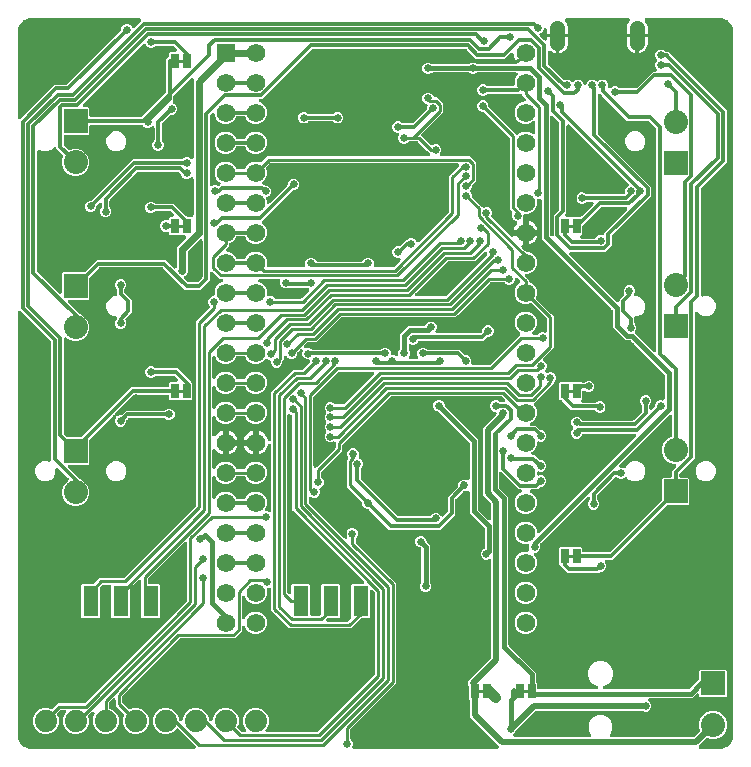
<source format=gbr>
G04 EAGLE Gerber RS-274X export*
G75*
%MOMM*%
%FSLAX34Y34*%
%LPD*%
%INBottom Copper*%
%IPPOS*%
%AMOC8*
5,1,8,0,0,1.08239X$1,22.5*%
G01*
%ADD10C,1.879600*%
%ADD11C,0.254000*%
%ADD12R,0.635000X1.270000*%
%ADD13R,1.560000X1.560000*%
%ADD14C,1.560000*%
%ADD15R,1.270000X2.540000*%
%ADD16R,2.032000X2.032000*%
%ADD17C,2.032000*%
%ADD18C,1.250000*%
%ADD19C,0.654800*%
%ADD20C,0.304800*%
%ADD21C,0.660400*%
%ADD22C,3.556000*%
%ADD23C,0.704800*%
%ADD24C,0.406400*%
%ADD25C,0.609600*%
%ADD26C,0.685800*%
%ADD27C,0.812800*%
%ADD28C,0.508000*%

G36*
X596948Y1911D02*
X596948Y1911D01*
X597049Y1913D01*
X598858Y2091D01*
X598957Y2113D01*
X599059Y2125D01*
X599152Y2155D01*
X599199Y2165D01*
X599232Y2180D01*
X599292Y2200D01*
X602634Y3584D01*
X602635Y3585D01*
X602637Y3586D01*
X602788Y3670D01*
X602938Y3753D01*
X602940Y3755D01*
X602942Y3756D01*
X603128Y3914D01*
X605686Y6472D01*
X605687Y6474D01*
X605689Y6475D01*
X605796Y6611D01*
X605902Y6745D01*
X605903Y6747D01*
X605904Y6749D01*
X606016Y6966D01*
X607400Y10308D01*
X607428Y10407D01*
X607465Y10501D01*
X607483Y10597D01*
X607496Y10644D01*
X607498Y10680D01*
X607509Y10742D01*
X607687Y12551D01*
X607686Y12599D01*
X607694Y12700D01*
X607694Y609600D01*
X607689Y609648D01*
X607687Y609749D01*
X607509Y611558D01*
X607487Y611657D01*
X607475Y611759D01*
X607445Y611852D01*
X607435Y611899D01*
X607420Y611932D01*
X607400Y611992D01*
X606016Y615334D01*
X606015Y615335D01*
X606014Y615337D01*
X605930Y615488D01*
X605847Y615638D01*
X605845Y615640D01*
X605844Y615642D01*
X605686Y615828D01*
X603128Y618386D01*
X603126Y618387D01*
X603125Y618389D01*
X603019Y618472D01*
X602945Y618539D01*
X602911Y618558D01*
X602855Y618602D01*
X602853Y618603D01*
X602851Y618604D01*
X602634Y618716D01*
X599292Y620100D01*
X599193Y620128D01*
X599099Y620165D01*
X599003Y620183D01*
X598956Y620196D01*
X598920Y620198D01*
X598858Y620209D01*
X597049Y620387D01*
X597001Y620386D01*
X596900Y620394D01*
X533963Y620394D01*
X533863Y620383D01*
X533763Y620381D01*
X533691Y620363D01*
X533617Y620354D01*
X533522Y620321D01*
X533425Y620296D01*
X533359Y620262D01*
X533289Y620237D01*
X533204Y620182D01*
X533115Y620136D01*
X533058Y620088D01*
X532996Y620048D01*
X532926Y619976D01*
X532850Y619911D01*
X532806Y619851D01*
X532754Y619797D01*
X532702Y619711D01*
X532643Y619630D01*
X532613Y619562D01*
X532575Y619498D01*
X532544Y619403D01*
X532505Y619310D01*
X532491Y619237D01*
X532469Y619166D01*
X532461Y619066D01*
X532443Y618967D01*
X532447Y618893D01*
X532441Y618819D01*
X532456Y618720D01*
X532461Y618619D01*
X532481Y618548D01*
X532492Y618474D01*
X532530Y618381D01*
X532557Y618284D01*
X532594Y618219D01*
X532621Y618150D01*
X532678Y618068D01*
X532728Y617980D01*
X532793Y617904D01*
X532820Y617864D01*
X532847Y617840D01*
X532886Y617794D01*
X533084Y617596D01*
X534046Y616156D01*
X534709Y614556D01*
X535047Y612858D01*
X535047Y607265D01*
X526256Y607265D01*
X517465Y607265D01*
X517465Y612858D01*
X517803Y614556D01*
X518466Y616156D01*
X519428Y617596D01*
X519626Y617794D01*
X519688Y617872D01*
X519758Y617945D01*
X519796Y618009D01*
X519843Y618067D01*
X519885Y618158D01*
X519937Y618244D01*
X519960Y618315D01*
X519991Y618382D01*
X520013Y618480D01*
X520043Y618576D01*
X520049Y618650D01*
X520065Y618723D01*
X520063Y618823D01*
X520071Y618923D01*
X520060Y618997D01*
X520059Y619071D01*
X520034Y619169D01*
X520020Y619268D01*
X519992Y619337D01*
X519974Y619409D01*
X519928Y619498D01*
X519891Y619592D01*
X519848Y619653D01*
X519814Y619719D01*
X519749Y619796D01*
X519692Y619878D01*
X519637Y619928D01*
X519588Y619984D01*
X519508Y620044D01*
X519433Y620111D01*
X519368Y620147D01*
X519308Y620192D01*
X519216Y620231D01*
X519128Y620280D01*
X519057Y620300D01*
X518988Y620330D01*
X518889Y620347D01*
X518793Y620375D01*
X518692Y620383D01*
X518645Y620391D01*
X518610Y620389D01*
X518549Y620394D01*
X466463Y620394D01*
X466363Y620383D01*
X466263Y620381D01*
X466191Y620363D01*
X466117Y620354D01*
X466022Y620321D01*
X465925Y620296D01*
X465859Y620262D01*
X465789Y620237D01*
X465704Y620182D01*
X465615Y620136D01*
X465558Y620088D01*
X465496Y620048D01*
X465426Y619976D01*
X465350Y619911D01*
X465306Y619851D01*
X465254Y619797D01*
X465202Y619711D01*
X465143Y619630D01*
X465113Y619562D01*
X465075Y619498D01*
X465044Y619403D01*
X465005Y619310D01*
X464991Y619237D01*
X464969Y619166D01*
X464961Y619066D01*
X464943Y618967D01*
X464947Y618893D01*
X464941Y618819D01*
X464956Y618720D01*
X464961Y618619D01*
X464981Y618548D01*
X464992Y618474D01*
X465030Y618381D01*
X465057Y618284D01*
X465094Y618219D01*
X465121Y618150D01*
X465178Y618068D01*
X465228Y617980D01*
X465293Y617904D01*
X465320Y617864D01*
X465347Y617840D01*
X465386Y617794D01*
X465584Y617596D01*
X466546Y616156D01*
X467209Y614556D01*
X467547Y612858D01*
X467547Y607265D01*
X458756Y607265D01*
X449965Y607265D01*
X449965Y610656D01*
X449960Y610706D01*
X449962Y610756D01*
X449940Y610878D01*
X449925Y611002D01*
X449908Y611049D01*
X449899Y611099D01*
X449850Y611213D01*
X449808Y611330D01*
X449781Y611372D01*
X449761Y611418D01*
X449686Y611518D01*
X449619Y611623D01*
X449583Y611658D01*
X449553Y611698D01*
X449458Y611779D01*
X449368Y611865D01*
X449325Y611891D01*
X449287Y611923D01*
X449176Y611980D01*
X449069Y612044D01*
X449021Y612059D01*
X448976Y612082D01*
X448856Y612112D01*
X448737Y612150D01*
X448687Y612154D01*
X448638Y612166D01*
X448514Y612168D01*
X448390Y612178D01*
X448340Y612171D01*
X448290Y612171D01*
X448168Y612145D01*
X448045Y612126D01*
X447998Y612108D01*
X447949Y612097D01*
X447837Y612044D01*
X447721Y611998D01*
X447680Y611969D01*
X447634Y611947D01*
X447537Y611870D01*
X447435Y611799D01*
X447401Y611761D01*
X447362Y611730D01*
X447285Y611632D01*
X447202Y611540D01*
X447177Y611496D01*
X447146Y611456D01*
X447035Y611239D01*
X446282Y609422D01*
X444932Y608072D01*
X444412Y607856D01*
X444281Y607784D01*
X444147Y607715D01*
X444129Y607699D01*
X444108Y607687D01*
X443996Y607586D01*
X443882Y607489D01*
X443868Y607469D01*
X443850Y607453D01*
X443764Y607329D01*
X443675Y607208D01*
X443665Y607186D01*
X443651Y607166D01*
X443596Y607026D01*
X443537Y606888D01*
X443532Y606865D01*
X443524Y606842D01*
X443502Y606694D01*
X443475Y606545D01*
X443476Y606521D01*
X443473Y606497D01*
X443485Y606347D01*
X443493Y606197D01*
X443500Y606174D01*
X443502Y606150D01*
X443548Y606007D01*
X443590Y605863D01*
X443601Y605841D01*
X443609Y605818D01*
X443686Y605689D01*
X443760Y605558D01*
X443779Y605536D01*
X443788Y605520D01*
X443821Y605486D01*
X443918Y605372D01*
X447365Y601925D01*
X447443Y601863D01*
X447516Y601793D01*
X447580Y601755D01*
X447638Y601709D01*
X447729Y601666D01*
X447815Y601614D01*
X447886Y601592D01*
X447953Y601560D01*
X448051Y601539D01*
X448147Y601508D01*
X448221Y601502D01*
X448294Y601486D01*
X448394Y601488D01*
X448494Y601480D01*
X448568Y601491D01*
X448642Y601492D01*
X448739Y601517D01*
X448839Y601532D01*
X448908Y601559D01*
X448980Y601577D01*
X449070Y601623D01*
X449163Y601660D01*
X449224Y601703D01*
X449290Y601737D01*
X449367Y601802D01*
X449449Y601859D01*
X449499Y601915D01*
X449555Y601963D01*
X449615Y602044D01*
X449682Y602118D01*
X449718Y602183D01*
X449763Y602243D01*
X449802Y602335D01*
X449851Y602423D01*
X449871Y602495D01*
X449901Y602563D01*
X449918Y602662D01*
X449946Y602759D01*
X449954Y602859D01*
X449962Y602906D01*
X449960Y602942D01*
X449965Y603002D01*
X449965Y604219D01*
X457233Y604219D01*
X457233Y590832D01*
X456192Y591039D01*
X454592Y591702D01*
X453027Y592747D01*
X453011Y592756D01*
X452990Y592773D01*
X452895Y592818D01*
X452806Y592872D01*
X452752Y592889D01*
X452717Y592906D01*
X452703Y592910D01*
X452676Y592923D01*
X452573Y592946D01*
X452474Y592978D01*
X452412Y592983D01*
X452379Y592991D01*
X452369Y592991D01*
X452335Y592999D01*
X452230Y592997D01*
X452126Y593006D01*
X452061Y592996D01*
X452031Y592996D01*
X452024Y592995D01*
X451987Y592995D01*
X451885Y592970D01*
X451782Y592954D01*
X451717Y592928D01*
X451690Y592923D01*
X451687Y592921D01*
X451648Y592911D01*
X451555Y592864D01*
X451458Y592825D01*
X451400Y592785D01*
X451391Y592781D01*
X451375Y592773D01*
X451374Y592772D01*
X451338Y592754D01*
X451257Y592686D01*
X451172Y592626D01*
X451125Y592574D01*
X451111Y592563D01*
X451103Y592556D01*
X451102Y592555D01*
X451071Y592529D01*
X451008Y592445D01*
X450938Y592368D01*
X450904Y592306D01*
X450894Y592292D01*
X450886Y592283D01*
X450886Y592282D01*
X450862Y592250D01*
X450820Y592154D01*
X450770Y592063D01*
X450751Y591995D01*
X450747Y591986D01*
X450738Y591968D01*
X450737Y591965D01*
X450722Y591931D01*
X450703Y591828D01*
X450675Y591727D01*
X450668Y591640D01*
X450665Y591627D01*
X450665Y591622D01*
X450659Y591588D01*
X450661Y591550D01*
X450655Y591483D01*
X450655Y582225D01*
X450656Y582215D01*
X450656Y582212D01*
X450659Y582193D01*
X450670Y582100D01*
X450676Y581974D01*
X450690Y581927D01*
X450695Y581879D01*
X450738Y581760D01*
X450773Y581639D01*
X450796Y581597D01*
X450813Y581551D01*
X450881Y581445D01*
X450943Y581335D01*
X450982Y581288D01*
X451002Y581258D01*
X451036Y581225D01*
X451101Y581148D01*
X463699Y568551D01*
X463759Y568503D01*
X463812Y568448D01*
X463895Y568395D01*
X463972Y568334D01*
X464041Y568301D01*
X464105Y568260D01*
X464198Y568227D01*
X464287Y568185D01*
X464362Y568169D01*
X464434Y568143D01*
X464532Y568132D01*
X464628Y568112D01*
X464704Y568113D01*
X464780Y568104D01*
X464878Y568116D01*
X464976Y568118D01*
X465050Y568136D01*
X465126Y568145D01*
X465268Y568191D01*
X465314Y568203D01*
X465331Y568211D01*
X465359Y568220D01*
X465897Y568443D01*
X467807Y568443D01*
X469570Y567713D01*
X470347Y566936D01*
X470367Y566920D01*
X470384Y566900D01*
X470503Y566812D01*
X470620Y566719D01*
X470644Y566708D01*
X470665Y566693D01*
X470801Y566634D01*
X470935Y566571D01*
X470961Y566565D01*
X470985Y566555D01*
X471131Y566528D01*
X471276Y566497D01*
X471302Y566498D01*
X471328Y566493D01*
X471476Y566501D01*
X471624Y566503D01*
X471650Y566510D01*
X471676Y566511D01*
X471818Y566552D01*
X471962Y566588D01*
X471985Y566600D01*
X472011Y566607D01*
X472140Y566680D01*
X472272Y566748D01*
X472292Y566765D01*
X472315Y566778D01*
X472501Y566936D01*
X473278Y567713D01*
X475041Y568443D01*
X476951Y568443D01*
X478714Y567713D01*
X480064Y566363D01*
X480639Y564974D01*
X480688Y564886D01*
X480728Y564794D01*
X480773Y564734D01*
X480809Y564670D01*
X480876Y564595D01*
X480936Y564515D01*
X480993Y564466D01*
X481043Y564411D01*
X481125Y564354D01*
X481202Y564289D01*
X481268Y564255D01*
X481330Y564213D01*
X481423Y564176D01*
X481512Y564131D01*
X481585Y564113D01*
X481654Y564085D01*
X481753Y564071D01*
X481851Y564046D01*
X481925Y564045D01*
X481999Y564035D01*
X482099Y564043D01*
X482199Y564041D01*
X482272Y564057D01*
X482346Y564063D01*
X482442Y564094D01*
X482540Y564116D01*
X482607Y564148D01*
X482678Y564171D01*
X482764Y564222D01*
X482854Y564265D01*
X482912Y564312D01*
X482976Y564350D01*
X483048Y564420D01*
X483127Y564483D01*
X483173Y564541D01*
X483226Y564593D01*
X483280Y564678D01*
X483343Y564756D01*
X483388Y564846D01*
X483414Y564886D01*
X483426Y564920D01*
X483454Y564974D01*
X484029Y566363D01*
X485379Y567713D01*
X487143Y568443D01*
X489052Y568443D01*
X490816Y567713D01*
X491333Y567196D01*
X491353Y567180D01*
X491370Y567160D01*
X491489Y567071D01*
X491606Y566979D01*
X491629Y566968D01*
X491650Y566952D01*
X491786Y566894D01*
X491921Y566830D01*
X491946Y566825D01*
X491970Y566814D01*
X492116Y566788D01*
X492261Y566757D01*
X492287Y566757D01*
X492313Y566753D01*
X492462Y566760D01*
X492610Y566763D01*
X492635Y566769D01*
X492661Y566771D01*
X492804Y566812D01*
X492948Y566848D01*
X492971Y566860D01*
X492996Y566867D01*
X493126Y566939D01*
X493258Y567007D01*
X493278Y567025D01*
X493301Y567037D01*
X493487Y567196D01*
X494004Y567713D01*
X495767Y568443D01*
X497677Y568443D01*
X499440Y567713D01*
X500790Y566363D01*
X501521Y564599D01*
X501521Y562597D01*
X501532Y562497D01*
X501534Y562396D01*
X501552Y562324D01*
X501561Y562250D01*
X501594Y562156D01*
X501619Y562058D01*
X501653Y561992D01*
X501678Y561922D01*
X501733Y561838D01*
X501779Y561749D01*
X501827Y561692D01*
X501867Y561629D01*
X501939Y561560D01*
X502004Y561483D01*
X502064Y561439D01*
X502118Y561387D01*
X502204Y561336D01*
X502285Y561276D01*
X502353Y561247D01*
X502417Y561208D01*
X502512Y561178D01*
X502605Y561138D01*
X502678Y561125D01*
X502749Y561102D01*
X502849Y561094D01*
X502948Y561076D01*
X503022Y561080D01*
X503096Y561074D01*
X503195Y561089D01*
X503296Y561094D01*
X503367Y561115D01*
X503441Y561126D01*
X503534Y561163D01*
X503631Y561191D01*
X503696Y561227D01*
X503765Y561255D01*
X503847Y561312D01*
X503935Y561361D01*
X504011Y561426D01*
X504051Y561454D01*
X504075Y561480D01*
X504121Y561519D01*
X504708Y562106D01*
X506471Y562837D01*
X508381Y562837D01*
X510144Y562106D01*
X510718Y561533D01*
X510817Y561454D01*
X510910Y561370D01*
X510953Y561346D01*
X510991Y561316D01*
X511105Y561262D01*
X511215Y561201D01*
X511262Y561188D01*
X511306Y561167D01*
X511429Y561141D01*
X511551Y561106D01*
X511612Y561101D01*
X511646Y561094D01*
X511694Y561095D01*
X511795Y561087D01*
X524582Y561087D01*
X524708Y561101D01*
X524834Y561108D01*
X524880Y561121D01*
X524928Y561127D01*
X525047Y561169D01*
X525169Y561204D01*
X525211Y561228D01*
X525257Y561244D01*
X525363Y561313D01*
X525473Y561374D01*
X525519Y561414D01*
X525549Y561433D01*
X525583Y561468D01*
X525659Y561533D01*
X539310Y575184D01*
X541534Y575184D01*
X541634Y575195D01*
X541735Y575197D01*
X541807Y575215D01*
X541881Y575224D01*
X541975Y575257D01*
X542073Y575282D01*
X542139Y575316D01*
X542209Y575341D01*
X542293Y575396D01*
X542382Y575442D01*
X542439Y575490D01*
X542502Y575530D01*
X542571Y575602D01*
X542648Y575667D01*
X542692Y575727D01*
X542744Y575781D01*
X542795Y575867D01*
X542855Y575948D01*
X542884Y576016D01*
X542923Y576080D01*
X542953Y576175D01*
X542993Y576268D01*
X543006Y576341D01*
X543029Y576412D01*
X543037Y576512D01*
X543055Y576611D01*
X543051Y576685D01*
X543057Y576759D01*
X543042Y576858D01*
X543037Y576959D01*
X543016Y577030D01*
X543005Y577104D01*
X542968Y577197D01*
X542940Y577294D01*
X542904Y577359D01*
X542876Y577428D01*
X542819Y577510D01*
X542770Y577598D01*
X542705Y577674D01*
X542677Y577714D01*
X542651Y577738D01*
X542611Y577784D01*
X542342Y578054D01*
X541611Y579817D01*
X541611Y581727D01*
X542342Y583490D01*
X542574Y583723D01*
X542591Y583743D01*
X542611Y583760D01*
X542699Y583880D01*
X542791Y583996D01*
X542802Y584020D01*
X542818Y584041D01*
X542877Y584177D01*
X542940Y584311D01*
X542946Y584337D01*
X542956Y584361D01*
X542982Y584507D01*
X543013Y584652D01*
X543013Y584678D01*
X543018Y584704D01*
X543010Y584852D01*
X543007Y585000D01*
X543001Y585026D01*
X543000Y585052D01*
X542959Y585194D01*
X542922Y585338D01*
X542910Y585361D01*
X542903Y585387D01*
X542831Y585516D01*
X542763Y585648D01*
X542746Y585668D01*
X542733Y585691D01*
X542574Y585877D01*
X542144Y586308D01*
X541413Y588071D01*
X541413Y589981D01*
X542144Y591744D01*
X543494Y593094D01*
X545257Y593825D01*
X547167Y593825D01*
X548930Y593094D01*
X549504Y592521D01*
X549603Y592442D01*
X549696Y592358D01*
X549739Y592334D01*
X549777Y592304D01*
X549891Y592250D01*
X550001Y592189D01*
X550048Y592176D01*
X550092Y592155D01*
X550215Y592129D01*
X550337Y592094D01*
X550398Y592089D01*
X550432Y592082D01*
X550480Y592083D01*
X550581Y592075D01*
X552809Y592075D01*
X554612Y590271D01*
X554616Y590202D01*
X554629Y590155D01*
X554635Y590107D01*
X554677Y589988D01*
X554712Y589867D01*
X554736Y589825D01*
X554752Y589779D01*
X554821Y589673D01*
X554882Y589563D01*
X554922Y589516D01*
X554941Y589486D01*
X554976Y589453D01*
X555041Y589377D01*
X602111Y542307D01*
X602111Y498082D01*
X580456Y476427D01*
X580377Y476328D01*
X580293Y476234D01*
X580269Y476192D01*
X580239Y476154D01*
X580185Y476040D01*
X580124Y475929D01*
X580111Y475882D01*
X580090Y475839D01*
X580064Y475715D01*
X580029Y475594D01*
X580024Y475533D01*
X580017Y475498D01*
X580018Y475450D01*
X580010Y475350D01*
X580010Y386226D01*
X580027Y386077D01*
X580039Y385927D01*
X580047Y385904D01*
X580050Y385880D01*
X580100Y385739D01*
X580146Y385595D01*
X580159Y385574D01*
X580167Y385552D01*
X580249Y385425D01*
X580326Y385296D01*
X580343Y385279D01*
X580356Y385259D01*
X580464Y385154D01*
X580569Y385046D01*
X580589Y385033D01*
X580607Y385017D01*
X580736Y384939D01*
X580862Y384858D01*
X580885Y384850D01*
X580906Y384838D01*
X581049Y384792D01*
X581191Y384742D01*
X581215Y384739D01*
X581238Y384732D01*
X581387Y384719D01*
X581537Y384703D01*
X581561Y384705D01*
X581585Y384704D01*
X581734Y384726D01*
X581883Y384743D01*
X581911Y384752D01*
X581930Y384755D01*
X581974Y384773D01*
X582116Y384819D01*
X582746Y385080D01*
X586138Y385080D01*
X589271Y383782D01*
X591669Y381384D01*
X592967Y378251D01*
X592967Y374859D01*
X591669Y371726D01*
X589271Y369328D01*
X586138Y368030D01*
X582746Y368030D01*
X579613Y369328D01*
X577657Y371284D01*
X577579Y371346D01*
X577506Y371416D01*
X577442Y371455D01*
X577384Y371501D01*
X577293Y371544D01*
X577207Y371595D01*
X577136Y371618D01*
X577069Y371650D01*
X576971Y371671D01*
X576875Y371701D01*
X576801Y371707D01*
X576728Y371723D01*
X576628Y371721D01*
X576528Y371729D01*
X576454Y371718D01*
X576380Y371717D01*
X576283Y371693D01*
X576183Y371678D01*
X576114Y371650D01*
X576042Y371632D01*
X575953Y371586D01*
X575859Y371549D01*
X575798Y371507D01*
X575732Y371472D01*
X575656Y371407D01*
X575573Y371350D01*
X575523Y371295D01*
X575467Y371247D01*
X575407Y371166D01*
X575340Y371091D01*
X575304Y371026D01*
X575259Y370966D01*
X575220Y370874D01*
X575171Y370786D01*
X575151Y370715D01*
X575121Y370646D01*
X575104Y370548D01*
X575076Y370451D01*
X575068Y370351D01*
X575060Y370303D01*
X575062Y370268D01*
X575057Y370207D01*
X575057Y247976D01*
X572825Y245744D01*
X562295Y235214D01*
X562216Y235115D01*
X562132Y235021D01*
X562108Y234979D01*
X562078Y234941D01*
X562024Y234827D01*
X561963Y234716D01*
X561950Y234670D01*
X561929Y234626D01*
X561903Y234503D01*
X561868Y234381D01*
X561863Y234320D01*
X561856Y234286D01*
X561857Y234238D01*
X561849Y234137D01*
X561849Y232918D01*
X561852Y232892D01*
X561850Y232866D01*
X561872Y232719D01*
X561889Y232572D01*
X561897Y232547D01*
X561901Y232521D01*
X561956Y232383D01*
X562006Y232244D01*
X562020Y232222D01*
X562030Y232197D01*
X562115Y232076D01*
X562195Y231951D01*
X562214Y231933D01*
X562229Y231911D01*
X562339Y231812D01*
X562446Y231709D01*
X562468Y231695D01*
X562488Y231678D01*
X562618Y231606D01*
X562745Y231530D01*
X562770Y231522D01*
X562793Y231509D01*
X562936Y231469D01*
X563077Y231424D01*
X563103Y231422D01*
X563128Y231414D01*
X563372Y231395D01*
X569592Y231395D01*
X570485Y230502D01*
X570485Y208918D01*
X569592Y208025D01*
X552058Y208025D01*
X551932Y208011D01*
X551806Y208004D01*
X551760Y207991D01*
X551712Y207985D01*
X551593Y207943D01*
X551471Y207908D01*
X551429Y207884D01*
X551383Y207868D01*
X551277Y207799D01*
X551167Y207738D01*
X551121Y207698D01*
X551091Y207679D01*
X551057Y207644D01*
X550981Y207579D01*
X505453Y162051D01*
X500244Y162051D01*
X500144Y162040D01*
X500044Y162038D01*
X499972Y162020D01*
X499898Y162011D01*
X499803Y161978D01*
X499706Y161953D01*
X499640Y161919D01*
X499570Y161894D01*
X499485Y161839D01*
X499396Y161793D01*
X499340Y161745D01*
X499277Y161705D01*
X499207Y161633D01*
X499131Y161568D01*
X499087Y161508D01*
X499035Y161454D01*
X498983Y161368D01*
X498924Y161287D01*
X498894Y161219D01*
X498856Y161155D01*
X498825Y161060D01*
X498786Y160967D01*
X498772Y160894D01*
X498750Y160823D01*
X498742Y160723D01*
X498724Y160624D01*
X498728Y160550D01*
X498722Y160476D01*
X498737Y160377D01*
X498742Y160276D01*
X498763Y160205D01*
X498774Y160131D01*
X498811Y160038D01*
X498838Y159941D01*
X498875Y159876D01*
X498902Y159807D01*
X498960Y159725D01*
X499009Y159637D01*
X499074Y159561D01*
X499101Y159521D01*
X499128Y159497D01*
X499167Y159451D01*
X499392Y159226D01*
X500127Y157452D01*
X500127Y155532D01*
X499392Y153758D01*
X498034Y152400D01*
X496260Y151665D01*
X495416Y151665D01*
X495290Y151651D01*
X495164Y151644D01*
X495118Y151631D01*
X495070Y151625D01*
X494951Y151583D01*
X494829Y151548D01*
X494787Y151524D01*
X494741Y151508D01*
X494635Y151439D01*
X494525Y151378D01*
X494479Y151338D01*
X494449Y151319D01*
X494415Y151284D01*
X494339Y151219D01*
X493741Y150621D01*
X467367Y150621D01*
X461690Y156298D01*
X461689Y156302D01*
X461654Y156423D01*
X461630Y156465D01*
X461614Y156511D01*
X461545Y156617D01*
X461484Y156727D01*
X461444Y156774D01*
X461425Y156804D01*
X461390Y156837D01*
X461325Y156914D01*
X460120Y158118D01*
X460120Y172082D01*
X461013Y172975D01*
X468627Y172975D01*
X468823Y172778D01*
X468843Y172762D01*
X468860Y172742D01*
X468980Y172654D01*
X469096Y172562D01*
X469120Y172551D01*
X469141Y172535D01*
X469277Y172476D01*
X469411Y172413D01*
X469437Y172407D01*
X469461Y172397D01*
X469607Y172371D01*
X469752Y172339D01*
X469778Y172340D01*
X469804Y172335D01*
X469952Y172343D01*
X470100Y172345D01*
X470126Y172352D01*
X470152Y172353D01*
X470294Y172394D01*
X470438Y172430D01*
X470461Y172442D01*
X470487Y172450D01*
X470616Y172522D01*
X470748Y172590D01*
X470768Y172607D01*
X470791Y172620D01*
X470977Y172778D01*
X471173Y172975D01*
X478787Y172975D01*
X479680Y172082D01*
X479680Y169672D01*
X479683Y169646D01*
X479681Y169620D01*
X479703Y169473D01*
X479720Y169326D01*
X479728Y169301D01*
X479732Y169275D01*
X479787Y169137D01*
X479837Y168998D01*
X479851Y168976D01*
X479861Y168951D01*
X479946Y168830D01*
X480026Y168705D01*
X480045Y168687D01*
X480060Y168665D01*
X480170Y168566D01*
X480277Y168463D01*
X480299Y168449D01*
X480319Y168432D01*
X480449Y168360D01*
X480576Y168284D01*
X480601Y168276D01*
X480624Y168263D01*
X480767Y168223D01*
X480908Y168178D01*
X480934Y168176D01*
X480959Y168168D01*
X481203Y168149D01*
X502296Y168149D01*
X502422Y168163D01*
X502548Y168170D01*
X502594Y168183D01*
X502642Y168189D01*
X502761Y168231D01*
X502883Y168266D01*
X502925Y168290D01*
X502971Y168306D01*
X503077Y168375D01*
X503187Y168436D01*
X503233Y168476D01*
X503263Y168495D01*
X503297Y168530D01*
X503373Y168595D01*
X546669Y211891D01*
X546748Y211990D01*
X546832Y212084D01*
X546856Y212126D01*
X546886Y212164D01*
X546940Y212278D01*
X547001Y212389D01*
X547014Y212435D01*
X547035Y212479D01*
X547061Y212602D01*
X547096Y212724D01*
X547101Y212785D01*
X547108Y212819D01*
X547107Y212867D01*
X547115Y212968D01*
X547115Y230502D01*
X548008Y231395D01*
X554228Y231395D01*
X554254Y231398D01*
X554280Y231396D01*
X554427Y231418D01*
X554574Y231435D01*
X554599Y231443D01*
X554625Y231447D01*
X554763Y231502D01*
X554902Y231552D01*
X554924Y231566D01*
X554949Y231576D01*
X555070Y231661D01*
X555195Y231741D01*
X555213Y231760D01*
X555235Y231775D01*
X555334Y231885D01*
X555437Y231992D01*
X555451Y232014D01*
X555468Y232034D01*
X555540Y232164D01*
X555616Y232291D01*
X555624Y232316D01*
X555637Y232339D01*
X555677Y232482D01*
X555722Y232623D01*
X555724Y232649D01*
X555732Y232674D01*
X555751Y232918D01*
X555751Y237294D01*
X558882Y240425D01*
X558945Y240503D01*
X559015Y240576D01*
X559053Y240640D01*
X559099Y240698D01*
X559142Y240789D01*
X559193Y240875D01*
X559216Y240946D01*
X559248Y241013D01*
X559269Y241111D01*
X559300Y241207D01*
X559306Y241281D01*
X559321Y241354D01*
X559319Y241454D01*
X559328Y241554D01*
X559317Y241628D01*
X559315Y241702D01*
X559291Y241799D01*
X559276Y241899D01*
X559248Y241968D01*
X559230Y242040D01*
X559184Y242129D01*
X559147Y242223D01*
X559105Y242284D01*
X559071Y242350D01*
X559006Y242426D01*
X558948Y242509D01*
X558893Y242559D01*
X558845Y242615D01*
X558764Y242675D01*
X558689Y242742D01*
X558624Y242778D01*
X558564Y242823D01*
X558472Y242862D01*
X558384Y242911D01*
X558313Y242931D01*
X558244Y242961D01*
X558146Y242978D01*
X558049Y243006D01*
X557949Y243014D01*
X557901Y243022D01*
X557866Y243020D01*
X557805Y243025D01*
X556476Y243025D01*
X552181Y244804D01*
X548894Y248091D01*
X547115Y252386D01*
X547115Y257034D01*
X548894Y261329D01*
X552181Y264616D01*
X554811Y265705D01*
X554878Y265742D01*
X554949Y265771D01*
X555030Y265827D01*
X555116Y265874D01*
X555172Y265926D01*
X555235Y265969D01*
X555301Y266042D01*
X555374Y266109D01*
X555417Y266172D01*
X555468Y266228D01*
X555516Y266314D01*
X555572Y266395D01*
X555600Y266466D01*
X555637Y266533D01*
X555664Y266628D01*
X555700Y266720D01*
X555711Y266795D01*
X555732Y266869D01*
X555744Y267018D01*
X555751Y267064D01*
X555749Y267083D01*
X555751Y267112D01*
X555751Y283385D01*
X555740Y283485D01*
X555738Y283585D01*
X555720Y283657D01*
X555711Y283731D01*
X555678Y283825D01*
X555653Y283923D01*
X555619Y283989D01*
X555594Y284059D01*
X555539Y284143D01*
X555493Y284233D01*
X555445Y284289D01*
X555405Y284352D01*
X555333Y284422D01*
X555268Y284498D01*
X555208Y284542D01*
X555154Y284594D01*
X555068Y284646D01*
X554987Y284705D01*
X554919Y284735D01*
X554855Y284773D01*
X554759Y284804D01*
X554667Y284843D01*
X554594Y284856D01*
X554523Y284879D01*
X554423Y284887D01*
X554324Y284905D01*
X554250Y284901D01*
X554176Y284907D01*
X554076Y284892D01*
X553976Y284887D01*
X553905Y284866D01*
X553831Y284855D01*
X553738Y284818D01*
X553641Y284790D01*
X553576Y284754D01*
X553507Y284727D01*
X553425Y284669D01*
X553337Y284620D01*
X553261Y284555D01*
X553221Y284528D01*
X553197Y284501D01*
X553151Y284462D01*
X511220Y242530D01*
X511157Y242452D01*
X511087Y242380D01*
X511049Y242316D01*
X511003Y242257D01*
X510960Y242167D01*
X510908Y242080D01*
X510886Y242010D01*
X510854Y241942D01*
X510833Y241844D01*
X510802Y241749D01*
X510796Y241674D01*
X510781Y241602D01*
X510782Y241501D01*
X510774Y241401D01*
X510785Y241328D01*
X510787Y241253D01*
X510811Y241156D01*
X510826Y241057D01*
X510853Y240987D01*
X510872Y240915D01*
X510918Y240826D01*
X510955Y240733D01*
X510997Y240672D01*
X511031Y240605D01*
X511096Y240529D01*
X511154Y240446D01*
X511209Y240397D01*
X511257Y240340D01*
X511338Y240280D01*
X511412Y240213D01*
X511478Y240177D01*
X511537Y240133D01*
X511630Y240093D01*
X511717Y240045D01*
X511789Y240024D01*
X511857Y239995D01*
X511956Y239977D01*
X512053Y239950D01*
X512153Y239942D01*
X512200Y239933D01*
X512236Y239935D01*
X512297Y239930D01*
X513599Y239930D01*
X514613Y239510D01*
X514638Y239503D01*
X514662Y239491D01*
X514805Y239455D01*
X514948Y239414D01*
X514975Y239413D01*
X515000Y239407D01*
X515148Y239404D01*
X515296Y239397D01*
X515322Y239402D01*
X515348Y239401D01*
X515493Y239433D01*
X515639Y239460D01*
X515663Y239470D01*
X515689Y239476D01*
X515823Y239539D01*
X515959Y239599D01*
X515980Y239614D01*
X516004Y239626D01*
X516120Y239718D01*
X516239Y239806D01*
X516256Y239827D01*
X516276Y239843D01*
X516368Y239959D01*
X516464Y240073D01*
X516476Y240096D01*
X516492Y240116D01*
X516603Y240334D01*
X517215Y241811D01*
X519613Y244209D01*
X522746Y245507D01*
X526138Y245507D01*
X529271Y244209D01*
X531669Y241811D01*
X532967Y238678D01*
X532967Y235286D01*
X531669Y232153D01*
X529271Y229755D01*
X526138Y228457D01*
X522746Y228457D01*
X519613Y229755D01*
X517911Y231457D01*
X517890Y231474D01*
X517873Y231494D01*
X517754Y231582D01*
X517638Y231674D01*
X517614Y231685D01*
X517593Y231701D01*
X517457Y231760D01*
X517323Y231823D01*
X517297Y231829D01*
X517273Y231839D01*
X517126Y231865D01*
X516982Y231896D01*
X516956Y231896D01*
X516930Y231901D01*
X516781Y231893D01*
X516633Y231890D01*
X516608Y231884D01*
X516582Y231883D01*
X516439Y231842D01*
X516295Y231805D01*
X516272Y231793D01*
X516247Y231786D01*
X516117Y231714D01*
X515986Y231646D01*
X515966Y231629D01*
X515943Y231616D01*
X515756Y231457D01*
X515362Y231063D01*
X513599Y230333D01*
X511689Y230333D01*
X509926Y231063D01*
X509436Y231553D01*
X509415Y231570D01*
X509398Y231590D01*
X509279Y231678D01*
X509163Y231770D01*
X509139Y231781D01*
X509118Y231797D01*
X508982Y231855D01*
X508848Y231919D01*
X508822Y231924D01*
X508798Y231935D01*
X508652Y231961D01*
X508507Y231992D01*
X508481Y231992D01*
X508455Y231996D01*
X508306Y231989D01*
X508158Y231986D01*
X508133Y231980D01*
X508107Y231978D01*
X507964Y231937D01*
X507820Y231901D01*
X507797Y231889D01*
X507772Y231882D01*
X507643Y231810D01*
X507511Y231742D01*
X507491Y231725D01*
X507468Y231712D01*
X507281Y231553D01*
X492776Y217048D01*
X492697Y216949D01*
X492613Y216855D01*
X492589Y216813D01*
X492559Y216775D01*
X492505Y216661D01*
X492444Y216550D01*
X492431Y216503D01*
X492410Y216460D01*
X492384Y216336D01*
X492349Y216214D01*
X492345Y216154D01*
X492337Y216119D01*
X492338Y216071D01*
X492330Y215971D01*
X492330Y213481D01*
X492344Y213355D01*
X492351Y213229D01*
X492364Y213182D01*
X492370Y213134D01*
X492412Y213015D01*
X492447Y212894D01*
X492471Y212852D01*
X492487Y212806D01*
X492556Y212700D01*
X492618Y212590D01*
X492657Y212544D01*
X492676Y212514D01*
X492711Y212480D01*
X492776Y212404D01*
X493349Y211830D01*
X494080Y210067D01*
X494080Y208157D01*
X493349Y206394D01*
X491999Y205044D01*
X490236Y204313D01*
X488327Y204313D01*
X486563Y205044D01*
X485213Y206394D01*
X484482Y208157D01*
X484482Y210067D01*
X485213Y211830D01*
X485786Y212404D01*
X485865Y212503D01*
X485949Y212596D01*
X485973Y212639D01*
X486003Y212677D01*
X486057Y212791D01*
X486118Y212901D01*
X486131Y212948D01*
X486152Y212992D01*
X486178Y213115D01*
X486213Y213237D01*
X486218Y213298D01*
X486225Y213332D01*
X486224Y213380D01*
X486232Y213481D01*
X486232Y213866D01*
X486221Y213966D01*
X486219Y214066D01*
X486201Y214138D01*
X486193Y214212D01*
X486159Y214307D01*
X486134Y214404D01*
X486100Y214470D01*
X486075Y214540D01*
X486021Y214625D01*
X485975Y214714D01*
X485926Y214771D01*
X485886Y214833D01*
X485814Y214903D01*
X485749Y214979D01*
X485689Y215023D01*
X485635Y215075D01*
X485549Y215127D01*
X485468Y215186D01*
X485400Y215216D01*
X485336Y215254D01*
X485241Y215285D01*
X485148Y215324D01*
X485075Y215338D01*
X485004Y215360D01*
X484904Y215368D01*
X484805Y215386D01*
X484731Y215382D01*
X484657Y215388D01*
X484558Y215373D01*
X484457Y215368D01*
X484386Y215348D01*
X484312Y215337D01*
X484219Y215299D01*
X484122Y215272D01*
X484058Y215235D01*
X483988Y215208D01*
X483906Y215151D01*
X483818Y215101D01*
X483742Y215036D01*
X483702Y215009D01*
X483678Y214982D01*
X483632Y214943D01*
X444417Y175727D01*
X444369Y175668D01*
X444314Y175614D01*
X444261Y175531D01*
X444200Y175454D01*
X444167Y175385D01*
X444126Y175321D01*
X444093Y175228D01*
X444051Y175139D01*
X444035Y175065D01*
X444009Y174993D01*
X443998Y174895D01*
X443978Y174799D01*
X443979Y174722D01*
X443970Y174646D01*
X443982Y174548D01*
X443984Y174450D01*
X444002Y174376D01*
X444011Y174300D01*
X444057Y174158D01*
X444069Y174112D01*
X444077Y174095D01*
X444086Y174067D01*
X444247Y173680D01*
X444247Y171760D01*
X443512Y169986D01*
X442154Y168628D01*
X440380Y167893D01*
X440271Y167893D01*
X440172Y167882D01*
X440071Y167880D01*
X439999Y167862D01*
X439925Y167853D01*
X439831Y167820D01*
X439733Y167795D01*
X439667Y167761D01*
X439597Y167736D01*
X439513Y167681D01*
X439423Y167635D01*
X439367Y167587D01*
X439304Y167547D01*
X439234Y167475D01*
X439158Y167410D01*
X439114Y167350D01*
X439062Y167296D01*
X439010Y167210D01*
X438951Y167129D01*
X438921Y167061D01*
X438883Y166997D01*
X438853Y166902D01*
X438813Y166809D01*
X438800Y166736D01*
X438777Y166665D01*
X438769Y166565D01*
X438751Y166466D01*
X438755Y166392D01*
X438749Y166318D01*
X438764Y166219D01*
X438769Y166118D01*
X438790Y166047D01*
X438801Y165973D01*
X438838Y165880D01*
X438866Y165783D01*
X438902Y165718D01*
X438929Y165649D01*
X438987Y165567D01*
X439036Y165479D01*
X439101Y165403D01*
X439128Y165363D01*
X439155Y165339D01*
X439194Y165293D01*
X439705Y164782D01*
X441125Y161355D01*
X441125Y157645D01*
X439705Y154218D01*
X437082Y151595D01*
X433655Y150175D01*
X429945Y150175D01*
X426518Y151595D01*
X423895Y154218D01*
X422475Y157645D01*
X422475Y161355D01*
X423895Y164782D01*
X426518Y167405D01*
X429945Y168825D01*
X433529Y168825D01*
X433678Y168842D01*
X433829Y168854D01*
X433852Y168862D01*
X433876Y168865D01*
X434017Y168915D01*
X434160Y168961D01*
X434181Y168974D01*
X434204Y168982D01*
X434330Y169064D01*
X434459Y169141D01*
X434476Y169158D01*
X434496Y169171D01*
X434601Y169279D01*
X434709Y169384D01*
X434722Y169404D01*
X434739Y169422D01*
X434816Y169551D01*
X434897Y169677D01*
X434905Y169700D01*
X434918Y169721D01*
X434963Y169864D01*
X435014Y170006D01*
X435016Y170030D01*
X435024Y170053D01*
X435036Y170202D01*
X435053Y170352D01*
X435050Y170376D01*
X435052Y170400D01*
X435029Y170549D01*
X435012Y170698D01*
X435003Y170726D01*
X435000Y170745D01*
X434982Y170789D01*
X434937Y170931D01*
X434593Y171760D01*
X434593Y173761D01*
X434595Y173781D01*
X434601Y173804D01*
X434609Y173955D01*
X434621Y174104D01*
X434617Y174128D01*
X434619Y174152D01*
X434592Y174300D01*
X434569Y174449D01*
X434560Y174471D01*
X434556Y174495D01*
X434496Y174633D01*
X434441Y174773D01*
X434427Y174792D01*
X434417Y174814D01*
X434327Y174935D01*
X434242Y175059D01*
X434224Y175075D01*
X434209Y175094D01*
X434095Y175191D01*
X433983Y175292D01*
X433962Y175304D01*
X433943Y175319D01*
X433810Y175388D01*
X433678Y175461D01*
X433655Y175467D01*
X433633Y175478D01*
X433487Y175515D01*
X433342Y175556D01*
X433314Y175558D01*
X433295Y175563D01*
X433248Y175563D01*
X433099Y175575D01*
X429945Y175575D01*
X426518Y176995D01*
X423895Y179618D01*
X422475Y183045D01*
X422475Y186755D01*
X423895Y190182D01*
X426518Y192805D01*
X429945Y194225D01*
X433655Y194225D01*
X437082Y192805D01*
X439705Y190182D01*
X441125Y186755D01*
X441125Y186173D01*
X441136Y186073D01*
X441138Y185973D01*
X441156Y185901D01*
X441165Y185827D01*
X441198Y185732D01*
X441223Y185635D01*
X441257Y185569D01*
X441282Y185499D01*
X441337Y185414D01*
X441383Y185325D01*
X441431Y185268D01*
X441471Y185206D01*
X441543Y185136D01*
X441608Y185060D01*
X441668Y185015D01*
X441722Y184964D01*
X441808Y184912D01*
X441889Y184852D01*
X441957Y184823D01*
X442021Y184785D01*
X442117Y184754D01*
X442209Y184714D01*
X442282Y184701D01*
X442353Y184679D01*
X442453Y184671D01*
X442552Y184653D01*
X442626Y184657D01*
X442700Y184651D01*
X442800Y184666D01*
X442900Y184671D01*
X442971Y184691D01*
X443045Y184702D01*
X443138Y184739D01*
X443235Y184767D01*
X443300Y184804D01*
X443369Y184831D01*
X443451Y184888D01*
X443539Y184937D01*
X443615Y185003D01*
X443655Y185030D01*
X443679Y185056D01*
X443725Y185096D01*
X524709Y266080D01*
X524772Y266159D01*
X524842Y266231D01*
X524880Y266295D01*
X524926Y266353D01*
X524969Y266444D01*
X525020Y266530D01*
X525043Y266601D01*
X525075Y266668D01*
X525096Y266766D01*
X525127Y266862D01*
X525133Y266936D01*
X525148Y267009D01*
X525147Y267109D01*
X525155Y267210D01*
X525144Y267283D01*
X525142Y267357D01*
X525118Y267455D01*
X525103Y267554D01*
X525075Y267623D01*
X525057Y267695D01*
X525011Y267785D01*
X524974Y267878D01*
X524932Y267939D01*
X524898Y268005D01*
X524833Y268082D01*
X524775Y268164D01*
X524720Y268214D01*
X524672Y268271D01*
X524591Y268330D01*
X524517Y268398D01*
X524451Y268434D01*
X524392Y268478D01*
X524299Y268518D01*
X524211Y268566D01*
X524140Y268586D01*
X524072Y268616D01*
X523973Y268634D01*
X523876Y268661D01*
X523776Y268669D01*
X523729Y268678D01*
X523693Y268676D01*
X523632Y268681D01*
X480931Y268681D01*
X480855Y268672D01*
X480778Y268673D01*
X480682Y268652D01*
X480584Y268641D01*
X480512Y268615D01*
X480438Y268599D01*
X480349Y268556D01*
X480256Y268523D01*
X480192Y268482D01*
X480123Y268449D01*
X480046Y268387D01*
X479963Y268334D01*
X479910Y268279D01*
X479851Y268232D01*
X479790Y268154D01*
X479721Y268084D01*
X479682Y268018D01*
X479635Y267958D01*
X479567Y267825D01*
X479542Y267784D01*
X479537Y267766D01*
X479523Y267740D01*
X478997Y266471D01*
X477648Y265121D01*
X475884Y264391D01*
X473975Y264391D01*
X472211Y265121D01*
X470861Y266471D01*
X470131Y268235D01*
X470131Y270144D01*
X470861Y271908D01*
X471561Y272608D01*
X471578Y272628D01*
X471598Y272645D01*
X471686Y272765D01*
X471778Y272881D01*
X471789Y272905D01*
X471805Y272926D01*
X471864Y273062D01*
X471927Y273196D01*
X471933Y273222D01*
X471943Y273246D01*
X471969Y273392D01*
X472000Y273537D01*
X472000Y273563D01*
X472005Y273589D01*
X471997Y273737D01*
X471994Y273885D01*
X471988Y273911D01*
X471987Y273937D01*
X471946Y274079D01*
X471909Y274223D01*
X471897Y274247D01*
X471890Y274272D01*
X471818Y274401D01*
X471750Y274533D01*
X471733Y274553D01*
X471720Y274576D01*
X471561Y274762D01*
X470912Y275412D01*
X470181Y277175D01*
X470181Y279085D01*
X470912Y280848D01*
X472262Y282198D01*
X474025Y282929D01*
X475935Y282929D01*
X477698Y282198D01*
X479048Y280848D01*
X479174Y280544D01*
X479211Y280478D01*
X479239Y280407D01*
X479295Y280326D01*
X479343Y280240D01*
X479395Y280183D01*
X479438Y280120D01*
X479511Y280054D01*
X479577Y279982D01*
X479640Y279938D01*
X479697Y279887D01*
X479783Y279839D01*
X479864Y279783D01*
X479935Y279755D01*
X480002Y279718D01*
X480097Y279692D01*
X480188Y279656D01*
X480264Y279644D01*
X480338Y279624D01*
X480486Y279612D01*
X480533Y279605D01*
X480552Y279606D01*
X480581Y279604D01*
X522196Y279604D01*
X522321Y279619D01*
X522448Y279625D01*
X522494Y279638D01*
X522542Y279644D01*
X522661Y279687D01*
X522782Y279722D01*
X522825Y279745D01*
X522870Y279761D01*
X522976Y279830D01*
X523087Y279892D01*
X523133Y279931D01*
X523163Y279950D01*
X523196Y279985D01*
X523273Y280050D01*
X529905Y286683D01*
X529984Y286782D01*
X530068Y286875D01*
X530092Y286918D01*
X530122Y286956D01*
X530176Y287070D01*
X530237Y287180D01*
X530250Y287227D01*
X530271Y287271D01*
X530297Y287394D01*
X530332Y287516D01*
X530337Y287577D01*
X530344Y287611D01*
X530343Y287659D01*
X530351Y287760D01*
X530351Y291983D01*
X530337Y292109D01*
X530330Y292235D01*
X530317Y292282D01*
X530311Y292330D01*
X530269Y292449D01*
X530234Y292570D01*
X530210Y292612D01*
X530194Y292658D01*
X530125Y292764D01*
X530064Y292874D01*
X530024Y292920D01*
X530005Y292950D01*
X529970Y292984D01*
X529905Y293060D01*
X529332Y293634D01*
X528601Y295397D01*
X528601Y297307D01*
X529332Y299070D01*
X530682Y300420D01*
X532445Y301151D01*
X534355Y301151D01*
X536118Y300420D01*
X537468Y299070D01*
X538199Y297307D01*
X538199Y295397D01*
X537468Y293634D01*
X536895Y293060D01*
X536816Y292961D01*
X536732Y292868D01*
X536708Y292825D01*
X536678Y292787D01*
X536624Y292673D01*
X536563Y292563D01*
X536550Y292516D01*
X536529Y292472D01*
X536503Y292349D01*
X536468Y292227D01*
X536463Y292166D01*
X536456Y292132D01*
X536457Y292084D01*
X536449Y291983D01*
X536449Y290438D01*
X536460Y290338D01*
X536462Y290238D01*
X536480Y290165D01*
X536489Y290092D01*
X536522Y289997D01*
X536547Y289900D01*
X536581Y289833D01*
X536606Y289763D01*
X536661Y289679D01*
X536707Y289590D01*
X536755Y289533D01*
X536795Y289471D01*
X536867Y289401D01*
X536932Y289324D01*
X536992Y289280D01*
X537046Y289228D01*
X537132Y289177D01*
X537213Y289117D01*
X537281Y289088D01*
X537345Y289050D01*
X537441Y289019D01*
X537533Y288979D01*
X537606Y288966D01*
X537677Y288943D01*
X537777Y288935D01*
X537876Y288918D01*
X537950Y288921D01*
X538024Y288915D01*
X538124Y288930D01*
X538224Y288935D01*
X538295Y288956D01*
X538369Y288967D01*
X538462Y289004D01*
X538559Y289032D01*
X538624Y289068D01*
X538693Y289096D01*
X538775Y289153D01*
X538863Y289202D01*
X538939Y289267D01*
X538979Y289295D01*
X539003Y289321D01*
X539049Y289361D01*
X540855Y291167D01*
X540934Y291266D01*
X541018Y291360D01*
X541042Y291402D01*
X541072Y291440D01*
X541126Y291554D01*
X541187Y291665D01*
X541200Y291711D01*
X541221Y291755D01*
X541247Y291878D01*
X541282Y292000D01*
X541287Y292061D01*
X541294Y292096D01*
X541293Y292144D01*
X541301Y292244D01*
X541301Y293055D01*
X542032Y294818D01*
X543382Y296168D01*
X545145Y296899D01*
X547055Y296899D01*
X547267Y296811D01*
X547412Y296769D01*
X547555Y296724D01*
X547579Y296722D01*
X547602Y296715D01*
X547753Y296708D01*
X547902Y296696D01*
X547926Y296699D01*
X547950Y296698D01*
X548098Y296725D01*
X548247Y296747D01*
X548269Y296756D01*
X548293Y296761D01*
X548431Y296821D01*
X548571Y296876D01*
X548591Y296890D01*
X548613Y296899D01*
X548734Y296989D01*
X548857Y297075D01*
X548873Y297093D01*
X548893Y297107D01*
X548990Y297222D01*
X549090Y297334D01*
X549102Y297355D01*
X549118Y297373D01*
X549186Y297507D01*
X549259Y297639D01*
X549265Y297662D01*
X549276Y297684D01*
X549313Y297829D01*
X549354Y297974D01*
X549356Y298003D01*
X549361Y298022D01*
X549361Y298069D01*
X549373Y298218D01*
X549373Y318225D01*
X549359Y318351D01*
X549352Y318477D01*
X549339Y318523D01*
X549333Y318571D01*
X549291Y318690D01*
X549256Y318812D01*
X549232Y318854D01*
X549216Y318899D01*
X549147Y319005D01*
X549086Y319116D01*
X549046Y319162D01*
X549027Y319192D01*
X548992Y319226D01*
X548927Y319302D01*
X520694Y347535D01*
X520595Y347614D01*
X520501Y347698D01*
X520459Y347722D01*
X520421Y347752D01*
X520307Y347806D01*
X520196Y347867D01*
X520150Y347880D01*
X520106Y347901D01*
X519983Y347927D01*
X519861Y347962D01*
X519800Y347967D01*
X519765Y347974D01*
X519717Y347973D01*
X519617Y347981D01*
X516398Y347981D01*
X505757Y358622D01*
X505757Y372553D01*
X505743Y372678D01*
X505736Y372805D01*
X505723Y372851D01*
X505717Y372899D01*
X505675Y373018D01*
X505640Y373140D01*
X505616Y373182D01*
X505600Y373227D01*
X505531Y373333D01*
X505470Y373444D01*
X505430Y373490D01*
X505411Y373520D01*
X505376Y373554D01*
X505311Y373630D01*
X445261Y433680D01*
X445261Y465986D01*
X445244Y466135D01*
X445232Y466285D01*
X445224Y466308D01*
X445221Y466332D01*
X445171Y466473D01*
X445125Y466617D01*
X445112Y466637D01*
X445104Y466660D01*
X445022Y466787D01*
X444945Y466915D01*
X444928Y466933D01*
X444915Y466953D01*
X444807Y467058D01*
X444702Y467165D01*
X444682Y467178D01*
X444664Y467195D01*
X444535Y467272D01*
X444409Y467353D01*
X444386Y467362D01*
X444365Y467374D01*
X444222Y467420D01*
X444080Y467470D01*
X444056Y467473D01*
X444033Y467480D01*
X443884Y467492D01*
X443734Y467509D01*
X443710Y467506D01*
X443686Y467508D01*
X443538Y467486D01*
X443388Y467468D01*
X443360Y467459D01*
X443341Y467456D01*
X443298Y467439D01*
X443155Y467393D01*
X442920Y467296D01*
X442648Y467296D01*
X442622Y467293D01*
X442596Y467295D01*
X442449Y467273D01*
X442302Y467256D01*
X442277Y467247D01*
X442251Y467243D01*
X442113Y467188D01*
X441974Y467138D01*
X441952Y467124D01*
X441927Y467114D01*
X441806Y467030D01*
X441681Y466949D01*
X441663Y466930D01*
X441641Y466916D01*
X441542Y466806D01*
X441439Y466699D01*
X441425Y466676D01*
X441408Y466657D01*
X441336Y466527D01*
X441260Y466400D01*
X441252Y466375D01*
X441239Y466352D01*
X441199Y466209D01*
X441154Y466068D01*
X441152Y466042D01*
X441144Y466016D01*
X441125Y465773D01*
X441125Y462445D01*
X439705Y459018D01*
X437082Y456395D01*
X433655Y454975D01*
X431260Y454975D01*
X431234Y454972D01*
X431208Y454974D01*
X431061Y454952D01*
X430914Y454935D01*
X430889Y454927D01*
X430863Y454923D01*
X430725Y454868D01*
X430586Y454818D01*
X430564Y454804D01*
X430539Y454794D01*
X430418Y454709D01*
X430293Y454629D01*
X430275Y454610D01*
X430253Y454595D01*
X430154Y454485D01*
X430051Y454378D01*
X430037Y454356D01*
X430020Y454336D01*
X429948Y454206D01*
X429872Y454079D01*
X429864Y454054D01*
X429851Y454031D01*
X429811Y453888D01*
X429766Y453747D01*
X429764Y453721D01*
X429756Y453696D01*
X429737Y453452D01*
X429737Y452374D01*
X429301Y451322D01*
X429275Y451230D01*
X429239Y451141D01*
X429227Y451063D01*
X429205Y450987D01*
X429201Y450891D01*
X429186Y450796D01*
X429192Y450717D01*
X429188Y450639D01*
X429201Y450570D01*
X429201Y441499D01*
X421772Y441499D01*
X422217Y442869D01*
X422956Y444320D01*
X423913Y445637D01*
X424341Y446065D01*
X424435Y446183D01*
X424532Y446298D01*
X424543Y446320D01*
X424558Y446338D01*
X424622Y446474D01*
X424691Y446608D01*
X424697Y446632D01*
X424707Y446654D01*
X424739Y446801D01*
X424775Y446946D01*
X424775Y446971D01*
X424780Y446994D01*
X424778Y447144D01*
X424780Y447295D01*
X424775Y447319D01*
X424774Y447343D01*
X424738Y447489D01*
X424706Y447635D01*
X424695Y447657D01*
X424689Y447681D01*
X424621Y447814D01*
X424556Y447950D01*
X424541Y447969D01*
X424530Y447990D01*
X424432Y448105D01*
X424339Y448223D01*
X424320Y448238D01*
X424304Y448256D01*
X424183Y448345D01*
X424065Y448438D01*
X424039Y448452D01*
X424024Y448463D01*
X423981Y448482D01*
X423847Y448550D01*
X422176Y449242D01*
X420818Y450600D01*
X420083Y452374D01*
X420083Y454294D01*
X420510Y455325D01*
X420531Y455399D01*
X420562Y455469D01*
X420579Y455566D01*
X420606Y455660D01*
X420610Y455737D01*
X420623Y455812D01*
X420618Y455910D01*
X420623Y456008D01*
X420609Y456084D01*
X420605Y456160D01*
X420578Y456254D01*
X420560Y456351D01*
X420530Y456421D01*
X420509Y456495D01*
X420461Y456581D01*
X420422Y456671D01*
X420376Y456732D01*
X420339Y456799D01*
X420242Y456913D01*
X420214Y456951D01*
X420199Y456963D01*
X420180Y456985D01*
X418411Y458754D01*
X418411Y518583D01*
X418397Y518709D01*
X418390Y518835D01*
X418377Y518882D01*
X418371Y518930D01*
X418329Y519049D01*
X418294Y519170D01*
X418270Y519212D01*
X418254Y519258D01*
X418185Y519364D01*
X418124Y519474D01*
X418084Y519521D01*
X418065Y519551D01*
X418030Y519584D01*
X417965Y519661D01*
X396799Y540827D01*
X396700Y540906D01*
X396606Y540990D01*
X396563Y541014D01*
X396526Y541044D01*
X396411Y541098D01*
X396301Y541159D01*
X396254Y541172D01*
X396210Y541193D01*
X396087Y541219D01*
X395965Y541254D01*
X395904Y541259D01*
X395870Y541266D01*
X395822Y541265D01*
X395721Y541273D01*
X394518Y541273D01*
X392744Y542008D01*
X391386Y543366D01*
X390651Y545140D01*
X390651Y547060D01*
X391386Y548834D01*
X392744Y550192D01*
X394518Y550927D01*
X396438Y550927D01*
X398212Y550192D01*
X399570Y548834D01*
X400305Y547060D01*
X400305Y545857D01*
X400319Y545731D01*
X400326Y545605D01*
X400339Y545558D01*
X400345Y545510D01*
X400387Y545391D01*
X400422Y545270D01*
X400446Y545228D01*
X400462Y545182D01*
X400531Y545076D01*
X400592Y544966D01*
X400632Y544919D01*
X400651Y544889D01*
X400686Y544856D01*
X400751Y544779D01*
X423445Y522086D01*
X423465Y522070D01*
X423482Y522050D01*
X423601Y521961D01*
X423718Y521869D01*
X423741Y521858D01*
X423762Y521842D01*
X423898Y521784D01*
X424033Y521720D01*
X424058Y521715D01*
X424082Y521704D01*
X424229Y521678D01*
X424373Y521647D01*
X424399Y521647D01*
X424425Y521643D01*
X424574Y521650D01*
X424722Y521653D01*
X424747Y521659D01*
X424773Y521661D01*
X424916Y521702D01*
X425060Y521738D01*
X425083Y521750D01*
X425108Y521757D01*
X425237Y521829D01*
X425370Y521898D01*
X425390Y521915D01*
X425412Y521927D01*
X425599Y522086D01*
X426518Y523005D01*
X429945Y524425D01*
X433655Y524425D01*
X437082Y523005D01*
X437327Y522760D01*
X437405Y522698D01*
X437478Y522628D01*
X437542Y522590D01*
X437600Y522544D01*
X437691Y522501D01*
X437777Y522449D01*
X437848Y522427D01*
X437915Y522395D01*
X438013Y522374D01*
X438109Y522343D01*
X438183Y522337D01*
X438256Y522321D01*
X438356Y522323D01*
X438456Y522315D01*
X438530Y522326D01*
X438604Y522327D01*
X438702Y522352D01*
X438801Y522367D01*
X438870Y522394D01*
X438942Y522412D01*
X439031Y522458D01*
X439125Y522495D01*
X439186Y522538D01*
X439252Y522572D01*
X439328Y522637D01*
X439411Y522694D01*
X439461Y522749D01*
X439517Y522798D01*
X439577Y522879D01*
X439644Y522953D01*
X439680Y523018D01*
X439725Y523078D01*
X439764Y523170D01*
X439813Y523258D01*
X439833Y523330D01*
X439863Y523398D01*
X439880Y523497D01*
X439908Y523594D01*
X439916Y523694D01*
X439924Y523741D01*
X439922Y523777D01*
X439927Y523837D01*
X439927Y531763D01*
X439916Y531862D01*
X439914Y531963D01*
X439896Y532035D01*
X439887Y532109D01*
X439854Y532203D01*
X439829Y532301D01*
X439795Y532367D01*
X439770Y532437D01*
X439715Y532521D01*
X439669Y532611D01*
X439621Y532667D01*
X439581Y532730D01*
X439509Y532800D01*
X439444Y532876D01*
X439384Y532920D01*
X439330Y532972D01*
X439244Y533024D01*
X439163Y533083D01*
X439095Y533113D01*
X439031Y533151D01*
X438936Y533181D01*
X438843Y533221D01*
X438770Y533234D01*
X438699Y533257D01*
X438599Y533265D01*
X438500Y533283D01*
X438426Y533279D01*
X438352Y533285D01*
X438253Y533270D01*
X438152Y533265D01*
X438081Y533244D01*
X438007Y533233D01*
X437914Y533196D01*
X437817Y533168D01*
X437752Y533132D01*
X437683Y533105D01*
X437601Y533047D01*
X437513Y532998D01*
X437437Y532933D01*
X437397Y532906D01*
X437373Y532879D01*
X437327Y532840D01*
X437082Y532595D01*
X433655Y531175D01*
X429945Y531175D01*
X426518Y532595D01*
X423895Y535218D01*
X422475Y538645D01*
X422475Y542355D01*
X423895Y545782D01*
X426518Y548405D01*
X429945Y549825D01*
X430339Y549825D01*
X430439Y549836D01*
X430540Y549838D01*
X430612Y549856D01*
X430686Y549865D01*
X430780Y549898D01*
X430878Y549923D01*
X430944Y549957D01*
X431014Y549982D01*
X431098Y550037D01*
X431188Y550083D01*
X431244Y550131D01*
X431307Y550171D01*
X431376Y550243D01*
X431453Y550308D01*
X431497Y550368D01*
X431549Y550422D01*
X431600Y550508D01*
X431660Y550589D01*
X431690Y550657D01*
X431728Y550721D01*
X431758Y550816D01*
X431798Y550909D01*
X431811Y550982D01*
X431834Y551053D01*
X431842Y551153D01*
X431860Y551252D01*
X431856Y551326D01*
X431862Y551400D01*
X431847Y551499D01*
X431842Y551600D01*
X431821Y551671D01*
X431810Y551745D01*
X431773Y551838D01*
X431745Y551935D01*
X431709Y552000D01*
X431681Y552069D01*
X431624Y552151D01*
X431575Y552239D01*
X431510Y552315D01*
X431482Y552355D01*
X431456Y552379D01*
X431417Y552425D01*
X431088Y552753D01*
X429005Y554836D01*
X429005Y555116D01*
X428994Y555216D01*
X428992Y555317D01*
X428974Y555389D01*
X428965Y555462D01*
X428932Y555557D01*
X428907Y555655D01*
X428873Y555721D01*
X428848Y555791D01*
X428793Y555875D01*
X428747Y555964D01*
X428699Y556021D01*
X428659Y556083D01*
X428587Y556153D01*
X428521Y556230D01*
X428462Y556274D01*
X428408Y556326D01*
X428322Y556377D01*
X428241Y556437D01*
X428173Y556466D01*
X428109Y556504D01*
X428014Y556535D01*
X427921Y556575D01*
X427848Y556588D01*
X427777Y556611D01*
X427677Y556619D01*
X427578Y556636D01*
X427504Y556633D01*
X427430Y556639D01*
X427330Y556624D01*
X427230Y556619D01*
X427159Y556598D01*
X427085Y556587D01*
X426992Y556550D01*
X426895Y556522D01*
X426880Y556513D01*
X400153Y556513D01*
X400028Y556499D01*
X399901Y556492D01*
X399855Y556479D01*
X399807Y556473D01*
X399688Y556431D01*
X399567Y556396D01*
X399524Y556372D01*
X399479Y556356D01*
X399373Y556287D01*
X399262Y556226D01*
X399216Y556186D01*
X399186Y556167D01*
X399153Y556132D01*
X399076Y556067D01*
X398479Y555470D01*
X396705Y554735D01*
X394785Y554735D01*
X393011Y555470D01*
X391653Y556828D01*
X390918Y558602D01*
X390918Y560522D01*
X391653Y562296D01*
X393011Y563654D01*
X394785Y564389D01*
X396705Y564389D01*
X398479Y563654D01*
X399076Y563057D01*
X399175Y562978D01*
X399269Y562894D01*
X399311Y562870D01*
X399349Y562840D01*
X399463Y562786D01*
X399574Y562725D01*
X399620Y562712D01*
X399664Y562691D01*
X399788Y562665D01*
X399909Y562630D01*
X399970Y562625D01*
X400005Y562618D01*
X400053Y562619D01*
X400153Y562611D01*
X420952Y562611D01*
X420978Y562614D01*
X421004Y562612D01*
X421151Y562634D01*
X421298Y562651D01*
X421323Y562659D01*
X421349Y562663D01*
X421487Y562718D01*
X421626Y562768D01*
X421648Y562782D01*
X421673Y562792D01*
X421794Y562877D01*
X421919Y562957D01*
X421937Y562976D01*
X421959Y562991D01*
X422058Y563101D01*
X422161Y563208D01*
X422175Y563230D01*
X422192Y563250D01*
X422264Y563380D01*
X422340Y563507D01*
X422348Y563532D01*
X422361Y563555D01*
X422401Y563698D01*
X422446Y563839D01*
X422448Y563865D01*
X422456Y563890D01*
X422475Y564134D01*
X422475Y567755D01*
X423895Y571182D01*
X424628Y571915D01*
X424690Y571994D01*
X424760Y572066D01*
X424798Y572130D01*
X424844Y572188D01*
X424887Y572279D01*
X424939Y572365D01*
X424961Y572436D01*
X424993Y572503D01*
X425014Y572601D01*
X425045Y572697D01*
X425051Y572771D01*
X425067Y572844D01*
X425065Y572944D01*
X425073Y573044D01*
X425062Y573118D01*
X425061Y573192D01*
X425036Y573289D01*
X425021Y573389D01*
X424994Y573458D01*
X424976Y573530D01*
X424930Y573619D01*
X424893Y573713D01*
X424850Y573774D01*
X424816Y573840D01*
X424751Y573917D01*
X424694Y573999D01*
X424639Y574049D01*
X424590Y574105D01*
X424509Y574165D01*
X424435Y574232D01*
X424370Y574268D01*
X424310Y574313D01*
X424218Y574352D01*
X424130Y574401D01*
X424058Y574421D01*
X423990Y574451D01*
X423891Y574468D01*
X423794Y574496D01*
X423694Y574504D01*
X423647Y574512D01*
X423611Y574510D01*
X423551Y574515D01*
X391250Y574515D01*
X391125Y574501D01*
X390998Y574494D01*
X390952Y574481D01*
X390904Y574475D01*
X390785Y574433D01*
X390663Y574398D01*
X390621Y574374D01*
X390576Y574358D01*
X390470Y574289D01*
X390359Y574228D01*
X390313Y574188D01*
X390283Y574169D01*
X390250Y574134D01*
X390173Y574069D01*
X390084Y573980D01*
X388310Y573245D01*
X386390Y573245D01*
X384616Y573980D01*
X384527Y574069D01*
X384428Y574148D01*
X384334Y574232D01*
X384292Y574256D01*
X384254Y574286D01*
X384140Y574340D01*
X384029Y574401D01*
X383982Y574414D01*
X383939Y574435D01*
X383815Y574461D01*
X383694Y574496D01*
X383633Y574501D01*
X383598Y574508D01*
X383550Y574507D01*
X383450Y574515D01*
X353372Y574515D01*
X353247Y574501D01*
X353120Y574494D01*
X353074Y574481D01*
X353026Y574475D01*
X352907Y574433D01*
X352786Y574398D01*
X352743Y574374D01*
X352698Y574358D01*
X352592Y574289D01*
X352481Y574228D01*
X352435Y574188D01*
X352405Y574169D01*
X352372Y574134D01*
X352295Y574069D01*
X351984Y573758D01*
X350210Y573023D01*
X348290Y573023D01*
X346516Y573758D01*
X345158Y575116D01*
X344423Y576890D01*
X344423Y578810D01*
X345158Y580584D01*
X346516Y581942D01*
X348290Y582677D01*
X350210Y582677D01*
X352033Y581922D01*
X352044Y581912D01*
X352086Y581888D01*
X352124Y581858D01*
X352238Y581804D01*
X352349Y581743D01*
X352396Y581730D01*
X352439Y581709D01*
X352563Y581683D01*
X352684Y581648D01*
X352745Y581643D01*
X352780Y581636D01*
X352828Y581637D01*
X352928Y581629D01*
X383450Y581629D01*
X383575Y581643D01*
X383702Y581650D01*
X383748Y581663D01*
X383796Y581669D01*
X383915Y581711D01*
X384036Y581746D01*
X384079Y581770D01*
X384124Y581786D01*
X384230Y581855D01*
X384341Y581916D01*
X384387Y581956D01*
X384417Y581975D01*
X384450Y582010D01*
X384527Y582075D01*
X384616Y582164D01*
X386390Y582899D01*
X388310Y582899D01*
X390084Y582164D01*
X390173Y582075D01*
X390272Y581996D01*
X390366Y581912D01*
X390408Y581888D01*
X390446Y581858D01*
X390560Y581804D01*
X390671Y581743D01*
X390718Y581730D01*
X390761Y581709D01*
X390885Y581683D01*
X391006Y581648D01*
X391067Y581643D01*
X391102Y581636D01*
X391150Y581637D01*
X391250Y581629D01*
X423170Y581629D01*
X423270Y581640D01*
X423370Y581642D01*
X423442Y581660D01*
X423516Y581669D01*
X423611Y581702D01*
X423708Y581727D01*
X423774Y581761D01*
X423844Y581786D01*
X423929Y581841D01*
X424018Y581887D01*
X424074Y581935D01*
X424137Y581975D01*
X424207Y582047D01*
X424283Y582112D01*
X424327Y582172D01*
X424379Y582226D01*
X424431Y582312D01*
X424490Y582393D01*
X424520Y582461D01*
X424558Y582525D01*
X424589Y582620D01*
X424628Y582713D01*
X424642Y582786D01*
X424664Y582857D01*
X424672Y582957D01*
X424690Y583056D01*
X424686Y583130D01*
X424692Y583204D01*
X424677Y583303D01*
X424672Y583404D01*
X424652Y583475D01*
X424640Y583549D01*
X424603Y583642D01*
X424576Y583739D01*
X424539Y583804D01*
X424512Y583873D01*
X424454Y583955D01*
X424405Y584043D01*
X424340Y584119D01*
X424313Y584159D01*
X424286Y584183D01*
X424247Y584229D01*
X423913Y584563D01*
X422956Y585880D01*
X422217Y587331D01*
X421714Y588878D01*
X421548Y589927D01*
X421506Y590077D01*
X421468Y590227D01*
X421459Y590244D01*
X421454Y590263D01*
X421380Y590399D01*
X421309Y590537D01*
X421296Y590552D01*
X421287Y590569D01*
X421183Y590684D01*
X421083Y590802D01*
X421067Y590814D01*
X421054Y590828D01*
X420928Y590917D01*
X420803Y591009D01*
X420785Y591017D01*
X420769Y591028D01*
X420625Y591086D01*
X420483Y591147D01*
X420464Y591151D01*
X420446Y591158D01*
X420292Y591182D01*
X420140Y591209D01*
X420120Y591208D01*
X420101Y591211D01*
X419947Y591199D01*
X419791Y591191D01*
X419773Y591186D01*
X419754Y591184D01*
X419606Y591138D01*
X419457Y591095D01*
X419440Y591085D01*
X419421Y591079D01*
X419288Y591000D01*
X419152Y590925D01*
X419135Y590910D01*
X419122Y590902D01*
X419090Y590871D01*
X418966Y590766D01*
X414495Y586295D01*
X389680Y586295D01*
X382089Y593885D01*
X381990Y593964D01*
X381897Y594048D01*
X381854Y594072D01*
X381816Y594102D01*
X381702Y594156D01*
X381592Y594217D01*
X381545Y594230D01*
X381501Y594251D01*
X381378Y594277D01*
X381256Y594312D01*
X381195Y594317D01*
X381161Y594324D01*
X381113Y594323D01*
X381012Y594331D01*
X251903Y594331D01*
X251778Y594317D01*
X251651Y594310D01*
X251605Y594297D01*
X251557Y594291D01*
X251438Y594249D01*
X251317Y594214D01*
X251274Y594190D01*
X251229Y594174D01*
X251123Y594105D01*
X251012Y594044D01*
X250966Y594004D01*
X250936Y593985D01*
X250903Y593950D01*
X250826Y593885D01*
X208944Y552003D01*
X207482Y552003D01*
X207432Y551998D01*
X207382Y552000D01*
X207259Y551978D01*
X207136Y551963D01*
X207089Y551946D01*
X207039Y551937D01*
X206925Y551888D01*
X206808Y551846D01*
X206766Y551819D01*
X206719Y551799D01*
X206620Y551724D01*
X206515Y551657D01*
X206480Y551621D01*
X206440Y551591D01*
X206359Y551496D01*
X206273Y551406D01*
X206247Y551363D01*
X206215Y551325D01*
X206158Y551214D01*
X206094Y551107D01*
X206079Y551059D01*
X206056Y551014D01*
X206026Y550894D01*
X205988Y550775D01*
X205984Y550725D01*
X205972Y550676D01*
X205970Y550552D01*
X205960Y550428D01*
X205967Y550378D01*
X205967Y550328D01*
X205993Y550206D01*
X206012Y550083D01*
X206030Y550036D01*
X206041Y549987D01*
X206094Y549875D01*
X206140Y549759D01*
X206169Y549718D01*
X206191Y549672D01*
X206268Y549575D01*
X206339Y549473D01*
X206377Y549439D01*
X206408Y549400D01*
X206506Y549323D01*
X206598Y549240D01*
X206642Y549215D01*
X206682Y549184D01*
X206899Y549073D01*
X208482Y548417D01*
X211105Y545794D01*
X212525Y542367D01*
X212525Y538657D01*
X211105Y535230D01*
X208482Y532607D01*
X205055Y531187D01*
X201345Y531187D01*
X197918Y532607D01*
X195295Y535230D01*
X194764Y536511D01*
X194727Y536578D01*
X194699Y536649D01*
X194643Y536730D01*
X194595Y536816D01*
X194544Y536872D01*
X194500Y536935D01*
X194427Y537001D01*
X194361Y537074D01*
X194298Y537117D01*
X194241Y537168D01*
X194155Y537216D01*
X194074Y537272D01*
X194003Y537300D01*
X193936Y537337D01*
X193841Y537364D01*
X193750Y537400D01*
X193674Y537411D01*
X193601Y537432D01*
X193452Y537444D01*
X193405Y537451D01*
X193386Y537449D01*
X193357Y537451D01*
X187648Y537451D01*
X187572Y537443D01*
X187496Y537444D01*
X187399Y537423D01*
X187302Y537411D01*
X187230Y537386D01*
X187155Y537369D01*
X187066Y537327D01*
X186974Y537294D01*
X186909Y537252D01*
X186840Y537220D01*
X186764Y537158D01*
X186681Y537105D01*
X186628Y537050D01*
X186568Y537002D01*
X186507Y536925D01*
X186439Y536854D01*
X186399Y536789D01*
X186352Y536729D01*
X186284Y536596D01*
X186260Y536555D01*
X186254Y536537D01*
X186241Y536511D01*
X185705Y535218D01*
X183082Y532595D01*
X179655Y531175D01*
X175945Y531175D01*
X172518Y532595D01*
X169895Y535218D01*
X168463Y538675D01*
X168462Y538728D01*
X168444Y538800D01*
X168435Y538874D01*
X168401Y538969D01*
X168377Y539066D01*
X168343Y539132D01*
X168318Y539202D01*
X168263Y539286D01*
X168217Y539376D01*
X168169Y539432D01*
X168129Y539495D01*
X168057Y539565D01*
X167992Y539641D01*
X167932Y539685D01*
X167878Y539737D01*
X167792Y539789D01*
X167711Y539848D01*
X167643Y539878D01*
X167579Y539916D01*
X167483Y539946D01*
X167391Y539986D01*
X167318Y539999D01*
X167247Y540022D01*
X167147Y540030D01*
X167048Y540048D01*
X166974Y540044D01*
X166900Y540050D01*
X166800Y540035D01*
X166700Y540030D01*
X166629Y540009D01*
X166555Y539998D01*
X166462Y539961D01*
X166365Y539933D01*
X166300Y539897D01*
X166231Y539870D01*
X166149Y539812D01*
X166061Y539763D01*
X165985Y539698D01*
X165945Y539671D01*
X165921Y539644D01*
X165875Y539605D01*
X164808Y538537D01*
X164729Y538438D01*
X164644Y538345D01*
X164621Y538302D01*
X164591Y538264D01*
X164537Y538150D01*
X164476Y538040D01*
X164463Y537993D01*
X164442Y537949D01*
X164415Y537826D01*
X164381Y537704D01*
X164376Y537644D01*
X164369Y537609D01*
X164369Y537560D01*
X164361Y537460D01*
X164361Y479475D01*
X164379Y479326D01*
X164391Y479176D01*
X164399Y479153D01*
X164401Y479129D01*
X164452Y478988D01*
X164498Y478844D01*
X164511Y478823D01*
X164519Y478801D01*
X164600Y478674D01*
X164678Y478545D01*
X164695Y478528D01*
X164708Y478508D01*
X164816Y478403D01*
X164921Y478295D01*
X164941Y478282D01*
X164958Y478266D01*
X165088Y478188D01*
X165214Y478107D01*
X165237Y478099D01*
X165258Y478087D01*
X165401Y478041D01*
X165542Y477991D01*
X165566Y477988D01*
X165589Y477980D01*
X165739Y477968D01*
X165889Y477952D01*
X165913Y477954D01*
X165937Y477952D01*
X166086Y477975D01*
X166235Y477992D01*
X166263Y478001D01*
X166282Y478004D01*
X166326Y478022D01*
X166468Y478068D01*
X168254Y478808D01*
X170164Y478808D01*
X170985Y478468D01*
X171058Y478447D01*
X171128Y478416D01*
X171225Y478399D01*
X171320Y478372D01*
X171396Y478368D01*
X171471Y478355D01*
X171570Y478360D01*
X171668Y478355D01*
X171743Y478369D01*
X171819Y478373D01*
X171914Y478400D01*
X172011Y478417D01*
X172081Y478448D01*
X172154Y478469D01*
X172240Y478517D01*
X172330Y478556D01*
X172392Y478602D01*
X172458Y478639D01*
X172572Y478736D01*
X172610Y478764D01*
X172622Y478779D01*
X172645Y478798D01*
X173115Y479268D01*
X173208Y479386D01*
X173306Y479501D01*
X173317Y479522D01*
X173332Y479541D01*
X173396Y479677D01*
X173464Y479811D01*
X173470Y479834D01*
X173480Y479856D01*
X173512Y480003D01*
X173548Y480149D01*
X173549Y480173D01*
X173554Y480197D01*
X173551Y480347D01*
X173553Y480497D01*
X173548Y480521D01*
X173548Y480545D01*
X173511Y480691D01*
X173479Y480838D01*
X173469Y480860D01*
X173463Y480883D01*
X173394Y481017D01*
X173329Y481153D01*
X173314Y481172D01*
X173303Y481193D01*
X173206Y481307D01*
X173112Y481425D01*
X173093Y481440D01*
X173077Y481458D01*
X172956Y481548D01*
X172838Y481641D01*
X172812Y481654D01*
X172797Y481666D01*
X172754Y481684D01*
X172621Y481752D01*
X172518Y481795D01*
X169895Y484418D01*
X168475Y487845D01*
X168475Y491555D01*
X169895Y494982D01*
X172518Y497605D01*
X175945Y499025D01*
X179655Y499025D01*
X183082Y497605D01*
X185705Y494982D01*
X186341Y493447D01*
X186378Y493380D01*
X186406Y493309D01*
X186462Y493228D01*
X186510Y493142D01*
X186562Y493086D01*
X186605Y493023D01*
X186678Y492957D01*
X186744Y492884D01*
X186807Y492841D01*
X186864Y492790D01*
X186950Y492742D01*
X187031Y492686D01*
X187102Y492658D01*
X187169Y492621D01*
X187264Y492594D01*
X187355Y492558D01*
X187431Y492547D01*
X187504Y492526D01*
X187653Y492514D01*
X187700Y492507D01*
X187719Y492509D01*
X187748Y492507D01*
X193247Y492507D01*
X193323Y492515D01*
X193399Y492514D01*
X193495Y492535D01*
X193593Y492547D01*
X193665Y492572D01*
X193740Y492589D01*
X193828Y492631D01*
X193921Y492664D01*
X193985Y492706D01*
X194054Y492738D01*
X194131Y492800D01*
X194214Y492853D01*
X194267Y492908D01*
X194327Y492956D01*
X194388Y493033D01*
X194456Y493104D01*
X194495Y493169D01*
X194543Y493229D01*
X194611Y493362D01*
X194635Y493403D01*
X194641Y493421D01*
X194654Y493447D01*
X195295Y494994D01*
X197918Y497617D01*
X201345Y499037D01*
X205055Y499037D01*
X206610Y498392D01*
X206684Y498371D01*
X206754Y498341D01*
X206851Y498324D01*
X206945Y498297D01*
X207022Y498293D01*
X207097Y498280D01*
X207195Y498285D01*
X207294Y498280D01*
X207369Y498294D01*
X207445Y498297D01*
X207539Y498325D01*
X207636Y498342D01*
X207706Y498373D01*
X207780Y498394D01*
X207866Y498442D01*
X207956Y498481D01*
X208017Y498527D01*
X208084Y498564D01*
X208198Y498661D01*
X208236Y498689D01*
X208248Y498704D01*
X208270Y498723D01*
X212976Y503429D01*
X349441Y503429D01*
X349541Y503440D01*
X349642Y503442D01*
X349714Y503460D01*
X349788Y503469D01*
X349882Y503502D01*
X349980Y503527D01*
X350046Y503561D01*
X350116Y503586D01*
X350200Y503641D01*
X350289Y503687D01*
X350346Y503735D01*
X350409Y503775D01*
X350479Y503847D01*
X350555Y503912D01*
X350599Y503972D01*
X350651Y504026D01*
X350702Y504112D01*
X350762Y504193D01*
X350791Y504261D01*
X350830Y504325D01*
X350860Y504421D01*
X350900Y504513D01*
X350913Y504586D01*
X350936Y504657D01*
X350944Y504757D01*
X350962Y504856D01*
X350958Y504930D01*
X350964Y505004D01*
X350949Y505104D01*
X350944Y505204D01*
X350923Y505275D01*
X350912Y505349D01*
X350875Y505442D01*
X350847Y505539D01*
X350811Y505604D01*
X350783Y505673D01*
X350726Y505755D01*
X350677Y505843D01*
X350612Y505919D01*
X350584Y505959D01*
X350558Y505983D01*
X350519Y506029D01*
X348465Y508083D01*
X340835Y515713D01*
X340736Y515791D01*
X340642Y515876D01*
X340600Y515899D01*
X340562Y515929D01*
X340448Y515983D01*
X340337Y516044D01*
X340291Y516058D01*
X340247Y516078D01*
X340124Y516105D01*
X340002Y516139D01*
X339941Y516144D01*
X339906Y516152D01*
X339858Y516151D01*
X339758Y516159D01*
X333509Y516159D01*
X333383Y516144D01*
X333257Y516138D01*
X333211Y516124D01*
X333163Y516119D01*
X333043Y516076D01*
X332922Y516041D01*
X332880Y516018D01*
X332834Y516001D01*
X332728Y515933D01*
X332618Y515871D01*
X332572Y515832D01*
X332542Y515812D01*
X332508Y515778D01*
X332432Y515713D01*
X331581Y514862D01*
X329807Y514127D01*
X327886Y514127D01*
X326112Y514862D01*
X324755Y516219D01*
X324020Y517993D01*
X324020Y519914D01*
X324630Y521387D01*
X324671Y521532D01*
X324717Y521675D01*
X324719Y521699D01*
X324726Y521722D01*
X324733Y521873D01*
X324745Y522022D01*
X324742Y522046D01*
X324743Y522070D01*
X324716Y522218D01*
X324693Y522367D01*
X324685Y522389D01*
X324680Y522413D01*
X324620Y522551D01*
X324565Y522691D01*
X324551Y522711D01*
X324541Y522733D01*
X324452Y522854D01*
X324366Y522977D01*
X324348Y522993D01*
X324333Y523013D01*
X324219Y523110D01*
X324107Y523210D01*
X324086Y523222D01*
X324067Y523238D01*
X323934Y523306D01*
X323802Y523379D01*
X323779Y523385D01*
X323757Y523396D01*
X323612Y523433D01*
X323467Y523474D01*
X323437Y523476D01*
X323419Y523481D01*
X323372Y523481D01*
X323223Y523493D01*
X322636Y523493D01*
X320862Y524228D01*
X319504Y525586D01*
X318769Y527360D01*
X318769Y529280D01*
X319504Y531054D01*
X320862Y532412D01*
X322636Y533147D01*
X324556Y533147D01*
X326330Y532412D01*
X326927Y531815D01*
X327026Y531736D01*
X327120Y531652D01*
X327162Y531628D01*
X327200Y531598D01*
X327314Y531544D01*
X327425Y531483D01*
X327472Y531470D01*
X327515Y531449D01*
X327639Y531423D01*
X327760Y531388D01*
X327821Y531383D01*
X327856Y531376D01*
X327904Y531377D01*
X328004Y531369D01*
X335164Y531369D01*
X335290Y531383D01*
X335416Y531390D01*
X335462Y531403D01*
X335510Y531409D01*
X335629Y531451D01*
X335751Y531486D01*
X335793Y531510D01*
X335839Y531526D01*
X335945Y531595D01*
X336055Y531656D01*
X336101Y531696D01*
X336131Y531715D01*
X336165Y531750D01*
X336241Y531815D01*
X348041Y543615D01*
X348120Y543714D01*
X348204Y543808D01*
X348228Y543850D01*
X348258Y543888D01*
X348312Y544002D01*
X348373Y544113D01*
X348386Y544159D01*
X348407Y544203D01*
X348433Y544326D01*
X348468Y544448D01*
X348473Y544509D01*
X348480Y544544D01*
X348479Y544592D01*
X348487Y544692D01*
X348487Y545536D01*
X348613Y545840D01*
X348621Y545866D01*
X348633Y545889D01*
X348668Y546033D01*
X348709Y546176D01*
X348710Y546202D01*
X348717Y546227D01*
X348719Y546376D01*
X348726Y546524D01*
X348721Y546549D01*
X348722Y546576D01*
X348690Y546721D01*
X348663Y546867D01*
X348653Y546891D01*
X348647Y546916D01*
X348584Y547050D01*
X348525Y547186D01*
X348509Y547207D01*
X348498Y547231D01*
X348405Y547347D01*
X348317Y547466D01*
X348297Y547483D01*
X348280Y547503D01*
X348164Y547595D01*
X348051Y547691D01*
X348027Y547703D01*
X348007Y547719D01*
X347789Y547831D01*
X346516Y548358D01*
X345158Y549716D01*
X344423Y551490D01*
X344423Y553410D01*
X345158Y555184D01*
X346516Y556542D01*
X348290Y557277D01*
X350210Y557277D01*
X351984Y556542D01*
X353342Y555184D01*
X353664Y554407D01*
X353701Y554340D01*
X353729Y554269D01*
X353785Y554188D01*
X353833Y554102D01*
X353884Y554046D01*
X353928Y553983D01*
X354001Y553917D01*
X354067Y553844D01*
X354130Y553801D01*
X354187Y553750D01*
X354273Y553702D01*
X354354Y553646D01*
X354425Y553618D01*
X354492Y553581D01*
X354587Y553554D01*
X354678Y553518D01*
X354754Y553507D01*
X354827Y553486D01*
X354976Y553474D01*
X355023Y553467D01*
X355042Y553469D01*
X355071Y553467D01*
X356997Y553467D01*
X362205Y548259D01*
X362205Y540893D01*
X343959Y522648D01*
X343943Y522627D01*
X343923Y522610D01*
X343834Y522491D01*
X343742Y522375D01*
X343731Y522351D01*
X343716Y522330D01*
X343657Y522193D01*
X343593Y522059D01*
X343588Y522034D01*
X343578Y522010D01*
X343551Y521863D01*
X343520Y521719D01*
X343521Y521693D01*
X343516Y521667D01*
X343524Y521518D01*
X343526Y521370D01*
X343532Y521345D01*
X343534Y521319D01*
X343575Y521177D01*
X343611Y521032D01*
X343623Y521009D01*
X343630Y520984D01*
X343703Y520855D01*
X343771Y520722D01*
X343788Y520702D01*
X343800Y520680D01*
X343959Y520493D01*
X344787Y519665D01*
X344788Y519665D01*
X351227Y513225D01*
X351287Y513178D01*
X351340Y513123D01*
X351423Y513070D01*
X351500Y513008D01*
X351569Y512976D01*
X351634Y512934D01*
X351727Y512901D01*
X351815Y512859D01*
X351890Y512843D01*
X351962Y512818D01*
X352060Y512807D01*
X352156Y512786D01*
X352232Y512787D01*
X352308Y512779D01*
X352406Y512790D01*
X352505Y512792D01*
X352579Y512811D01*
X352655Y512820D01*
X352797Y512866D01*
X352843Y512877D01*
X352860Y512886D01*
X352887Y512895D01*
X354640Y513621D01*
X356560Y513621D01*
X358334Y512886D01*
X359692Y511528D01*
X360427Y509754D01*
X360427Y507834D01*
X359692Y506060D01*
X359661Y506029D01*
X359599Y505951D01*
X359529Y505878D01*
X359491Y505814D01*
X359445Y505756D01*
X359402Y505665D01*
X359350Y505579D01*
X359327Y505508D01*
X359296Y505441D01*
X359274Y505343D01*
X359244Y505247D01*
X359238Y505173D01*
X359222Y505100D01*
X359224Y505000D01*
X359216Y504900D01*
X359227Y504826D01*
X359228Y504752D01*
X359253Y504654D01*
X359268Y504555D01*
X359295Y504486D01*
X359313Y504414D01*
X359359Y504325D01*
X359396Y504231D01*
X359439Y504170D01*
X359473Y504104D01*
X359538Y504027D01*
X359595Y503945D01*
X359650Y503895D01*
X359699Y503839D01*
X359779Y503779D01*
X359854Y503712D01*
X359919Y503676D01*
X359979Y503632D01*
X360071Y503592D01*
X360159Y503543D01*
X360231Y503523D01*
X360299Y503493D01*
X360398Y503476D01*
X360494Y503448D01*
X360595Y503440D01*
X360642Y503432D01*
X360677Y503434D01*
X360738Y503429D01*
X384937Y503429D01*
X390145Y498221D01*
X390145Y482727D01*
X386527Y479109D01*
X386448Y479010D01*
X386364Y478917D01*
X386340Y478874D01*
X386310Y478836D01*
X386256Y478722D01*
X386195Y478612D01*
X386182Y478565D01*
X386161Y478521D01*
X386135Y478398D01*
X386100Y478276D01*
X386095Y478215D01*
X386088Y478181D01*
X386089Y478133D01*
X386081Y478032D01*
X386081Y477322D01*
X385346Y475548D01*
X385093Y475295D01*
X385077Y475275D01*
X385057Y475258D01*
X384968Y475138D01*
X384877Y475022D01*
X384865Y474998D01*
X384850Y474977D01*
X384791Y474841D01*
X384728Y474707D01*
X384722Y474681D01*
X384712Y474657D01*
X384685Y474511D01*
X384654Y474366D01*
X384655Y474340D01*
X384650Y474314D01*
X384658Y474165D01*
X384660Y474018D01*
X384667Y473992D01*
X384668Y473966D01*
X384709Y473824D01*
X384745Y473680D01*
X384757Y473657D01*
X384764Y473631D01*
X384837Y473502D01*
X384905Y473370D01*
X384922Y473350D01*
X384935Y473327D01*
X385093Y473141D01*
X385346Y472888D01*
X386081Y471114D01*
X386081Y469911D01*
X386095Y469785D01*
X386102Y469659D01*
X386115Y469612D01*
X386121Y469564D01*
X386163Y469445D01*
X386198Y469324D01*
X386222Y469282D01*
X386238Y469236D01*
X386307Y469130D01*
X386368Y469020D01*
X386408Y468973D01*
X386427Y468943D01*
X386462Y468910D01*
X386527Y468833D01*
X394894Y460467D01*
X394954Y460419D01*
X395007Y460364D01*
X395090Y460311D01*
X395167Y460250D01*
X395236Y460217D01*
X395300Y460176D01*
X395393Y460143D01*
X395482Y460101D01*
X395556Y460085D01*
X395629Y460059D01*
X395727Y460048D01*
X395823Y460028D01*
X395899Y460029D01*
X395975Y460020D01*
X396073Y460032D01*
X396171Y460034D01*
X396245Y460052D01*
X396321Y460061D01*
X396463Y460107D01*
X396509Y460119D01*
X396526Y460127D01*
X396554Y460136D01*
X397656Y460593D01*
X399576Y460593D01*
X401350Y459858D01*
X402708Y458500D01*
X403443Y456726D01*
X403443Y454806D01*
X402838Y453345D01*
X402817Y453271D01*
X402786Y453201D01*
X402770Y453110D01*
X402761Y453083D01*
X402761Y453075D01*
X402742Y453009D01*
X402738Y452933D01*
X402725Y452858D01*
X402730Y452760D01*
X402725Y452661D01*
X402739Y452586D01*
X402743Y452510D01*
X402770Y452415D01*
X402788Y452319D01*
X402818Y452248D01*
X402839Y452175D01*
X402887Y452089D01*
X402926Y451999D01*
X402972Y451938D01*
X403009Y451871D01*
X403106Y451757D01*
X403134Y451719D01*
X403149Y451707D01*
X403168Y451685D01*
X419027Y435825D01*
X419063Y435797D01*
X419094Y435763D01*
X419199Y435688D01*
X419300Y435608D01*
X419342Y435589D01*
X419379Y435563D01*
X419499Y435514D01*
X419616Y435459D01*
X419660Y435450D01*
X419702Y435433D01*
X419830Y435413D01*
X419956Y435386D01*
X420002Y435387D01*
X420047Y435380D01*
X420176Y435390D01*
X420305Y435392D01*
X420349Y435403D01*
X420394Y435407D01*
X420517Y435445D01*
X420643Y435477D01*
X420683Y435498D01*
X420727Y435511D01*
X420838Y435577D01*
X420953Y435637D01*
X420987Y435666D01*
X421026Y435689D01*
X421120Y435779D01*
X421218Y435862D01*
X421245Y435899D01*
X421278Y435931D01*
X421348Y436039D01*
X421425Y436143D01*
X421443Y436185D01*
X421468Y436223D01*
X421496Y436301D01*
X429201Y436301D01*
X429201Y428597D01*
X429149Y428570D01*
X429031Y428518D01*
X428994Y428491D01*
X428954Y428470D01*
X428856Y428386D01*
X428752Y428309D01*
X428723Y428274D01*
X428689Y428244D01*
X428612Y428140D01*
X428529Y428041D01*
X428509Y428001D01*
X428481Y427964D01*
X428430Y427845D01*
X428372Y427730D01*
X428361Y427686D01*
X428343Y427644D01*
X428321Y427517D01*
X428290Y427391D01*
X428290Y427346D01*
X428282Y427301D01*
X428288Y427172D01*
X428287Y427043D01*
X428297Y426998D01*
X428300Y426953D01*
X428335Y426829D01*
X428364Y426703D01*
X428384Y426662D01*
X428396Y426618D01*
X428459Y426505D01*
X428516Y426389D01*
X428544Y426354D01*
X428566Y426314D01*
X428725Y426127D01*
X431581Y423271D01*
X431680Y423192D01*
X431774Y423108D01*
X431817Y423084D01*
X431854Y423054D01*
X431969Y423000D01*
X432079Y422939D01*
X432126Y422926D01*
X432170Y422905D01*
X432293Y422879D01*
X432415Y422844D01*
X432476Y422839D01*
X432510Y422832D01*
X432558Y422833D01*
X432659Y422825D01*
X433655Y422825D01*
X437082Y421405D01*
X439705Y418782D01*
X441125Y415355D01*
X441125Y411645D01*
X439705Y408218D01*
X437082Y405595D01*
X433655Y404175D01*
X432765Y404175D01*
X432665Y404164D01*
X432564Y404162D01*
X432492Y404144D01*
X432418Y404135D01*
X432324Y404102D01*
X432226Y404077D01*
X432160Y404043D01*
X432090Y404018D01*
X432006Y403963D01*
X431917Y403917D01*
X431860Y403869D01*
X431798Y403829D01*
X431728Y403757D01*
X431651Y403692D01*
X431607Y403632D01*
X431555Y403578D01*
X431504Y403492D01*
X431444Y403411D01*
X431415Y403343D01*
X431376Y403279D01*
X431346Y403184D01*
X431306Y403091D01*
X431293Y403018D01*
X431270Y402947D01*
X431262Y402847D01*
X431244Y402748D01*
X431248Y402674D01*
X431242Y402600D01*
X431257Y402500D01*
X431262Y402400D01*
X431283Y402329D01*
X431294Y402255D01*
X431331Y402162D01*
X431359Y402065D01*
X431395Y402000D01*
X431423Y401931D01*
X431480Y401849D01*
X431529Y401761D01*
X431594Y401685D01*
X431622Y401645D01*
X431648Y401621D01*
X431688Y401575D01*
X432511Y400751D01*
X432512Y400751D01*
X434595Y398668D01*
X434595Y398053D01*
X434603Y397977D01*
X434602Y397901D01*
X434623Y397805D01*
X434635Y397707D01*
X434660Y397635D01*
X434677Y397560D01*
X434719Y397472D01*
X434752Y397379D01*
X434794Y397315D01*
X434826Y397246D01*
X434888Y397169D01*
X434941Y397086D01*
X434996Y397033D01*
X435044Y396973D01*
X435121Y396912D01*
X435192Y396844D01*
X435257Y396805D01*
X435317Y396757D01*
X435450Y396689D01*
X435491Y396665D01*
X435509Y396659D01*
X435535Y396646D01*
X437082Y396005D01*
X439705Y393382D01*
X441125Y389955D01*
X441125Y386245D01*
X440484Y384698D01*
X440463Y384625D01*
X440433Y384555D01*
X440415Y384458D01*
X440388Y384363D01*
X440385Y384287D01*
X440371Y384212D01*
X440376Y384113D01*
X440371Y384015D01*
X440385Y383940D01*
X440389Y383863D01*
X440416Y383769D01*
X440434Y383672D01*
X440464Y383602D01*
X440485Y383529D01*
X440534Y383443D01*
X440573Y383353D01*
X440618Y383291D01*
X440656Y383224D01*
X440752Y383111D01*
X440781Y383073D01*
X440795Y383060D01*
X440814Y383038D01*
X453519Y370333D01*
X455603Y368250D01*
X455603Y341301D01*
X453520Y339218D01*
X453519Y339218D01*
X446871Y332569D01*
X446778Y332452D01*
X446680Y332336D01*
X446669Y332315D01*
X446654Y332296D01*
X446590Y332160D01*
X446521Y332026D01*
X446516Y332003D01*
X446505Y331981D01*
X446474Y331834D01*
X446437Y331688D01*
X446437Y331664D01*
X446432Y331640D01*
X446434Y331490D01*
X446432Y331339D01*
X446437Y331316D01*
X446438Y331292D01*
X446474Y331146D01*
X446507Y330999D01*
X446517Y330977D01*
X446523Y330954D01*
X446592Y330820D01*
X446656Y330684D01*
X446671Y330665D01*
X446682Y330644D01*
X446780Y330529D01*
X446874Y330412D01*
X446893Y330397D01*
X446908Y330378D01*
X447030Y330289D01*
X447147Y330196D01*
X447173Y330183D01*
X447189Y330171D01*
X447232Y330153D01*
X447365Y330085D01*
X447668Y329959D01*
X449026Y328601D01*
X449761Y326827D01*
X449761Y324907D01*
X449026Y323133D01*
X448747Y322854D01*
X448715Y322814D01*
X448678Y322780D01*
X448648Y322738D01*
X448626Y322714D01*
X448595Y322663D01*
X448530Y322581D01*
X448509Y322535D01*
X448480Y322494D01*
X448452Y322424D01*
X448447Y322415D01*
X448440Y322392D01*
X448434Y322378D01*
X448381Y322266D01*
X448370Y322216D01*
X448352Y322169D01*
X448334Y322046D01*
X448308Y321925D01*
X448309Y321875D01*
X448301Y321825D01*
X448311Y321701D01*
X448314Y321576D01*
X448326Y321528D01*
X448330Y321477D01*
X448368Y321359D01*
X448399Y321238D01*
X448422Y321194D01*
X448437Y321146D01*
X448501Y321039D01*
X448558Y320929D01*
X448591Y320890D01*
X448617Y320847D01*
X448703Y320758D01*
X448784Y320663D01*
X448825Y320633D01*
X448860Y320597D01*
X448964Y320530D01*
X449064Y320456D01*
X449111Y320436D01*
X449153Y320409D01*
X449270Y320367D01*
X449384Y320318D01*
X449434Y320309D01*
X449481Y320292D01*
X449605Y320278D01*
X449727Y320256D01*
X449778Y320259D01*
X449828Y320253D01*
X449951Y320268D01*
X450075Y320274D01*
X450124Y320288D01*
X450174Y320294D01*
X450407Y320369D01*
X451668Y320892D01*
X453588Y320892D01*
X455362Y320157D01*
X456720Y318799D01*
X457455Y317025D01*
X457455Y315105D01*
X456720Y313331D01*
X456049Y312660D01*
X455970Y312561D01*
X455886Y312467D01*
X455862Y312425D01*
X455832Y312387D01*
X455778Y312272D01*
X455717Y312162D01*
X455704Y312115D01*
X455683Y312072D01*
X455657Y311948D01*
X455622Y311826D01*
X455617Y311766D01*
X455610Y311731D01*
X455611Y311683D01*
X455603Y311583D01*
X455603Y311021D01*
X453519Y308938D01*
X439112Y294530D01*
X439095Y294509D01*
X439075Y294492D01*
X438987Y294373D01*
X438895Y294257D01*
X438884Y294233D01*
X438868Y294212D01*
X438809Y294076D01*
X438746Y293942D01*
X438741Y293916D01*
X438730Y293892D01*
X438704Y293746D01*
X438673Y293601D01*
X438673Y293575D01*
X438669Y293549D01*
X438676Y293400D01*
X438679Y293252D01*
X438685Y293227D01*
X438686Y293201D01*
X438727Y293058D01*
X438764Y292914D01*
X438776Y292891D01*
X438783Y292866D01*
X438855Y292737D01*
X438923Y292605D01*
X438940Y292585D01*
X438953Y292562D01*
X439112Y292376D01*
X439705Y291782D01*
X441125Y288355D01*
X441125Y284645D01*
X439705Y281218D01*
X437082Y278595D01*
X436084Y278181D01*
X436040Y278157D01*
X435992Y278140D01*
X435888Y278072D01*
X435779Y278012D01*
X435742Y277978D01*
X435699Y277951D01*
X435613Y277861D01*
X435521Y277778D01*
X435492Y277736D01*
X435457Y277700D01*
X435393Y277593D01*
X435323Y277491D01*
X435304Y277444D01*
X435278Y277401D01*
X435240Y277283D01*
X435195Y277167D01*
X435187Y277117D01*
X435172Y277069D01*
X435162Y276945D01*
X435144Y276822D01*
X435148Y276772D01*
X435144Y276722D01*
X435163Y276599D01*
X435173Y276475D01*
X435188Y276427D01*
X435196Y276377D01*
X435242Y276261D01*
X435280Y276143D01*
X435306Y276100D01*
X435324Y276053D01*
X435395Y275951D01*
X435460Y275845D01*
X435495Y275808D01*
X435523Y275767D01*
X435616Y275684D01*
X435702Y275595D01*
X435745Y275567D01*
X435782Y275534D01*
X435891Y275474D01*
X435996Y275406D01*
X436043Y275389D01*
X436087Y275365D01*
X436207Y275331D01*
X436324Y275290D01*
X436374Y275284D01*
X436423Y275270D01*
X436666Y275251D01*
X440858Y275251D01*
X444136Y271973D01*
X444235Y271894D01*
X444329Y271810D01*
X444371Y271786D01*
X444409Y271756D01*
X444523Y271702D01*
X444634Y271641D01*
X444681Y271628D01*
X444724Y271607D01*
X444848Y271581D01*
X444969Y271546D01*
X445030Y271541D01*
X445065Y271534D01*
X445113Y271535D01*
X445213Y271527D01*
X445460Y271527D01*
X447234Y270792D01*
X448592Y269434D01*
X449327Y267660D01*
X449327Y265740D01*
X448592Y263966D01*
X447234Y262608D01*
X445460Y261873D01*
X443540Y261873D01*
X443231Y262001D01*
X443086Y262043D01*
X442943Y262088D01*
X442919Y262090D01*
X442896Y262097D01*
X442745Y262104D01*
X442596Y262116D01*
X442572Y262113D01*
X442548Y262114D01*
X442400Y262087D01*
X442251Y262065D01*
X442229Y262056D01*
X442205Y262051D01*
X442067Y261991D01*
X441927Y261936D01*
X441907Y261922D01*
X441885Y261912D01*
X441764Y261823D01*
X441641Y261737D01*
X441625Y261719D01*
X441605Y261705D01*
X441508Y261590D01*
X441408Y261478D01*
X441396Y261457D01*
X441380Y261439D01*
X441312Y261305D01*
X441239Y261173D01*
X441233Y261150D01*
X441222Y261128D01*
X441185Y260983D01*
X441144Y260838D01*
X441142Y260809D01*
X441137Y260790D01*
X441137Y260743D01*
X441125Y260594D01*
X441125Y259245D01*
X439705Y255818D01*
X437006Y253119D01*
X436944Y253041D01*
X436874Y252968D01*
X436836Y252904D01*
X436790Y252846D01*
X436747Y252755D01*
X436695Y252669D01*
X436673Y252598D01*
X436641Y252531D01*
X436620Y252433D01*
X436589Y252337D01*
X436583Y252263D01*
X436567Y252190D01*
X436569Y252090D01*
X436561Y251990D01*
X436572Y251916D01*
X436573Y251842D01*
X436598Y251745D01*
X436613Y251645D01*
X436640Y251576D01*
X436658Y251504D01*
X436704Y251415D01*
X436741Y251321D01*
X436784Y251260D01*
X436818Y251194D01*
X436883Y251118D01*
X436940Y251035D01*
X436996Y250985D01*
X437044Y250929D01*
X437125Y250869D01*
X437199Y250802D01*
X437264Y250766D01*
X437324Y250721D01*
X437416Y250682D01*
X437504Y250633D01*
X437576Y250613D01*
X437644Y250583D01*
X437743Y250566D01*
X437840Y250538D01*
X437940Y250530D01*
X437987Y250522D01*
X438023Y250524D01*
X438083Y250519D01*
X439593Y250519D01*
X441825Y248287D01*
X443539Y246573D01*
X443638Y246494D01*
X443732Y246410D01*
X443774Y246386D01*
X443812Y246356D01*
X443926Y246302D01*
X444037Y246241D01*
X444083Y246228D01*
X444127Y246207D01*
X444250Y246181D01*
X444372Y246146D01*
X444433Y246141D01*
X444467Y246134D01*
X444515Y246135D01*
X444616Y246127D01*
X445460Y246127D01*
X447234Y245392D01*
X448592Y244034D01*
X449327Y242260D01*
X449327Y240340D01*
X448592Y238566D01*
X447234Y237208D01*
X445460Y236473D01*
X443540Y236473D01*
X443231Y236601D01*
X443086Y236643D01*
X442943Y236688D01*
X442919Y236690D01*
X442896Y236697D01*
X442745Y236704D01*
X442596Y236716D01*
X442572Y236713D01*
X442548Y236714D01*
X442400Y236687D01*
X442251Y236665D01*
X442229Y236656D01*
X442205Y236651D01*
X442067Y236591D01*
X441927Y236536D01*
X441907Y236522D01*
X441885Y236512D01*
X441764Y236423D01*
X441641Y236337D01*
X441625Y236319D01*
X441605Y236305D01*
X441508Y236190D01*
X441408Y236078D01*
X441396Y236057D01*
X441380Y236039D01*
X441312Y235905D01*
X441239Y235773D01*
X441233Y235750D01*
X441222Y235728D01*
X441185Y235583D01*
X441144Y235438D01*
X441142Y235409D01*
X441137Y235390D01*
X441137Y235343D01*
X441125Y235194D01*
X441125Y234706D01*
X441142Y234557D01*
X441154Y234407D01*
X441162Y234384D01*
X441165Y234360D01*
X441215Y234219D01*
X441261Y234075D01*
X441274Y234055D01*
X441282Y234032D01*
X441364Y233905D01*
X441441Y233777D01*
X441458Y233759D01*
X441471Y233739D01*
X441579Y233634D01*
X441684Y233527D01*
X441704Y233514D01*
X441722Y233497D01*
X441851Y233420D01*
X441977Y233338D01*
X442000Y233330D01*
X442021Y233318D01*
X442164Y233272D01*
X442306Y233222D01*
X442330Y233219D01*
X442353Y233212D01*
X442502Y233200D01*
X442652Y233183D01*
X442676Y233186D01*
X442700Y233184D01*
X442849Y233206D01*
X442998Y233224D01*
X443026Y233233D01*
X443045Y233235D01*
X443089Y233253D01*
X443231Y233299D01*
X443540Y233427D01*
X445460Y233427D01*
X447234Y232692D01*
X448592Y231334D01*
X449327Y229560D01*
X449327Y227640D01*
X448592Y225866D01*
X447234Y224508D01*
X445460Y223773D01*
X444729Y223773D01*
X444604Y223759D01*
X444477Y223752D01*
X444431Y223739D01*
X444383Y223733D01*
X444264Y223691D01*
X444143Y223656D01*
X444100Y223632D01*
X444055Y223616D01*
X443949Y223547D01*
X443838Y223486D01*
X443792Y223446D01*
X443762Y223427D01*
X443729Y223392D01*
X443652Y223327D01*
X441886Y221561D01*
X436637Y221561D01*
X436587Y221556D01*
X436537Y221558D01*
X436415Y221536D01*
X436291Y221521D01*
X436244Y221504D01*
X436194Y221495D01*
X436080Y221446D01*
X435963Y221404D01*
X435921Y221377D01*
X435875Y221356D01*
X435775Y221282D01*
X435670Y221215D01*
X435635Y221179D01*
X435595Y221149D01*
X435515Y221054D01*
X435428Y220964D01*
X435402Y220921D01*
X435370Y220883D01*
X435313Y220772D01*
X435249Y220665D01*
X435234Y220617D01*
X435211Y220572D01*
X435181Y220452D01*
X435143Y220333D01*
X435139Y220283D01*
X435127Y220234D01*
X435125Y220110D01*
X435115Y219986D01*
X435123Y219936D01*
X435122Y219886D01*
X435148Y219764D01*
X435167Y219641D01*
X435185Y219594D01*
X435196Y219545D01*
X435250Y219433D01*
X435296Y219317D01*
X435324Y219276D01*
X435346Y219230D01*
X435424Y219133D01*
X435494Y219031D01*
X435532Y218998D01*
X435563Y218958D01*
X435661Y218881D01*
X435753Y218798D01*
X435797Y218773D01*
X435837Y218742D01*
X436055Y218631D01*
X437082Y218205D01*
X439705Y215582D01*
X441125Y212155D01*
X441125Y208445D01*
X439705Y205018D01*
X437082Y202395D01*
X433655Y200975D01*
X429945Y200975D01*
X426518Y202395D01*
X423895Y205018D01*
X422475Y208445D01*
X422475Y212155D01*
X423895Y215582D01*
X426518Y218205D01*
X427545Y218631D01*
X427589Y218655D01*
X427637Y218672D01*
X427741Y218740D01*
X427850Y218800D01*
X427887Y218834D01*
X427930Y218861D01*
X428016Y218951D01*
X428108Y219034D01*
X428137Y219076D01*
X428172Y219112D01*
X428236Y219219D01*
X428306Y219321D01*
X428325Y219368D01*
X428351Y219411D01*
X428389Y219529D01*
X428434Y219645D01*
X428442Y219695D01*
X428457Y219743D01*
X428467Y219867D01*
X428485Y219990D01*
X428481Y220040D01*
X428485Y220090D01*
X428466Y220213D01*
X428456Y220337D01*
X428441Y220385D01*
X428433Y220435D01*
X428387Y220551D01*
X428349Y220669D01*
X428323Y220712D01*
X428304Y220759D01*
X428233Y220861D01*
X428169Y220967D01*
X428134Y221004D01*
X428106Y221045D01*
X428013Y221128D01*
X427927Y221217D01*
X427884Y221245D01*
X427847Y221278D01*
X427738Y221338D01*
X427633Y221406D01*
X427586Y221423D01*
X427542Y221447D01*
X427422Y221481D01*
X427305Y221522D01*
X427255Y221528D01*
X427206Y221542D01*
X426963Y221561D01*
X426044Y221561D01*
X411933Y235672D01*
X411795Y235810D01*
X411717Y235872D01*
X411644Y235942D01*
X411580Y235980D01*
X411522Y236026D01*
X411431Y236069D01*
X411345Y236121D01*
X411274Y236144D01*
X411207Y236175D01*
X411109Y236197D01*
X411013Y236227D01*
X410939Y236233D01*
X410866Y236249D01*
X410766Y236247D01*
X410666Y236255D01*
X410592Y236244D01*
X410518Y236243D01*
X410421Y236218D01*
X410321Y236203D01*
X410252Y236176D01*
X410180Y236158D01*
X410091Y236112D01*
X409997Y236075D01*
X409936Y236032D01*
X409870Y235998D01*
X409794Y235933D01*
X409711Y235876D01*
X409661Y235821D01*
X409605Y235773D01*
X409545Y235692D01*
X409478Y235617D01*
X409442Y235552D01*
X409398Y235492D01*
X409358Y235400D01*
X409309Y235312D01*
X409289Y235241D01*
X409259Y235172D01*
X409242Y235073D01*
X409214Y234977D01*
X409206Y234877D01*
X409198Y234829D01*
X409200Y234794D01*
X409195Y234733D01*
X409195Y223912D01*
X409209Y223786D01*
X409216Y223660D01*
X409229Y223613D01*
X409235Y223565D01*
X409277Y223446D01*
X409312Y223325D01*
X409336Y223283D01*
X409352Y223237D01*
X409421Y223131D01*
X409482Y223021D01*
X409522Y222975D01*
X409541Y222945D01*
X409576Y222911D01*
X409641Y222835D01*
X417058Y215417D01*
X417058Y90253D01*
X417061Y90227D01*
X417059Y90202D01*
X417074Y90103D01*
X417079Y90001D01*
X417092Y89955D01*
X417098Y89907D01*
X417107Y89881D01*
X417111Y89857D01*
X417146Y89768D01*
X417176Y89666D01*
X417199Y89624D01*
X417215Y89579D01*
X417231Y89554D01*
X417239Y89533D01*
X417293Y89457D01*
X417346Y89362D01*
X417385Y89316D01*
X417405Y89286D01*
X417426Y89265D01*
X417438Y89247D01*
X417460Y89228D01*
X417504Y89176D01*
X440437Y66243D01*
X440437Y59556D01*
X440451Y59430D01*
X440458Y59304D01*
X440471Y59257D01*
X440477Y59209D01*
X440519Y59090D01*
X440554Y58969D01*
X440578Y58927D01*
X440594Y58881D01*
X440663Y58775D01*
X440724Y58665D01*
X440764Y58618D01*
X440783Y58588D01*
X440818Y58555D01*
X440883Y58478D01*
X441580Y57782D01*
X441580Y53594D01*
X441583Y53568D01*
X441581Y53542D01*
X441603Y53395D01*
X441620Y53248D01*
X441628Y53223D01*
X441632Y53197D01*
X441687Y53059D01*
X441737Y52920D01*
X441751Y52898D01*
X441761Y52873D01*
X441846Y52752D01*
X441926Y52627D01*
X441945Y52609D01*
X441960Y52587D01*
X442070Y52488D01*
X442177Y52385D01*
X442199Y52371D01*
X442219Y52354D01*
X442349Y52282D01*
X442476Y52206D01*
X442501Y52198D01*
X442524Y52185D01*
X442667Y52145D01*
X442808Y52100D01*
X442834Y52098D01*
X442859Y52090D01*
X443103Y52071D01*
X491880Y52071D01*
X491930Y52076D01*
X491980Y52074D01*
X492102Y52096D01*
X492226Y52111D01*
X492273Y52128D01*
X492323Y52137D01*
X492437Y52186D01*
X492554Y52228D01*
X492596Y52255D01*
X492642Y52275D01*
X492742Y52350D01*
X492847Y52417D01*
X492882Y52453D01*
X492922Y52483D01*
X493002Y52578D01*
X493089Y52668D01*
X493115Y52711D01*
X493147Y52749D01*
X493204Y52860D01*
X493268Y52967D01*
X493283Y53015D01*
X493306Y53060D01*
X493336Y53180D01*
X493374Y53299D01*
X493378Y53349D01*
X493390Y53398D01*
X493392Y53522D01*
X493402Y53646D01*
X493395Y53696D01*
X493395Y53746D01*
X493369Y53868D01*
X493350Y53991D01*
X493332Y54038D01*
X493321Y54087D01*
X493268Y54199D01*
X493222Y54315D01*
X493193Y54356D01*
X493171Y54402D01*
X493094Y54499D01*
X493023Y54601D01*
X492985Y54635D01*
X492954Y54674D01*
X492856Y54751D01*
X492764Y54834D01*
X492720Y54859D01*
X492680Y54890D01*
X492463Y55001D01*
X489188Y56358D01*
X486228Y59318D01*
X484625Y63187D01*
X484625Y67373D01*
X486228Y71242D01*
X489188Y74202D01*
X493057Y75805D01*
X497243Y75805D01*
X501112Y74202D01*
X504072Y71242D01*
X505675Y67373D01*
X505675Y63187D01*
X504072Y59318D01*
X501112Y56358D01*
X497837Y55001D01*
X497793Y54977D01*
X497746Y54960D01*
X497641Y54892D01*
X497533Y54832D01*
X497496Y54798D01*
X497453Y54771D01*
X497367Y54681D01*
X497275Y54598D01*
X497246Y54556D01*
X497211Y54520D01*
X497147Y54413D01*
X497076Y54311D01*
X497058Y54264D01*
X497032Y54221D01*
X496994Y54103D01*
X496949Y53987D01*
X496941Y53937D01*
X496926Y53889D01*
X496916Y53765D01*
X496898Y53642D01*
X496902Y53592D01*
X496898Y53542D01*
X496916Y53419D01*
X496927Y53295D01*
X496942Y53247D01*
X496950Y53197D01*
X496996Y53082D01*
X497034Y52963D01*
X497060Y52920D01*
X497078Y52873D01*
X497149Y52771D01*
X497213Y52665D01*
X497249Y52628D01*
X497277Y52587D01*
X497370Y52504D01*
X497456Y52415D01*
X497499Y52387D01*
X497536Y52354D01*
X497645Y52294D01*
X497750Y52226D01*
X497797Y52209D01*
X497841Y52185D01*
X497961Y52151D01*
X498078Y52110D01*
X498128Y52104D01*
X498177Y52090D01*
X498420Y52071D01*
X569406Y52071D01*
X569531Y52085D01*
X569658Y52092D01*
X569704Y52105D01*
X569752Y52111D01*
X569871Y52153D01*
X569992Y52188D01*
X570035Y52212D01*
X570080Y52228D01*
X570186Y52297D01*
X570297Y52358D01*
X570343Y52398D01*
X570373Y52417D01*
X570406Y52452D01*
X570483Y52517D01*
X578419Y60453D01*
X578498Y60552D01*
X578582Y60646D01*
X578606Y60688D01*
X578636Y60726D01*
X578690Y60840D01*
X578751Y60951D01*
X578764Y60998D01*
X578785Y61041D01*
X578811Y61165D01*
X578846Y61286D01*
X578851Y61347D01*
X578858Y61382D01*
X578857Y61430D01*
X578865Y61530D01*
X578865Y67942D01*
X579758Y68835D01*
X601342Y68835D01*
X602235Y67942D01*
X602235Y46358D01*
X601342Y45465D01*
X579758Y45465D01*
X578865Y46358D01*
X578865Y47162D01*
X578854Y47262D01*
X578852Y47362D01*
X578834Y47434D01*
X578825Y47508D01*
X578792Y47603D01*
X578767Y47700D01*
X578733Y47766D01*
X578708Y47836D01*
X578653Y47921D01*
X578607Y48010D01*
X578559Y48067D01*
X578519Y48129D01*
X578447Y48199D01*
X578382Y48275D01*
X578322Y48320D01*
X578268Y48371D01*
X578182Y48423D01*
X578101Y48482D01*
X578033Y48512D01*
X577969Y48550D01*
X577873Y48581D01*
X577781Y48620D01*
X577708Y48634D01*
X577637Y48656D01*
X577537Y48664D01*
X577438Y48682D01*
X577364Y48678D01*
X577290Y48684D01*
X577190Y48669D01*
X577090Y48664D01*
X577019Y48644D01*
X576945Y48633D01*
X576852Y48596D01*
X576755Y48568D01*
X576690Y48531D01*
X576621Y48504D01*
X576539Y48447D01*
X576451Y48398D01*
X576375Y48332D01*
X576335Y48305D01*
X576311Y48278D01*
X576265Y48239D01*
X572983Y44957D01*
X537046Y44957D01*
X536946Y44946D01*
X536846Y44944D01*
X536774Y44926D01*
X536700Y44917D01*
X536606Y44884D01*
X536508Y44859D01*
X536442Y44825D01*
X536372Y44800D01*
X536288Y44745D01*
X536198Y44699D01*
X536142Y44651D01*
X536079Y44611D01*
X536009Y44539D01*
X535933Y44474D01*
X535889Y44414D01*
X535837Y44360D01*
X535785Y44274D01*
X535726Y44193D01*
X535696Y44125D01*
X535658Y44061D01*
X535627Y43965D01*
X535588Y43873D01*
X535575Y43800D01*
X535552Y43729D01*
X535544Y43629D01*
X535526Y43530D01*
X535530Y43456D01*
X535524Y43382D01*
X535539Y43282D01*
X535544Y43182D01*
X535565Y43111D01*
X535576Y43037D01*
X535613Y42944D01*
X535640Y42847D01*
X535677Y42782D01*
X535704Y42713D01*
X535762Y42631D01*
X535811Y42543D01*
X535876Y42467D01*
X535903Y42427D01*
X535930Y42403D01*
X535969Y42357D01*
X537492Y40834D01*
X538227Y39060D01*
X538227Y37140D01*
X537492Y35366D01*
X536134Y34008D01*
X534360Y33273D01*
X532440Y33273D01*
X530880Y33919D01*
X530878Y33920D01*
X530876Y33921D01*
X530711Y33967D01*
X530545Y34015D01*
X530543Y34015D01*
X530541Y34016D01*
X530297Y34035D01*
X440973Y34035D01*
X440847Y34021D01*
X440721Y34014D01*
X440674Y34001D01*
X440626Y33995D01*
X440507Y33953D01*
X440386Y33918D01*
X440344Y33894D01*
X440298Y33878D01*
X440192Y33809D01*
X440082Y33748D01*
X440036Y33708D01*
X440006Y33689D01*
X439972Y33654D01*
X439896Y33589D01*
X424168Y17862D01*
X424167Y17860D01*
X424165Y17859D01*
X424057Y17721D01*
X423952Y17589D01*
X423951Y17587D01*
X423949Y17585D01*
X423838Y17368D01*
X423192Y15808D01*
X421765Y14381D01*
X421703Y14302D01*
X421633Y14230D01*
X421595Y14166D01*
X421548Y14108D01*
X421506Y14017D01*
X421454Y13931D01*
X421431Y13860D01*
X421400Y13793D01*
X421378Y13695D01*
X421348Y13599D01*
X421342Y13525D01*
X421326Y13452D01*
X421328Y13352D01*
X421320Y13252D01*
X421331Y13178D01*
X421332Y13104D01*
X421357Y13007D01*
X421372Y12907D01*
X421399Y12838D01*
X421417Y12766D01*
X421463Y12677D01*
X421500Y12583D01*
X421543Y12522D01*
X421577Y12456D01*
X421642Y12380D01*
X421699Y12297D01*
X421754Y12247D01*
X421803Y12191D01*
X421883Y12131D01*
X421958Y12064D01*
X422023Y12028D01*
X422083Y11983D01*
X422175Y11944D01*
X422263Y11895D01*
X422335Y11875D01*
X422403Y11845D01*
X422502Y11828D01*
X422598Y11800D01*
X422698Y11792D01*
X422746Y11784D01*
X422782Y11786D01*
X422842Y11781D01*
X485795Y11781D01*
X485894Y11792D01*
X485995Y11794D01*
X486067Y11812D01*
X486141Y11821D01*
X486236Y11854D01*
X486333Y11879D01*
X486399Y11913D01*
X486469Y11938D01*
X486553Y11993D01*
X486643Y12039D01*
X486699Y12087D01*
X486762Y12127D01*
X486832Y12199D01*
X486908Y12264D01*
X486952Y12324D01*
X487004Y12378D01*
X487056Y12464D01*
X487115Y12545D01*
X487145Y12613D01*
X487183Y12677D01*
X487213Y12772D01*
X487253Y12865D01*
X487266Y12938D01*
X487289Y13009D01*
X487297Y13109D01*
X487315Y13208D01*
X487311Y13282D01*
X487317Y13356D01*
X487302Y13455D01*
X487297Y13556D01*
X487276Y13627D01*
X487265Y13701D01*
X487228Y13794D01*
X487200Y13891D01*
X487164Y13956D01*
X487137Y14025D01*
X487079Y14107D01*
X487030Y14195D01*
X486965Y14271D01*
X486938Y14311D01*
X486911Y14335D01*
X486872Y14381D01*
X486651Y14601D01*
X485125Y18286D01*
X485125Y22274D01*
X486651Y25959D01*
X489471Y28779D01*
X493156Y30305D01*
X497144Y30305D01*
X500829Y28779D01*
X503649Y25959D01*
X505175Y22274D01*
X505175Y18286D01*
X503649Y14601D01*
X503428Y14381D01*
X503366Y14303D01*
X503296Y14230D01*
X503258Y14166D01*
X503212Y14108D01*
X503169Y14017D01*
X503117Y13931D01*
X503094Y13860D01*
X503063Y13793D01*
X503042Y13695D01*
X503011Y13599D01*
X503005Y13525D01*
X502989Y13452D01*
X502991Y13352D01*
X502983Y13252D01*
X502994Y13178D01*
X502995Y13104D01*
X503020Y13006D01*
X503035Y12907D01*
X503062Y12838D01*
X503080Y12766D01*
X503126Y12677D01*
X503163Y12583D01*
X503206Y12522D01*
X503240Y12456D01*
X503305Y12380D01*
X503362Y12297D01*
X503417Y12247D01*
X503466Y12191D01*
X503547Y12131D01*
X503621Y12064D01*
X503686Y12028D01*
X503746Y11983D01*
X503838Y11944D01*
X503926Y11895D01*
X503998Y11875D01*
X504066Y11845D01*
X504165Y11828D01*
X504262Y11800D01*
X504362Y11792D01*
X504409Y11784D01*
X504445Y11786D01*
X504505Y11781D01*
X573801Y11781D01*
X573927Y11795D01*
X574053Y11802D01*
X574100Y11815D01*
X574148Y11821D01*
X574267Y11863D01*
X574388Y11898D01*
X574430Y11922D01*
X574476Y11938D01*
X574582Y12007D01*
X574692Y12068D01*
X574738Y12108D01*
X574768Y12127D01*
X574802Y12162D01*
X574878Y12227D01*
X579204Y16552D01*
X579251Y16612D01*
X579306Y16665D01*
X579359Y16748D01*
X579420Y16825D01*
X579453Y16894D01*
X579494Y16958D01*
X579527Y17051D01*
X579569Y17140D01*
X579585Y17215D01*
X579611Y17287D01*
X579622Y17385D01*
X579642Y17481D01*
X579641Y17557D01*
X579650Y17633D01*
X579638Y17731D01*
X579636Y17829D01*
X579618Y17903D01*
X579609Y17979D01*
X579563Y18121D01*
X579551Y18167D01*
X579543Y18184D01*
X579534Y18212D01*
X578865Y19826D01*
X578865Y24474D01*
X580644Y28769D01*
X583931Y32056D01*
X588226Y33835D01*
X592874Y33835D01*
X597169Y32056D01*
X600456Y28769D01*
X602235Y24474D01*
X602235Y19826D01*
X600456Y15531D01*
X597169Y12244D01*
X592874Y10465D01*
X588226Y10465D01*
X586612Y11134D01*
X586538Y11155D01*
X586468Y11185D01*
X586372Y11202D01*
X586277Y11229D01*
X586201Y11233D01*
X586125Y11247D01*
X586027Y11242D01*
X585929Y11246D01*
X585853Y11233D01*
X585777Y11229D01*
X585683Y11201D01*
X585586Y11184D01*
X585516Y11153D01*
X585442Y11132D01*
X585356Y11084D01*
X585266Y11045D01*
X585205Y10999D01*
X585138Y10962D01*
X585024Y10865D01*
X584986Y10837D01*
X584974Y10822D01*
X584952Y10804D01*
X580627Y6478D01*
X578654Y4506D01*
X578592Y4428D01*
X578522Y4355D01*
X578484Y4291D01*
X578438Y4233D01*
X578395Y4142D01*
X578343Y4056D01*
X578321Y3985D01*
X578289Y3918D01*
X578268Y3820D01*
X578237Y3724D01*
X578231Y3650D01*
X578216Y3577D01*
X578217Y3477D01*
X578209Y3377D01*
X578220Y3303D01*
X578222Y3229D01*
X578246Y3132D01*
X578261Y3032D01*
X578288Y2963D01*
X578307Y2891D01*
X578353Y2802D01*
X578390Y2708D01*
X578432Y2647D01*
X578466Y2581D01*
X578531Y2505D01*
X578589Y2422D01*
X578644Y2372D01*
X578692Y2316D01*
X578773Y2256D01*
X578847Y2189D01*
X578912Y2153D01*
X578972Y2108D01*
X579065Y2069D01*
X579152Y2020D01*
X579224Y2000D01*
X579292Y1970D01*
X579391Y1953D01*
X579488Y1925D01*
X579588Y1917D01*
X579635Y1909D01*
X579671Y1911D01*
X579732Y1906D01*
X596900Y1906D01*
X596948Y1911D01*
G37*
G36*
X151122Y1917D02*
X151122Y1917D01*
X151223Y1919D01*
X151295Y1937D01*
X151369Y1946D01*
X151463Y1979D01*
X151561Y2004D01*
X151627Y2038D01*
X151697Y2063D01*
X151781Y2118D01*
X151870Y2164D01*
X151927Y2212D01*
X151989Y2252D01*
X152059Y2324D01*
X152136Y2389D01*
X152180Y2449D01*
X152232Y2503D01*
X152283Y2589D01*
X152343Y2670D01*
X152372Y2738D01*
X152411Y2802D01*
X152441Y2898D01*
X152481Y2990D01*
X152494Y3063D01*
X152517Y3134D01*
X152525Y3234D01*
X152543Y3333D01*
X152539Y3407D01*
X152545Y3481D01*
X152530Y3581D01*
X152525Y3681D01*
X152504Y3752D01*
X152493Y3826D01*
X152456Y3919D01*
X152428Y4016D01*
X152392Y4081D01*
X152364Y4150D01*
X152307Y4232D01*
X152258Y4320D01*
X152193Y4396D01*
X152165Y4436D01*
X152139Y4460D01*
X152099Y4506D01*
X137903Y18702D01*
X137883Y18718D01*
X137866Y18738D01*
X137746Y18827D01*
X137630Y18919D01*
X137607Y18930D01*
X137586Y18946D01*
X137449Y19004D01*
X137315Y19068D01*
X137290Y19073D01*
X137266Y19084D01*
X137119Y19110D01*
X136975Y19141D01*
X136948Y19141D01*
X136923Y19145D01*
X136774Y19138D01*
X136626Y19135D01*
X136601Y19129D01*
X136574Y19127D01*
X136432Y19086D01*
X136288Y19050D01*
X136265Y19038D01*
X136240Y19031D01*
X136110Y18958D01*
X135978Y18890D01*
X135958Y18873D01*
X135935Y18861D01*
X135749Y18702D01*
X133187Y16140D01*
X129173Y14477D01*
X124827Y14477D01*
X120813Y16140D01*
X117740Y19213D01*
X116077Y23227D01*
X116077Y27573D01*
X117740Y31587D01*
X120813Y34660D01*
X124827Y36323D01*
X129173Y36323D01*
X133187Y34660D01*
X136260Y31587D01*
X137923Y27573D01*
X137923Y27218D01*
X137937Y27093D01*
X137944Y26967D01*
X137957Y26920D01*
X137963Y26872D01*
X138005Y26753D01*
X138040Y26632D01*
X138064Y26590D01*
X138080Y26544D01*
X138149Y26438D01*
X138210Y26328D01*
X138250Y26281D01*
X138269Y26251D01*
X138297Y26224D01*
X138299Y26221D01*
X138309Y26212D01*
X138369Y26141D01*
X138399Y26112D01*
X138399Y26111D01*
X138877Y25633D01*
X138955Y25571D01*
X139028Y25501D01*
X139092Y25463D01*
X139150Y25417D01*
X139241Y25374D01*
X139327Y25322D01*
X139398Y25300D01*
X139465Y25268D01*
X139563Y25247D01*
X139659Y25216D01*
X139733Y25210D01*
X139806Y25194D01*
X139906Y25196D01*
X140006Y25188D01*
X140080Y25199D01*
X140154Y25200D01*
X140251Y25225D01*
X140351Y25240D01*
X140420Y25267D01*
X140492Y25285D01*
X140582Y25331D01*
X140675Y25368D01*
X140736Y25411D01*
X140802Y25445D01*
X140879Y25510D01*
X140961Y25567D01*
X141011Y25623D01*
X141067Y25671D01*
X141127Y25752D01*
X141194Y25826D01*
X141230Y25891D01*
X141275Y25951D01*
X141314Y26043D01*
X141363Y26131D01*
X141383Y26203D01*
X141413Y26271D01*
X141430Y26370D01*
X141458Y26467D01*
X141466Y26567D01*
X141474Y26614D01*
X141472Y26650D01*
X141477Y26710D01*
X141477Y27573D01*
X143140Y31587D01*
X146213Y34660D01*
X150227Y36323D01*
X154573Y36323D01*
X158587Y34660D01*
X161660Y31587D01*
X163323Y27573D01*
X163323Y27218D01*
X163337Y27093D01*
X163344Y26967D01*
X163357Y26920D01*
X163363Y26872D01*
X163405Y26753D01*
X163440Y26632D01*
X163464Y26590D01*
X163480Y26544D01*
X163549Y26438D01*
X163610Y26328D01*
X163650Y26281D01*
X163669Y26251D01*
X163704Y26218D01*
X163769Y26141D01*
X164277Y25633D01*
X164355Y25571D01*
X164428Y25501D01*
X164492Y25463D01*
X164550Y25417D01*
X164641Y25374D01*
X164727Y25322D01*
X164798Y25300D01*
X164865Y25268D01*
X164963Y25247D01*
X165059Y25216D01*
X165133Y25210D01*
X165206Y25194D01*
X165306Y25196D01*
X165406Y25188D01*
X165480Y25199D01*
X165554Y25200D01*
X165652Y25225D01*
X165751Y25240D01*
X165820Y25267D01*
X165892Y25285D01*
X165981Y25331D01*
X166075Y25368D01*
X166136Y25411D01*
X166202Y25445D01*
X166278Y25510D01*
X166361Y25567D01*
X166411Y25623D01*
X166467Y25671D01*
X166527Y25752D01*
X166594Y25826D01*
X166630Y25891D01*
X166675Y25951D01*
X166714Y26043D01*
X166763Y26131D01*
X166783Y26203D01*
X166813Y26271D01*
X166830Y26370D01*
X166858Y26467D01*
X166866Y26567D01*
X166874Y26614D01*
X166872Y26650D01*
X166877Y26710D01*
X166877Y27573D01*
X168540Y31587D01*
X171613Y34660D01*
X175627Y36323D01*
X179973Y36323D01*
X183987Y34660D01*
X187060Y31587D01*
X188723Y27573D01*
X188723Y23227D01*
X187707Y20775D01*
X187686Y20702D01*
X187656Y20631D01*
X187638Y20535D01*
X187611Y20440D01*
X187608Y20364D01*
X187594Y20288D01*
X187599Y20190D01*
X187594Y20092D01*
X187608Y20017D01*
X187612Y19940D01*
X187639Y19846D01*
X187657Y19749D01*
X187687Y19679D01*
X187709Y19606D01*
X187757Y19520D01*
X187770Y19488D01*
X187780Y19464D01*
X187782Y19461D01*
X187796Y19429D01*
X187841Y19368D01*
X187879Y19301D01*
X187957Y19210D01*
X187979Y19178D01*
X187991Y19167D01*
X188004Y19150D01*
X188018Y19137D01*
X188037Y19115D01*
X190703Y16449D01*
X190802Y16370D01*
X190896Y16286D01*
X190939Y16262D01*
X190976Y16232D01*
X191091Y16178D01*
X191201Y16117D01*
X191248Y16104D01*
X191292Y16083D01*
X191415Y16057D01*
X191537Y16022D01*
X191598Y16017D01*
X191632Y16010D01*
X191680Y16011D01*
X191781Y16003D01*
X193473Y16003D01*
X193573Y16014D01*
X193673Y16016D01*
X193745Y16034D01*
X193819Y16043D01*
X193914Y16076D01*
X194011Y16101D01*
X194077Y16135D01*
X194147Y16160D01*
X194231Y16215D01*
X194321Y16261D01*
X194377Y16309D01*
X194440Y16349D01*
X194510Y16421D01*
X194586Y16486D01*
X194630Y16546D01*
X194682Y16600D01*
X194734Y16686D01*
X194793Y16767D01*
X194823Y16835D01*
X194861Y16899D01*
X194891Y16994D01*
X194931Y17087D01*
X194945Y17160D01*
X194967Y17231D01*
X194975Y17331D01*
X194993Y17430D01*
X194989Y17504D01*
X194995Y17578D01*
X194980Y17678D01*
X194975Y17778D01*
X194954Y17849D01*
X194943Y17923D01*
X194906Y18016D01*
X194878Y18113D01*
X194842Y18178D01*
X194815Y18247D01*
X194757Y18329D01*
X194708Y18417D01*
X194643Y18493D01*
X194616Y18533D01*
X194589Y18557D01*
X194550Y18603D01*
X193940Y19213D01*
X192277Y23227D01*
X192277Y27573D01*
X193940Y31587D01*
X197013Y34660D01*
X201027Y36323D01*
X205373Y36323D01*
X209387Y34660D01*
X212460Y31587D01*
X214123Y27573D01*
X214123Y23227D01*
X212460Y19213D01*
X211850Y18603D01*
X211788Y18524D01*
X211718Y18452D01*
X211680Y18388D01*
X211634Y18330D01*
X211591Y18239D01*
X211539Y18153D01*
X211516Y18082D01*
X211485Y18015D01*
X211463Y17917D01*
X211433Y17821D01*
X211427Y17747D01*
X211411Y17674D01*
X211413Y17574D01*
X211405Y17474D01*
X211416Y17400D01*
X211417Y17326D01*
X211442Y17229D01*
X211457Y17129D01*
X211484Y17060D01*
X211502Y16988D01*
X211548Y16899D01*
X211585Y16805D01*
X211628Y16744D01*
X211662Y16678D01*
X211727Y16601D01*
X211784Y16519D01*
X211839Y16469D01*
X211888Y16413D01*
X211968Y16353D01*
X212043Y16286D01*
X212108Y16250D01*
X212168Y16205D01*
X212260Y16166D01*
X212348Y16117D01*
X212420Y16097D01*
X212488Y16067D01*
X212587Y16050D01*
X212683Y16022D01*
X212783Y16014D01*
X212831Y16006D01*
X212867Y16008D01*
X212927Y16003D01*
X254951Y16003D01*
X255077Y16017D01*
X255203Y16024D01*
X255249Y16037D01*
X255297Y16043D01*
X255416Y16085D01*
X255538Y16120D01*
X255580Y16144D01*
X255625Y16160D01*
X255731Y16229D01*
X255842Y16290D01*
X255888Y16330D01*
X255918Y16349D01*
X255952Y16384D01*
X256028Y16449D01*
X303817Y64238D01*
X303896Y64337D01*
X303980Y64431D01*
X304004Y64473D01*
X304034Y64511D01*
X304088Y64625D01*
X304149Y64736D01*
X304162Y64782D01*
X304183Y64826D01*
X304209Y64949D01*
X304244Y65071D01*
X304249Y65132D01*
X304256Y65167D01*
X304255Y65215D01*
X304263Y65315D01*
X304263Y133614D01*
X304249Y133739D01*
X304242Y133866D01*
X304229Y133912D01*
X304223Y133960D01*
X304181Y134079D01*
X304146Y134201D01*
X304122Y134243D01*
X304106Y134288D01*
X304037Y134394D01*
X303976Y134505D01*
X303936Y134551D01*
X303917Y134581D01*
X303882Y134614D01*
X303817Y134691D01*
X302575Y135933D01*
X302496Y135996D01*
X302424Y136065D01*
X302360Y136104D01*
X302302Y136150D01*
X302211Y136193D01*
X302125Y136244D01*
X302054Y136267D01*
X301987Y136299D01*
X301889Y136320D01*
X301793Y136350D01*
X301719Y136356D01*
X301646Y136372D01*
X301546Y136370D01*
X301446Y136378D01*
X301372Y136367D01*
X301298Y136366D01*
X301201Y136342D01*
X301101Y136327D01*
X301032Y136299D01*
X300960Y136281D01*
X300871Y136235D01*
X300777Y136198D01*
X300716Y136155D01*
X300650Y136121D01*
X300574Y136056D01*
X300491Y135999D01*
X300441Y135944D01*
X300385Y135896D01*
X300325Y135815D01*
X300258Y135740D01*
X300222Y135675D01*
X300177Y135615D01*
X300138Y135523D01*
X300089Y135435D01*
X300069Y135364D01*
X300039Y135295D01*
X300022Y135196D01*
X299994Y135100D01*
X299986Y135000D01*
X299978Y134952D01*
X299980Y134916D01*
X299975Y134856D01*
X299975Y113668D01*
X299082Y112775D01*
X293119Y112775D01*
X292993Y112761D01*
X292867Y112754D01*
X292821Y112741D01*
X292773Y112735D01*
X292654Y112693D01*
X292532Y112658D01*
X292490Y112634D01*
X292445Y112618D01*
X292339Y112549D01*
X292228Y112488D01*
X292182Y112448D01*
X292152Y112429D01*
X292118Y112394D01*
X292042Y112329D01*
X283598Y103885D01*
X231714Y103885D01*
X216304Y119295D01*
X216304Y136694D01*
X216287Y136843D01*
X216275Y136993D01*
X216267Y137016D01*
X216264Y137040D01*
X216214Y137182D01*
X216167Y137325D01*
X216155Y137346D01*
X216147Y137368D01*
X216066Y137494D01*
X215988Y137624D01*
X215971Y137641D01*
X215958Y137661D01*
X215850Y137766D01*
X215745Y137874D01*
X215725Y137887D01*
X215707Y137903D01*
X215578Y137981D01*
X215452Y138062D01*
X215429Y138070D01*
X215408Y138082D01*
X215265Y138128D01*
X215123Y138178D01*
X215099Y138181D01*
X215076Y138188D01*
X214926Y138201D01*
X214777Y138217D01*
X214753Y138214D01*
X214729Y138216D01*
X214580Y138194D01*
X214431Y138177D01*
X214403Y138168D01*
X214384Y138165D01*
X214340Y138147D01*
X214198Y138101D01*
X213956Y138001D01*
X213812Y137985D01*
X213662Y137972D01*
X213639Y137965D01*
X213615Y137962D01*
X213474Y137911D01*
X213331Y137865D01*
X213310Y137852D01*
X213287Y137844D01*
X213161Y137763D01*
X213032Y137685D01*
X213015Y137668D01*
X212994Y137655D01*
X212890Y137547D01*
X212782Y137442D01*
X212769Y137422D01*
X212752Y137405D01*
X212675Y137275D01*
X212594Y137149D01*
X212586Y137126D01*
X212573Y137106D01*
X212528Y136963D01*
X212477Y136821D01*
X212475Y136797D01*
X212467Y136774D01*
X212455Y136624D01*
X212438Y136474D01*
X212441Y136450D01*
X212439Y136426D01*
X212461Y136278D01*
X212479Y136128D01*
X212488Y136101D01*
X212491Y136082D01*
X212508Y136038D01*
X212525Y135987D01*
X212525Y132257D01*
X211105Y128830D01*
X208482Y126207D01*
X205055Y124787D01*
X201345Y124787D01*
X197918Y126207D01*
X195295Y128830D01*
X194610Y130484D01*
X194585Y130528D01*
X194569Y130575D01*
X194501Y130679D01*
X194441Y130788D01*
X194407Y130826D01*
X194379Y130868D01*
X194290Y130954D01*
X194206Y131046D01*
X194165Y131075D01*
X194129Y131110D01*
X194022Y131174D01*
X193920Y131245D01*
X193873Y131263D01*
X193830Y131289D01*
X193711Y131327D01*
X193596Y131372D01*
X193546Y131380D01*
X193498Y131395D01*
X193374Y131405D01*
X193251Y131423D01*
X193200Y131419D01*
X193150Y131423D01*
X193028Y131405D01*
X192904Y131394D01*
X192856Y131379D01*
X192806Y131371D01*
X192690Y131325D01*
X192572Y131287D01*
X192529Y131261D01*
X192482Y131243D01*
X192380Y131172D01*
X192273Y131108D01*
X192237Y131072D01*
X192196Y131044D01*
X192113Y130951D01*
X192023Y130865D01*
X191996Y130822D01*
X191962Y130785D01*
X191902Y130676D01*
X191835Y130571D01*
X191818Y130524D01*
X191794Y130480D01*
X191760Y130360D01*
X191718Y130243D01*
X191713Y130193D01*
X191699Y130144D01*
X191679Y129901D01*
X191679Y112923D01*
X191685Y112873D01*
X191683Y112823D01*
X191705Y112701D01*
X191719Y112577D01*
X191736Y112530D01*
X191745Y112480D01*
X191795Y112366D01*
X191837Y112249D01*
X191864Y112207D01*
X191884Y112161D01*
X191958Y112061D01*
X192026Y111956D01*
X192062Y111921D01*
X192092Y111881D01*
X192187Y111801D01*
X192276Y111714D01*
X192320Y111688D01*
X192358Y111656D01*
X192469Y111599D01*
X192576Y111535D01*
X192623Y111520D01*
X192668Y111497D01*
X192789Y111467D01*
X192907Y111429D01*
X192958Y111425D01*
X193007Y111413D01*
X193131Y111411D01*
X193255Y111401D01*
X193305Y111408D01*
X193355Y111408D01*
X193477Y111434D01*
X193599Y111453D01*
X193646Y111471D01*
X193695Y111482D01*
X193808Y111535D01*
X193923Y111581D01*
X193965Y111610D01*
X194010Y111632D01*
X194107Y111709D01*
X194210Y111780D01*
X194243Y111818D01*
X194283Y111849D01*
X194360Y111947D01*
X194443Y112039D01*
X194467Y112083D01*
X194499Y112123D01*
X194610Y112340D01*
X195295Y113994D01*
X197918Y116617D01*
X201345Y118037D01*
X205055Y118037D01*
X208482Y116617D01*
X211105Y113994D01*
X212525Y110567D01*
X212525Y106857D01*
X211105Y103430D01*
X208482Y100807D01*
X205055Y99387D01*
X201345Y99387D01*
X197918Y100807D01*
X195295Y103430D01*
X194610Y105084D01*
X194585Y105128D01*
X194569Y105175D01*
X194501Y105280D01*
X194441Y105388D01*
X194407Y105425D01*
X194379Y105468D01*
X194290Y105554D01*
X194206Y105646D01*
X194165Y105675D01*
X194129Y105710D01*
X194022Y105774D01*
X193920Y105844D01*
X193873Y105863D01*
X193830Y105889D01*
X193711Y105927D01*
X193596Y105972D01*
X193546Y105980D01*
X193498Y105995D01*
X193374Y106005D01*
X193251Y106023D01*
X193200Y106019D01*
X193150Y106023D01*
X193028Y106005D01*
X192903Y105994D01*
X192856Y105979D01*
X192806Y105971D01*
X192690Y105925D01*
X192572Y105887D01*
X192529Y105861D01*
X192482Y105843D01*
X192380Y105772D01*
X192273Y105707D01*
X192237Y105672D01*
X192196Y105644D01*
X192113Y105551D01*
X192023Y105465D01*
X191996Y105422D01*
X191962Y105385D01*
X191902Y105276D01*
X191835Y105171D01*
X191818Y105124D01*
X191794Y105080D01*
X191760Y104960D01*
X191718Y104843D01*
X191713Y104793D01*
X191699Y104744D01*
X191679Y104501D01*
X191679Y101545D01*
X189596Y99462D01*
X187541Y97407D01*
X187541Y97406D01*
X185458Y95323D01*
X139531Y95323D01*
X139405Y95309D01*
X139279Y95302D01*
X139232Y95289D01*
X139184Y95283D01*
X139065Y95241D01*
X138944Y95206D01*
X138902Y95182D01*
X138856Y95166D01*
X138750Y95097D01*
X138640Y95036D01*
X138594Y94996D01*
X138563Y94977D01*
X138530Y94942D01*
X138453Y94877D01*
X90617Y47041D01*
X90538Y46942D01*
X90454Y46848D01*
X90430Y46805D01*
X90400Y46768D01*
X90346Y46653D01*
X90285Y46543D01*
X90272Y46496D01*
X90251Y46452D01*
X90225Y46329D01*
X90190Y46207D01*
X90185Y46146D01*
X90178Y46112D01*
X90179Y46064D01*
X90171Y45963D01*
X90171Y41413D01*
X90185Y41287D01*
X90192Y41161D01*
X90205Y41114D01*
X90211Y41066D01*
X90253Y40947D01*
X90288Y40826D01*
X90312Y40784D01*
X90328Y40738D01*
X90397Y40632D01*
X90458Y40522D01*
X90498Y40475D01*
X90517Y40445D01*
X90552Y40412D01*
X90617Y40335D01*
X95315Y35637D01*
X95375Y35590D01*
X95428Y35535D01*
X95511Y35482D01*
X95588Y35421D01*
X95657Y35388D01*
X95722Y35347D01*
X95814Y35314D01*
X95903Y35272D01*
X95978Y35256D01*
X96050Y35230D01*
X96148Y35219D01*
X96244Y35198D01*
X96320Y35200D01*
X96396Y35191D01*
X96494Y35203D01*
X96592Y35204D01*
X96667Y35223D01*
X96742Y35232D01*
X96884Y35278D01*
X96930Y35289D01*
X96947Y35298D01*
X96975Y35307D01*
X99427Y36323D01*
X103773Y36323D01*
X107787Y34660D01*
X110860Y31587D01*
X112523Y27573D01*
X112523Y23227D01*
X110860Y19213D01*
X107787Y16140D01*
X103773Y14477D01*
X99427Y14477D01*
X95413Y16140D01*
X92340Y19213D01*
X90677Y23227D01*
X90677Y27573D01*
X91693Y30025D01*
X91714Y30098D01*
X91744Y30169D01*
X91762Y30265D01*
X91789Y30360D01*
X91792Y30436D01*
X91806Y30512D01*
X91801Y30610D01*
X91806Y30708D01*
X91792Y30783D01*
X91788Y30860D01*
X91761Y30954D01*
X91743Y31051D01*
X91713Y31121D01*
X91691Y31194D01*
X91643Y31280D01*
X91604Y31371D01*
X91559Y31432D01*
X91521Y31499D01*
X91425Y31612D01*
X91396Y31650D01*
X91382Y31663D01*
X91363Y31685D01*
X86665Y36383D01*
X86664Y36383D01*
X84581Y38466D01*
X84581Y43314D01*
X84570Y43414D01*
X84568Y43514D01*
X84550Y43586D01*
X84541Y43660D01*
X84508Y43754D01*
X84483Y43852D01*
X84449Y43918D01*
X84424Y43988D01*
X84369Y44072D01*
X84323Y44162D01*
X84275Y44218D01*
X84235Y44281D01*
X84163Y44351D01*
X84098Y44427D01*
X84038Y44471D01*
X83984Y44523D01*
X83898Y44575D01*
X83817Y44634D01*
X83749Y44664D01*
X83685Y44702D01*
X83589Y44733D01*
X83497Y44772D01*
X83424Y44785D01*
X83353Y44808D01*
X83253Y44816D01*
X83154Y44834D01*
X83080Y44830D01*
X83006Y44836D01*
X82906Y44821D01*
X82806Y44816D01*
X82735Y44795D01*
X82661Y44784D01*
X82568Y44747D01*
X82471Y44720D01*
X82406Y44683D01*
X82337Y44656D01*
X82255Y44598D01*
X82167Y44549D01*
X82091Y44484D01*
X82051Y44457D01*
X82027Y44430D01*
X81981Y44391D01*
X79441Y41851D01*
X79362Y41752D01*
X79278Y41658D01*
X79254Y41616D01*
X79224Y41578D01*
X79170Y41464D01*
X79109Y41353D01*
X79096Y41306D01*
X79075Y41263D01*
X79049Y41139D01*
X79014Y41018D01*
X79009Y40957D01*
X79002Y40922D01*
X79003Y40874D01*
X78995Y40774D01*
X78995Y37083D01*
X79003Y37007D01*
X79002Y36931D01*
X79023Y36834D01*
X79035Y36737D01*
X79060Y36665D01*
X79077Y36590D01*
X79119Y36501D01*
X79152Y36409D01*
X79194Y36344D01*
X79226Y36275D01*
X79288Y36199D01*
X79341Y36116D01*
X79396Y36063D01*
X79444Y36003D01*
X79521Y35942D01*
X79592Y35874D01*
X79657Y35834D01*
X79717Y35787D01*
X79850Y35719D01*
X79891Y35695D01*
X79909Y35689D01*
X79935Y35676D01*
X82387Y34660D01*
X85460Y31587D01*
X87123Y27573D01*
X87123Y23227D01*
X85460Y19213D01*
X82387Y16140D01*
X78373Y14477D01*
X74027Y14477D01*
X70013Y16140D01*
X66940Y19213D01*
X65277Y23227D01*
X65277Y27573D01*
X66739Y31102D01*
X66753Y31151D01*
X66775Y31196D01*
X66801Y31317D01*
X66835Y31437D01*
X66837Y31488D01*
X66848Y31537D01*
X66846Y31661D01*
X66852Y31785D01*
X66843Y31835D01*
X66842Y31885D01*
X66812Y32006D01*
X66789Y32128D01*
X66769Y32174D01*
X66757Y32223D01*
X66700Y32334D01*
X66650Y32448D01*
X66620Y32488D01*
X66597Y32533D01*
X66517Y32628D01*
X66443Y32728D01*
X66404Y32760D01*
X66371Y32798D01*
X66271Y32872D01*
X66177Y32953D01*
X66132Y32976D01*
X66091Y33006D01*
X65977Y33055D01*
X65866Y33112D01*
X65817Y33124D01*
X65771Y33144D01*
X65649Y33166D01*
X65528Y33196D01*
X65478Y33196D01*
X65428Y33205D01*
X65304Y33199D01*
X65180Y33201D01*
X65130Y33190D01*
X65080Y33187D01*
X64961Y33153D01*
X64839Y33126D01*
X64794Y33105D01*
X64745Y33091D01*
X64637Y33030D01*
X64524Y32977D01*
X64485Y32945D01*
X64441Y32921D01*
X64255Y32762D01*
X61664Y30171D01*
X61617Y30112D01*
X61562Y30058D01*
X61509Y29975D01*
X61447Y29898D01*
X61415Y29829D01*
X61374Y29765D01*
X61341Y29672D01*
X61299Y29583D01*
X61283Y29509D01*
X61257Y29437D01*
X61246Y29339D01*
X61225Y29243D01*
X61227Y29166D01*
X61218Y29090D01*
X61229Y28992D01*
X61231Y28894D01*
X61250Y28820D01*
X61259Y28744D01*
X61305Y28602D01*
X61316Y28556D01*
X61325Y28539D01*
X61334Y28511D01*
X61723Y27573D01*
X61723Y23227D01*
X60060Y19213D01*
X56987Y16140D01*
X52973Y14477D01*
X48627Y14477D01*
X44613Y16140D01*
X41540Y19213D01*
X39877Y23227D01*
X39877Y27573D01*
X41540Y31587D01*
X42150Y32197D01*
X42212Y32276D01*
X42282Y32348D01*
X42320Y32412D01*
X42366Y32470D01*
X42409Y32561D01*
X42461Y32647D01*
X42484Y32718D01*
X42515Y32785D01*
X42537Y32883D01*
X42567Y32979D01*
X42573Y33053D01*
X42589Y33126D01*
X42587Y33226D01*
X42595Y33326D01*
X42584Y33400D01*
X42583Y33474D01*
X42558Y33571D01*
X42543Y33671D01*
X42516Y33740D01*
X42498Y33812D01*
X42452Y33901D01*
X42415Y33995D01*
X42372Y34056D01*
X42338Y34122D01*
X42273Y34199D01*
X42216Y34281D01*
X42161Y34331D01*
X42112Y34387D01*
X42032Y34447D01*
X41957Y34514D01*
X41892Y34550D01*
X41832Y34595D01*
X41740Y34634D01*
X41652Y34683D01*
X41580Y34703D01*
X41512Y34733D01*
X41413Y34750D01*
X41317Y34778D01*
X41217Y34786D01*
X41169Y34794D01*
X41133Y34792D01*
X41073Y34797D01*
X38543Y34797D01*
X38418Y34783D01*
X38291Y34776D01*
X38245Y34763D01*
X38197Y34757D01*
X38078Y34715D01*
X37957Y34680D01*
X37914Y34656D01*
X37869Y34640D01*
X37763Y34571D01*
X37652Y34510D01*
X37606Y34470D01*
X37576Y34451D01*
X37543Y34416D01*
X37466Y34351D01*
X35392Y32277D01*
X35344Y32217D01*
X35290Y32164D01*
X35236Y32081D01*
X35175Y32004D01*
X35143Y31935D01*
X35101Y31871D01*
X35068Y31778D01*
X35026Y31689D01*
X35010Y31614D01*
X34985Y31542D01*
X34974Y31444D01*
X34953Y31348D01*
X34954Y31272D01*
X34946Y31196D01*
X34957Y31098D01*
X34959Y31000D01*
X34978Y30926D01*
X34987Y30850D01*
X35032Y30708D01*
X35044Y30662D01*
X35053Y30645D01*
X35062Y30617D01*
X36323Y27573D01*
X36323Y23227D01*
X34660Y19213D01*
X31587Y16140D01*
X27573Y14477D01*
X23227Y14477D01*
X19213Y16140D01*
X16140Y19213D01*
X14477Y23227D01*
X14477Y27573D01*
X16140Y31587D01*
X19213Y34660D01*
X23227Y36323D01*
X27573Y36323D01*
X29433Y35552D01*
X29506Y35531D01*
X29576Y35501D01*
X29673Y35484D01*
X29768Y35457D01*
X29844Y35453D01*
X29919Y35439D01*
X30018Y35444D01*
X30116Y35440D01*
X30191Y35453D01*
X30268Y35457D01*
X30362Y35484D01*
X30459Y35502D01*
X30529Y35533D01*
X30602Y35554D01*
X30688Y35602D01*
X30778Y35641D01*
X30840Y35687D01*
X30907Y35724D01*
X31020Y35821D01*
X31058Y35849D01*
X31071Y35864D01*
X31093Y35882D01*
X35597Y40387D01*
X57386Y40387D01*
X57512Y40401D01*
X57638Y40408D01*
X57684Y40421D01*
X57732Y40427D01*
X57851Y40469D01*
X57973Y40504D01*
X58015Y40528D01*
X58060Y40544D01*
X58166Y40613D01*
X58277Y40674D01*
X58323Y40714D01*
X58353Y40733D01*
X58387Y40768D01*
X58463Y40833D01*
X144719Y127089D01*
X144798Y127188D01*
X144882Y127282D01*
X144906Y127324D01*
X144936Y127362D01*
X144990Y127476D01*
X145051Y127587D01*
X145064Y127633D01*
X145085Y127677D01*
X145111Y127801D01*
X145146Y127922D01*
X145151Y127983D01*
X145158Y128018D01*
X145157Y128066D01*
X145165Y128166D01*
X145165Y175404D01*
X145154Y175504D01*
X145152Y175604D01*
X145134Y175676D01*
X145125Y175750D01*
X145092Y175845D01*
X145067Y175942D01*
X145033Y176008D01*
X145008Y176078D01*
X144953Y176163D01*
X144907Y176252D01*
X144859Y176309D01*
X144819Y176371D01*
X144747Y176441D01*
X144682Y176517D01*
X144622Y176562D01*
X144568Y176613D01*
X144482Y176665D01*
X144401Y176724D01*
X144333Y176754D01*
X144269Y176792D01*
X144174Y176823D01*
X144081Y176862D01*
X144008Y176876D01*
X143937Y176898D01*
X143837Y176906D01*
X143738Y176924D01*
X143664Y176920D01*
X143590Y176926D01*
X143491Y176911D01*
X143390Y176906D01*
X143319Y176886D01*
X143245Y176875D01*
X143152Y176837D01*
X143055Y176810D01*
X142990Y176773D01*
X142921Y176746D01*
X142839Y176689D01*
X142751Y176640D01*
X142675Y176574D01*
X142635Y176547D01*
X142611Y176520D01*
X142565Y176481D01*
X112461Y146377D01*
X112382Y146278D01*
X112298Y146184D01*
X112274Y146142D01*
X112244Y146104D01*
X112190Y145990D01*
X112129Y145879D01*
X112116Y145832D01*
X112095Y145789D01*
X112069Y145665D01*
X112034Y145544D01*
X112029Y145483D01*
X112022Y145448D01*
X112023Y145400D01*
X112015Y145300D01*
X112015Y142748D01*
X112018Y142722D01*
X112016Y142696D01*
X112038Y142549D01*
X112055Y142402D01*
X112063Y142377D01*
X112067Y142351D01*
X112122Y142213D01*
X112172Y142074D01*
X112186Y142052D01*
X112196Y142027D01*
X112281Y141906D01*
X112361Y141781D01*
X112380Y141763D01*
X112395Y141741D01*
X112505Y141642D01*
X112612Y141539D01*
X112634Y141525D01*
X112654Y141508D01*
X112784Y141436D01*
X112911Y141360D01*
X112936Y141352D01*
X112959Y141339D01*
X113102Y141299D01*
X113243Y141254D01*
X113269Y141252D01*
X113294Y141244D01*
X113538Y141225D01*
X121282Y141225D01*
X122175Y140332D01*
X122175Y113668D01*
X121282Y112775D01*
X107318Y112775D01*
X106425Y113668D01*
X106425Y143130D01*
X106414Y143230D01*
X106412Y143330D01*
X106394Y143402D01*
X106385Y143476D01*
X106352Y143570D01*
X106327Y143668D01*
X106293Y143734D01*
X106268Y143804D01*
X106213Y143888D01*
X106167Y143978D01*
X106119Y144034D01*
X106079Y144097D01*
X106007Y144167D01*
X105942Y144243D01*
X105882Y144287D01*
X105828Y144339D01*
X105742Y144391D01*
X105661Y144450D01*
X105593Y144480D01*
X105529Y144518D01*
X105433Y144548D01*
X105341Y144588D01*
X105268Y144601D01*
X105197Y144624D01*
X105097Y144632D01*
X104998Y144650D01*
X104924Y144646D01*
X104850Y144652D01*
X104750Y144637D01*
X104650Y144632D01*
X104579Y144611D01*
X104505Y144600D01*
X104412Y144563D01*
X104315Y144535D01*
X104250Y144499D01*
X104181Y144472D01*
X104099Y144414D01*
X104011Y144365D01*
X103935Y144300D01*
X103895Y144273D01*
X103871Y144246D01*
X103825Y144207D01*
X97221Y137603D01*
X97142Y137504D01*
X97058Y137410D01*
X97034Y137368D01*
X97004Y137330D01*
X96950Y137216D01*
X96889Y137105D01*
X96876Y137058D01*
X96855Y137015D01*
X96829Y136891D01*
X96794Y136769D01*
X96789Y136709D01*
X96782Y136674D01*
X96783Y136626D01*
X96775Y136526D01*
X96775Y113668D01*
X95882Y112775D01*
X81918Y112775D01*
X81025Y113668D01*
X81025Y139192D01*
X81022Y139218D01*
X81024Y139244D01*
X81002Y139391D01*
X80985Y139538D01*
X80977Y139563D01*
X80973Y139589D01*
X80918Y139727D01*
X80868Y139866D01*
X80854Y139888D01*
X80844Y139913D01*
X80759Y140034D01*
X80679Y140159D01*
X80660Y140177D01*
X80645Y140199D01*
X80535Y140298D01*
X80428Y140401D01*
X80406Y140415D01*
X80386Y140432D01*
X80256Y140504D01*
X80129Y140580D01*
X80104Y140588D01*
X80081Y140601D01*
X79938Y140641D01*
X79797Y140686D01*
X79771Y140688D01*
X79746Y140696D01*
X79502Y140715D01*
X73925Y140715D01*
X73799Y140701D01*
X73673Y140694D01*
X73626Y140681D01*
X73578Y140675D01*
X73459Y140633D01*
X73338Y140598D01*
X73296Y140574D01*
X73250Y140558D01*
X73144Y140489D01*
X73034Y140428D01*
X72987Y140388D01*
X72957Y140369D01*
X72924Y140334D01*
X72847Y140269D01*
X71821Y139243D01*
X71742Y139144D01*
X71658Y139050D01*
X71634Y139007D01*
X71604Y138970D01*
X71550Y138855D01*
X71489Y138745D01*
X71476Y138698D01*
X71455Y138654D01*
X71429Y138531D01*
X71394Y138409D01*
X71389Y138348D01*
X71382Y138314D01*
X71383Y138266D01*
X71375Y138165D01*
X71375Y113668D01*
X70482Y112775D01*
X56518Y112775D01*
X55625Y113668D01*
X55625Y140332D01*
X56518Y141225D01*
X65267Y141225D01*
X65393Y141239D01*
X65519Y141246D01*
X65566Y141259D01*
X65614Y141265D01*
X65733Y141307D01*
X65854Y141342D01*
X65896Y141366D01*
X65942Y141382D01*
X66048Y141451D01*
X66158Y141512D01*
X66205Y141552D01*
X66235Y141571D01*
X66268Y141606D01*
X66345Y141671D01*
X70978Y146305D01*
X90921Y146305D01*
X91047Y146319D01*
X91173Y146326D01*
X91220Y146339D01*
X91268Y146345D01*
X91387Y146387D01*
X91508Y146422D01*
X91550Y146446D01*
X91596Y146462D01*
X91702Y146531D01*
X91812Y146592D01*
X91859Y146632D01*
X91889Y146651D01*
X91922Y146686D01*
X91999Y146751D01*
X152281Y207033D01*
X152360Y207132D01*
X152444Y207226D01*
X152468Y207269D01*
X152498Y207306D01*
X152552Y207421D01*
X152613Y207531D01*
X152626Y207578D01*
X152647Y207622D01*
X152673Y207745D01*
X152708Y207867D01*
X152713Y207928D01*
X152720Y207962D01*
X152719Y208010D01*
X152727Y208111D01*
X152727Y363856D01*
X163968Y375096D01*
X163984Y375117D01*
X164004Y375134D01*
X164092Y375253D01*
X164184Y375369D01*
X164196Y375393D01*
X164211Y375414D01*
X164270Y375550D01*
X164333Y375684D01*
X164339Y375710D01*
X164349Y375734D01*
X164376Y375881D01*
X164407Y376025D01*
X164406Y376051D01*
X164411Y376077D01*
X164403Y376226D01*
X164401Y376373D01*
X164394Y376399D01*
X164393Y376425D01*
X164352Y376568D01*
X164316Y376711D01*
X164304Y376735D01*
X164296Y376760D01*
X164224Y376889D01*
X164156Y377021D01*
X164139Y377041D01*
X164126Y377064D01*
X163968Y377250D01*
X163802Y377416D01*
X163067Y379190D01*
X163067Y381110D01*
X163802Y382884D01*
X165160Y384242D01*
X166934Y384977D01*
X166952Y384977D01*
X166978Y384980D01*
X167004Y384978D01*
X167151Y385000D01*
X167298Y385017D01*
X167323Y385026D01*
X167349Y385029D01*
X167487Y385084D01*
X167626Y385134D01*
X167648Y385148D01*
X167673Y385158D01*
X167794Y385243D01*
X167919Y385323D01*
X167937Y385342D01*
X167959Y385357D01*
X168058Y385467D01*
X168161Y385574D01*
X168175Y385596D01*
X168192Y385616D01*
X168264Y385746D01*
X168340Y385873D01*
X168348Y385898D01*
X168361Y385921D01*
X168401Y386064D01*
X168446Y386205D01*
X168448Y386231D01*
X168456Y386256D01*
X168475Y386500D01*
X168475Y389955D01*
X169895Y393382D01*
X172518Y396005D01*
X174743Y396927D01*
X174787Y396951D01*
X174834Y396968D01*
X174939Y397036D01*
X175048Y397096D01*
X175085Y397130D01*
X175127Y397157D01*
X175214Y397247D01*
X175306Y397330D01*
X175334Y397372D01*
X175369Y397408D01*
X175433Y397515D01*
X175504Y397617D01*
X175522Y397664D01*
X175548Y397707D01*
X175586Y397825D01*
X175632Y397941D01*
X175639Y397991D01*
X175654Y398039D01*
X175664Y398163D01*
X175683Y398286D01*
X175678Y398336D01*
X175682Y398386D01*
X175664Y398509D01*
X175654Y398633D01*
X175638Y398681D01*
X175631Y398731D01*
X175585Y398846D01*
X175547Y398965D01*
X175521Y399008D01*
X175502Y399055D01*
X175431Y399157D01*
X175367Y399263D01*
X175332Y399300D01*
X175303Y399341D01*
X175211Y399424D01*
X175124Y399513D01*
X175082Y399541D01*
X175044Y399574D01*
X174935Y399635D01*
X174831Y399702D01*
X174783Y399719D01*
X174739Y399743D01*
X174619Y399777D01*
X174502Y399818D01*
X174452Y399824D01*
X174404Y399838D01*
X174160Y399857D01*
X172508Y399857D01*
X170425Y401941D01*
X166962Y405404D01*
X166883Y405466D01*
X166811Y405536D01*
X166747Y405574D01*
X166689Y405620D01*
X166598Y405663D01*
X166512Y405715D01*
X166441Y405737D01*
X166374Y405769D01*
X166276Y405790D01*
X166180Y405821D01*
X166106Y405827D01*
X166033Y405843D01*
X165933Y405841D01*
X165832Y405849D01*
X165759Y405838D01*
X165685Y405837D01*
X165587Y405812D01*
X165488Y405797D01*
X165419Y405770D01*
X165347Y405752D01*
X165257Y405706D01*
X165164Y405669D01*
X165103Y405626D01*
X165037Y405592D01*
X164960Y405527D01*
X164878Y405470D01*
X164828Y405414D01*
X164771Y405366D01*
X164712Y405285D01*
X164644Y405211D01*
X164608Y405146D01*
X164564Y405086D01*
X164524Y404994D01*
X164476Y404906D01*
X164456Y404834D01*
X164426Y404766D01*
X164408Y404667D01*
X164381Y404570D01*
X164373Y404470D01*
X164364Y404423D01*
X164366Y404387D01*
X164361Y404327D01*
X164361Y398759D01*
X156282Y390679D01*
X143399Y390679D01*
X124851Y409227D01*
X124752Y409306D01*
X124658Y409390D01*
X124616Y409414D01*
X124578Y409444D01*
X124464Y409498D01*
X124353Y409559D01*
X124307Y409572D01*
X124263Y409593D01*
X124140Y409619D01*
X124018Y409654D01*
X123957Y409659D01*
X123922Y409666D01*
X123874Y409665D01*
X123774Y409673D01*
X71716Y409673D01*
X71590Y409659D01*
X71464Y409652D01*
X71418Y409639D01*
X71370Y409633D01*
X71251Y409591D01*
X71129Y409556D01*
X71087Y409532D01*
X71041Y409516D01*
X70935Y409447D01*
X70825Y409386D01*
X70779Y409346D01*
X70749Y409327D01*
X70715Y409292D01*
X70639Y409227D01*
X62931Y401519D01*
X62852Y401420D01*
X62768Y401326D01*
X62744Y401284D01*
X62714Y401246D01*
X62660Y401132D01*
X62599Y401021D01*
X62586Y400975D01*
X62565Y400931D01*
X62539Y400808D01*
X62504Y400686D01*
X62499Y400625D01*
X62492Y400591D01*
X62493Y400543D01*
X62485Y400442D01*
X62485Y382908D01*
X61592Y382015D01*
X45843Y382015D01*
X45743Y382004D01*
X45643Y382002D01*
X45571Y381984D01*
X45497Y381975D01*
X45403Y381942D01*
X45305Y381917D01*
X45239Y381883D01*
X45169Y381858D01*
X45085Y381803D01*
X44995Y381757D01*
X44939Y381709D01*
X44876Y381669D01*
X44806Y381597D01*
X44730Y381532D01*
X44686Y381472D01*
X44634Y381418D01*
X44582Y381332D01*
X44523Y381251D01*
X44493Y381183D01*
X44455Y381119D01*
X44424Y381023D01*
X44385Y380931D01*
X44372Y380858D01*
X44349Y380787D01*
X44341Y380687D01*
X44323Y380588D01*
X44327Y380514D01*
X44321Y380440D01*
X44336Y380340D01*
X44341Y380240D01*
X44362Y380169D01*
X44373Y380095D01*
X44410Y380002D01*
X44437Y379905D01*
X44474Y379840D01*
X44501Y379771D01*
X44559Y379689D01*
X44608Y379601D01*
X44673Y379525D01*
X44700Y379485D01*
X44727Y379461D01*
X44766Y379415D01*
X54057Y370124D01*
X54059Y370122D01*
X54060Y370121D01*
X54197Y370013D01*
X54330Y369907D01*
X54332Y369906D01*
X54334Y369905D01*
X54552Y369794D01*
X57419Y368606D01*
X60706Y365319D01*
X62485Y361024D01*
X62485Y356376D01*
X60706Y352081D01*
X57419Y348794D01*
X53124Y347015D01*
X48476Y347015D01*
X44181Y348794D01*
X43241Y349734D01*
X43162Y349797D01*
X43090Y349866D01*
X43026Y349905D01*
X42968Y349951D01*
X42877Y349994D01*
X42791Y350045D01*
X42720Y350068D01*
X42653Y350100D01*
X42555Y350121D01*
X42459Y350151D01*
X42385Y350157D01*
X42312Y350173D01*
X42212Y350171D01*
X42112Y350179D01*
X42038Y350168D01*
X41964Y350167D01*
X41867Y350143D01*
X41767Y350128D01*
X41698Y350100D01*
X41626Y350082D01*
X41537Y350036D01*
X41443Y349999D01*
X41382Y349957D01*
X41316Y349923D01*
X41240Y349857D01*
X41157Y349800D01*
X41107Y349745D01*
X41051Y349697D01*
X40991Y349616D01*
X40924Y349541D01*
X40888Y349476D01*
X40843Y349416D01*
X40804Y349324D01*
X40755Y349236D01*
X40735Y349165D01*
X40705Y349096D01*
X40688Y348998D01*
X40660Y348901D01*
X40652Y348801D01*
X40644Y348753D01*
X40646Y348718D01*
X40641Y348657D01*
X40641Y269102D01*
X40655Y268976D01*
X40662Y268850D01*
X40675Y268804D01*
X40681Y268756D01*
X40723Y268637D01*
X40758Y268515D01*
X40782Y268473D01*
X40798Y268427D01*
X40867Y268321D01*
X40928Y268211D01*
X40968Y268165D01*
X40987Y268135D01*
X41022Y268101D01*
X41087Y268025D01*
X42981Y266131D01*
X43080Y266052D01*
X43174Y265968D01*
X43216Y265944D01*
X43254Y265914D01*
X43368Y265860D01*
X43479Y265799D01*
X43525Y265786D01*
X43569Y265765D01*
X43692Y265739D01*
X43814Y265704D01*
X43875Y265699D01*
X43910Y265692D01*
X43958Y265693D01*
X44058Y265685D01*
X54952Y265685D01*
X55077Y265699D01*
X55203Y265706D01*
X55250Y265719D01*
X55298Y265725D01*
X55417Y265767D01*
X55538Y265802D01*
X55580Y265826D01*
X55626Y265842D01*
X55732Y265911D01*
X55842Y265972D01*
X55889Y266012D01*
X55919Y266031D01*
X55952Y266066D01*
X56029Y266131D01*
X97746Y307849D01*
X128397Y307849D01*
X128423Y307852D01*
X128449Y307850D01*
X128596Y307872D01*
X128743Y307889D01*
X128768Y307897D01*
X128794Y307901D01*
X128932Y307956D01*
X129071Y308006D01*
X129093Y308020D01*
X129118Y308030D01*
X129239Y308115D01*
X129364Y308195D01*
X129382Y308214D01*
X129404Y308229D01*
X129503Y308339D01*
X129606Y308446D01*
X129620Y308468D01*
X129637Y308488D01*
X129709Y308618D01*
X129785Y308745D01*
X129793Y308770D01*
X129806Y308793D01*
X129846Y308936D01*
X129891Y309077D01*
X129893Y309103D01*
X129901Y309128D01*
X129920Y309372D01*
X129920Y311782D01*
X130813Y312675D01*
X136028Y312675D01*
X136128Y312686D01*
X136228Y312688D01*
X136301Y312706D01*
X136374Y312715D01*
X136469Y312748D01*
X136566Y312773D01*
X136633Y312807D01*
X136703Y312832D01*
X136787Y312887D01*
X136876Y312933D01*
X136933Y312981D01*
X136995Y313021D01*
X137065Y313093D01*
X137142Y313158D01*
X137186Y313218D01*
X137238Y313272D01*
X137289Y313358D01*
X137349Y313439D01*
X137378Y313507D01*
X137416Y313571D01*
X137447Y313667D01*
X137487Y313759D01*
X137500Y313832D01*
X137523Y313903D01*
X137531Y314003D01*
X137548Y314102D01*
X137545Y314176D01*
X137551Y314250D01*
X137536Y314350D01*
X137531Y314450D01*
X137510Y314521D01*
X137499Y314595D01*
X137462Y314688D01*
X137434Y314785D01*
X137398Y314850D01*
X137370Y314919D01*
X137313Y315001D01*
X137264Y315089D01*
X137199Y315165D01*
X137171Y315205D01*
X137145Y315229D01*
X137105Y315275D01*
X135073Y317307D01*
X134974Y317386D01*
X134880Y317470D01*
X134838Y317494D01*
X134800Y317524D01*
X134686Y317578D01*
X134575Y317639D01*
X134529Y317652D01*
X134485Y317673D01*
X134362Y317699D01*
X134240Y317734D01*
X134179Y317739D01*
X134144Y317746D01*
X134096Y317745D01*
X133996Y317753D01*
X118923Y317753D01*
X118797Y317739D01*
X118671Y317732D01*
X118624Y317719D01*
X118576Y317713D01*
X118457Y317671D01*
X118336Y317636D01*
X118294Y317612D01*
X118248Y317596D01*
X118142Y317527D01*
X118032Y317466D01*
X117986Y317426D01*
X117956Y317407D01*
X117922Y317372D01*
X117846Y317307D01*
X117272Y316734D01*
X115509Y316003D01*
X113599Y316003D01*
X111836Y316734D01*
X110486Y318084D01*
X109755Y319847D01*
X109755Y321757D01*
X110486Y323520D01*
X111836Y324870D01*
X113599Y325601D01*
X115509Y325601D01*
X117272Y324870D01*
X117846Y324297D01*
X117945Y324218D01*
X118038Y324134D01*
X118081Y324110D01*
X118119Y324080D01*
X118233Y324026D01*
X118343Y323965D01*
X118390Y323952D01*
X118434Y323931D01*
X118557Y323905D01*
X118679Y323870D01*
X118740Y323865D01*
X118774Y323858D01*
X118822Y323859D01*
X118923Y323851D01*
X137153Y323851D01*
X147883Y313121D01*
X147982Y313042D01*
X148076Y312958D01*
X148118Y312934D01*
X148156Y312904D01*
X148270Y312850D01*
X148381Y312789D01*
X148427Y312776D01*
X148471Y312755D01*
X148516Y312746D01*
X149480Y311782D01*
X149480Y297818D01*
X148587Y296925D01*
X140973Y296925D01*
X140777Y297122D01*
X140757Y297138D01*
X140740Y297158D01*
X140620Y297246D01*
X140504Y297338D01*
X140480Y297349D01*
X140459Y297365D01*
X140323Y297424D01*
X140189Y297487D01*
X140163Y297493D01*
X140139Y297503D01*
X139993Y297529D01*
X139848Y297561D01*
X139822Y297560D01*
X139796Y297565D01*
X139648Y297557D01*
X139500Y297555D01*
X139474Y297548D01*
X139448Y297547D01*
X139306Y297506D01*
X139162Y297470D01*
X139139Y297458D01*
X139113Y297450D01*
X138984Y297378D01*
X138852Y297310D01*
X138832Y297293D01*
X138809Y297280D01*
X138623Y297122D01*
X138427Y296925D01*
X130813Y296925D01*
X129920Y297818D01*
X129920Y300228D01*
X129917Y300254D01*
X129919Y300280D01*
X129897Y300427D01*
X129880Y300574D01*
X129872Y300599D01*
X129868Y300625D01*
X129813Y300763D01*
X129763Y300902D01*
X129749Y300924D01*
X129739Y300949D01*
X129654Y301070D01*
X129574Y301195D01*
X129555Y301213D01*
X129540Y301235D01*
X129430Y301334D01*
X129323Y301437D01*
X129301Y301451D01*
X129281Y301468D01*
X129151Y301540D01*
X129024Y301616D01*
X128999Y301624D01*
X128976Y301637D01*
X128833Y301677D01*
X128692Y301722D01*
X128666Y301724D01*
X128641Y301732D01*
X128397Y301751D01*
X100903Y301751D01*
X100778Y301737D01*
X100651Y301730D01*
X100605Y301717D01*
X100557Y301711D01*
X100438Y301669D01*
X100316Y301634D01*
X100274Y301610D01*
X100229Y301594D01*
X100123Y301525D01*
X100012Y301464D01*
X99966Y301424D01*
X99936Y301405D01*
X99902Y301370D01*
X99826Y301305D01*
X84439Y285918D01*
X84408Y285879D01*
X84371Y285845D01*
X84300Y285743D01*
X84223Y285645D01*
X84201Y285600D01*
X84173Y285558D01*
X84127Y285443D01*
X84074Y285330D01*
X84063Y285281D01*
X84045Y285234D01*
X84027Y285111D01*
X84000Y284990D01*
X84001Y284939D01*
X83994Y284889D01*
X84004Y284765D01*
X84006Y284641D01*
X84019Y284592D01*
X84023Y284542D01*
X84061Y284424D01*
X84091Y284303D01*
X84114Y284258D01*
X84130Y284210D01*
X84185Y284118D01*
X84104Y284153D01*
X83993Y284210D01*
X83944Y284222D01*
X83898Y284242D01*
X83776Y284264D01*
X83655Y284294D01*
X83605Y284295D01*
X83555Y284304D01*
X83431Y284297D01*
X83306Y284299D01*
X83257Y284288D01*
X83207Y284286D01*
X83088Y284252D01*
X82966Y284225D01*
X82920Y284203D01*
X82872Y284189D01*
X82764Y284129D01*
X82651Y284075D01*
X82612Y284044D01*
X82568Y284019D01*
X82382Y283861D01*
X62931Y264410D01*
X62852Y264311D01*
X62768Y264217D01*
X62744Y264175D01*
X62714Y264137D01*
X62660Y264023D01*
X62599Y263912D01*
X62586Y263866D01*
X62565Y263822D01*
X62539Y263699D01*
X62504Y263577D01*
X62499Y263516D01*
X62492Y263481D01*
X62493Y263433D01*
X62485Y263333D01*
X62485Y243208D01*
X61592Y242315D01*
X45843Y242315D01*
X45743Y242304D01*
X45643Y242302D01*
X45571Y242284D01*
X45497Y242275D01*
X45403Y242242D01*
X45305Y242217D01*
X45239Y242183D01*
X45169Y242158D01*
X45085Y242103D01*
X44995Y242057D01*
X44939Y242009D01*
X44876Y241969D01*
X44806Y241897D01*
X44730Y241832D01*
X44686Y241772D01*
X44634Y241718D01*
X44582Y241632D01*
X44523Y241551D01*
X44493Y241483D01*
X44455Y241419D01*
X44424Y241323D01*
X44385Y241231D01*
X44372Y241158D01*
X44349Y241087D01*
X44341Y240987D01*
X44323Y240888D01*
X44327Y240814D01*
X44321Y240740D01*
X44336Y240640D01*
X44341Y240540D01*
X44362Y240469D01*
X44373Y240395D01*
X44410Y240302D01*
X44437Y240205D01*
X44474Y240140D01*
X44501Y240071D01*
X44559Y239989D01*
X44608Y239901D01*
X44673Y239825D01*
X44700Y239785D01*
X44727Y239761D01*
X44766Y239715D01*
X51617Y232864D01*
X54057Y230424D01*
X54059Y230422D01*
X54060Y230421D01*
X54197Y230313D01*
X54330Y230207D01*
X54332Y230206D01*
X54334Y230205D01*
X54552Y230094D01*
X57419Y228906D01*
X60706Y225619D01*
X62485Y221324D01*
X62485Y216676D01*
X60706Y212381D01*
X57419Y209094D01*
X53124Y207315D01*
X48476Y207315D01*
X44181Y209094D01*
X40894Y212381D01*
X39115Y216676D01*
X39115Y221324D01*
X40894Y225619D01*
X44223Y228947D01*
X44299Y228987D01*
X44318Y229003D01*
X44339Y229014D01*
X44450Y229115D01*
X44565Y229213D01*
X44579Y229232D01*
X44597Y229248D01*
X44682Y229372D01*
X44772Y229493D01*
X44782Y229515D01*
X44795Y229535D01*
X44850Y229675D01*
X44910Y229813D01*
X44914Y229837D01*
X44923Y229859D01*
X44945Y230008D01*
X44972Y230156D01*
X44970Y230180D01*
X44974Y230204D01*
X44961Y230353D01*
X44954Y230504D01*
X44947Y230527D01*
X44945Y230551D01*
X44899Y230695D01*
X44857Y230839D01*
X44845Y230860D01*
X44838Y230883D01*
X44760Y231012D01*
X44687Y231143D01*
X44668Y231165D01*
X44658Y231182D01*
X44626Y231215D01*
X44529Y231329D01*
X36283Y239575D01*
X36205Y239637D01*
X36132Y239707D01*
X36068Y239745D01*
X36010Y239791D01*
X35919Y239834D01*
X35833Y239886D01*
X35762Y239909D01*
X35695Y239940D01*
X35597Y239962D01*
X35501Y239992D01*
X35427Y239998D01*
X35354Y240014D01*
X35254Y240012D01*
X35154Y240020D01*
X35080Y240009D01*
X35006Y240008D01*
X34909Y239983D01*
X34809Y239968D01*
X34740Y239941D01*
X34668Y239923D01*
X34578Y239877D01*
X34485Y239840D01*
X34424Y239797D01*
X34358Y239763D01*
X34281Y239698D01*
X34199Y239641D01*
X34149Y239586D01*
X34093Y239537D01*
X34033Y239457D01*
X33966Y239382D01*
X33930Y239317D01*
X33885Y239257D01*
X33846Y239165D01*
X33797Y239077D01*
X33777Y239005D01*
X33747Y238937D01*
X33730Y238838D01*
X33702Y238742D01*
X33694Y238641D01*
X33686Y238594D01*
X33688Y238558D01*
X33683Y238498D01*
X33683Y235286D01*
X32385Y232153D01*
X29987Y229755D01*
X26854Y228457D01*
X23462Y228457D01*
X20329Y229755D01*
X17931Y232153D01*
X16633Y235286D01*
X16633Y238678D01*
X17931Y241811D01*
X20329Y244209D01*
X23462Y245507D01*
X26854Y245507D01*
X27865Y245088D01*
X28010Y245047D01*
X28153Y245001D01*
X28177Y244999D01*
X28200Y244992D01*
X28351Y244985D01*
X28500Y244973D01*
X28524Y244976D01*
X28548Y244975D01*
X28696Y245002D01*
X28845Y245024D01*
X28867Y245033D01*
X28891Y245038D01*
X29029Y245098D01*
X29169Y245153D01*
X29189Y245167D01*
X29211Y245177D01*
X29332Y245266D01*
X29455Y245352D01*
X29471Y245370D01*
X29491Y245384D01*
X29588Y245499D01*
X29688Y245611D01*
X29700Y245632D01*
X29716Y245650D01*
X29784Y245784D01*
X29857Y245916D01*
X29863Y245939D01*
X29874Y245961D01*
X29911Y246106D01*
X29952Y246251D01*
X29954Y246280D01*
X29959Y246299D01*
X29959Y246346D01*
X29971Y246495D01*
X29971Y346123D01*
X29957Y346249D01*
X29950Y346375D01*
X29937Y346422D01*
X29931Y346470D01*
X29889Y346589D01*
X29854Y346710D01*
X29830Y346752D01*
X29814Y346798D01*
X29745Y346904D01*
X29684Y347014D01*
X29644Y347060D01*
X29625Y347090D01*
X29590Y347124D01*
X29557Y347163D01*
X29554Y347167D01*
X29551Y347170D01*
X29525Y347200D01*
X5149Y371576D01*
X4506Y372219D01*
X4428Y372282D01*
X4355Y372352D01*
X4291Y372390D01*
X4233Y372436D01*
X4142Y372479D01*
X4056Y372531D01*
X3985Y372553D01*
X3918Y372585D01*
X3820Y372606D01*
X3724Y372637D01*
X3650Y372643D01*
X3577Y372658D01*
X3477Y372657D01*
X3377Y372665D01*
X3303Y372654D01*
X3229Y372652D01*
X3132Y372628D01*
X3032Y372613D01*
X2963Y372586D01*
X2891Y372567D01*
X2802Y372521D01*
X2708Y372484D01*
X2647Y372442D01*
X2581Y372408D01*
X2504Y372343D01*
X2422Y372285D01*
X2372Y372230D01*
X2316Y372182D01*
X2256Y372101D01*
X2189Y372027D01*
X2153Y371961D01*
X2108Y371902D01*
X2069Y371810D01*
X2020Y371722D01*
X2000Y371650D01*
X1970Y371582D01*
X1953Y371483D01*
X1925Y371386D01*
X1917Y371286D01*
X1909Y371239D01*
X1911Y371203D01*
X1906Y371142D01*
X1906Y12700D01*
X1911Y12652D01*
X1913Y12551D01*
X2091Y10742D01*
X2113Y10643D01*
X2125Y10541D01*
X2155Y10448D01*
X2165Y10401D01*
X2180Y10368D01*
X2200Y10308D01*
X3584Y6966D01*
X3585Y6965D01*
X3586Y6963D01*
X3670Y6812D01*
X3753Y6662D01*
X3755Y6660D01*
X3756Y6658D01*
X3914Y6472D01*
X6472Y3914D01*
X6474Y3913D01*
X6475Y3911D01*
X6614Y3801D01*
X6745Y3698D01*
X6747Y3697D01*
X6749Y3696D01*
X6966Y3584D01*
X10308Y2200D01*
X10407Y2172D01*
X10501Y2135D01*
X10597Y2117D01*
X10644Y2104D01*
X10680Y2102D01*
X10742Y2091D01*
X12551Y1913D01*
X12599Y1914D01*
X12700Y1906D01*
X151022Y1906D01*
X151122Y1917D01*
G37*
G36*
X407865Y1917D02*
X407865Y1917D01*
X407965Y1919D01*
X408038Y1937D01*
X408112Y1946D01*
X408206Y1979D01*
X408303Y2004D01*
X408370Y2038D01*
X408440Y2063D01*
X408524Y2118D01*
X408613Y2164D01*
X408670Y2212D01*
X408732Y2252D01*
X408802Y2324D01*
X408879Y2389D01*
X408923Y2449D01*
X408975Y2503D01*
X409026Y2589D01*
X409086Y2670D01*
X409115Y2738D01*
X409153Y2802D01*
X409184Y2898D01*
X409224Y2990D01*
X409237Y3063D01*
X409260Y3134D01*
X409268Y3234D01*
X409286Y3333D01*
X409282Y3407D01*
X409288Y3481D01*
X409273Y3581D01*
X409268Y3681D01*
X409247Y3752D01*
X409236Y3826D01*
X409199Y3919D01*
X409171Y4016D01*
X409135Y4081D01*
X409107Y4150D01*
X409050Y4232D01*
X409001Y4320D01*
X408936Y4396D01*
X408908Y4436D01*
X408882Y4460D01*
X408842Y4506D01*
X406870Y6478D01*
X384555Y28793D01*
X384555Y42552D01*
X384541Y42678D01*
X384534Y42804D01*
X384521Y42851D01*
X384515Y42899D01*
X384473Y43018D01*
X384438Y43139D01*
X384414Y43181D01*
X384398Y43227D01*
X384329Y43333D01*
X384268Y43443D01*
X384228Y43490D01*
X384209Y43520D01*
X384174Y43553D01*
X384109Y43630D01*
X383920Y43818D01*
X383920Y54200D01*
X383906Y54326D01*
X383899Y54452D01*
X383886Y54499D01*
X383880Y54547D01*
X383838Y54666D01*
X383803Y54787D01*
X383779Y54829D01*
X383763Y54875D01*
X383694Y54981D01*
X383633Y55091D01*
X383593Y55137D01*
X383574Y55168D01*
X383539Y55201D01*
X383474Y55278D01*
X383285Y55466D01*
X383285Y58834D01*
X402397Y77946D01*
X402476Y78045D01*
X402560Y78138D01*
X402584Y78181D01*
X402614Y78219D01*
X402668Y78333D01*
X402729Y78443D01*
X402742Y78490D01*
X402763Y78534D01*
X402789Y78657D01*
X402824Y78779D01*
X402829Y78840D01*
X402836Y78874D01*
X402835Y78922D01*
X402843Y79023D01*
X402843Y160908D01*
X402826Y161057D01*
X402814Y161207D01*
X402806Y161230D01*
X402803Y161254D01*
X402753Y161396D01*
X402707Y161539D01*
X402694Y161560D01*
X402686Y161582D01*
X402604Y161709D01*
X402527Y161838D01*
X402510Y161855D01*
X402497Y161875D01*
X402388Y161980D01*
X402284Y162088D01*
X402264Y162101D01*
X402246Y162117D01*
X402117Y162195D01*
X401991Y162276D01*
X401968Y162284D01*
X401947Y162296D01*
X401804Y162342D01*
X401662Y162392D01*
X401638Y162395D01*
X401615Y162403D01*
X401466Y162415D01*
X401316Y162431D01*
X401292Y162429D01*
X401268Y162430D01*
X401120Y162408D01*
X400970Y162391D01*
X400942Y162382D01*
X400923Y162379D01*
X400880Y162361D01*
X400737Y162315D01*
X399486Y161797D01*
X397566Y161797D01*
X395792Y162532D01*
X394434Y163890D01*
X393699Y165664D01*
X393699Y167584D01*
X394434Y169358D01*
X395792Y170716D01*
X396315Y170933D01*
X396382Y170970D01*
X396453Y170998D01*
X396533Y171054D01*
X396620Y171102D01*
X396676Y171153D01*
X396739Y171197D01*
X396805Y171270D01*
X396878Y171336D01*
X396921Y171399D01*
X396972Y171456D01*
X397020Y171542D01*
X397076Y171623D01*
X397104Y171694D01*
X397141Y171761D01*
X397168Y171855D01*
X397204Y171947D01*
X397215Y172022D01*
X397236Y172096D01*
X397248Y172245D01*
X397255Y172292D01*
X397253Y172311D01*
X397255Y172340D01*
X397255Y188142D01*
X397241Y188267D01*
X397234Y188394D01*
X397221Y188440D01*
X397215Y188488D01*
X397173Y188607D01*
X397138Y188728D01*
X397114Y188771D01*
X397098Y188816D01*
X397029Y188922D01*
X396968Y189033D01*
X396928Y189079D01*
X396909Y189109D01*
X396874Y189142D01*
X396809Y189219D01*
X384301Y201727D01*
X384301Y219042D01*
X384284Y219191D01*
X384272Y219341D01*
X384264Y219364D01*
X384261Y219388D01*
X384211Y219529D01*
X384165Y219673D01*
X384152Y219694D01*
X384144Y219716D01*
X384062Y219842D01*
X383985Y219971D01*
X383968Y219989D01*
X383955Y220009D01*
X383847Y220113D01*
X383742Y220221D01*
X383722Y220234D01*
X383704Y220251D01*
X383575Y220328D01*
X383449Y220410D01*
X383426Y220418D01*
X383405Y220430D01*
X383262Y220476D01*
X383120Y220526D01*
X383096Y220529D01*
X383073Y220536D01*
X382924Y220548D01*
X382774Y220565D01*
X382750Y220562D01*
X382726Y220564D01*
X382577Y220542D01*
X382428Y220524D01*
X382400Y220515D01*
X382381Y220513D01*
X382337Y220495D01*
X382195Y220449D01*
X380715Y219836D01*
X379719Y219836D01*
X379593Y219822D01*
X379467Y219815D01*
X379421Y219802D01*
X379373Y219796D01*
X379254Y219754D01*
X379132Y219719D01*
X379090Y219695D01*
X379044Y219679D01*
X378938Y219610D01*
X378828Y219549D01*
X378782Y219509D01*
X378752Y219490D01*
X378718Y219455D01*
X378642Y219390D01*
X372529Y213277D01*
X372450Y213178D01*
X372366Y213084D01*
X372342Y213042D01*
X372312Y213004D01*
X372258Y212890D01*
X372197Y212779D01*
X372184Y212733D01*
X372163Y212689D01*
X372137Y212566D01*
X372102Y212444D01*
X372097Y212383D01*
X372090Y212348D01*
X372091Y212300D01*
X372083Y212200D01*
X372083Y200041D01*
X359493Y187451D01*
X316237Y187451D01*
X299538Y204150D01*
X299439Y204229D01*
X299345Y204313D01*
X299303Y204337D01*
X299265Y204367D01*
X299151Y204421D01*
X299040Y204482D01*
X298994Y204495D01*
X298950Y204516D01*
X298827Y204542D01*
X298705Y204577D01*
X298644Y204582D01*
X298609Y204589D01*
X298561Y204588D01*
X298461Y204596D01*
X297465Y204596D01*
X295644Y205350D01*
X294250Y206744D01*
X293496Y208565D01*
X293496Y209920D01*
X293482Y210046D01*
X293475Y210172D01*
X293462Y210219D01*
X293456Y210267D01*
X293414Y210386D01*
X293379Y210507D01*
X293355Y210549D01*
X293339Y210595D01*
X293270Y210701D01*
X293209Y210811D01*
X293169Y210858D01*
X293150Y210888D01*
X293115Y210921D01*
X293050Y210998D01*
X280415Y223632D01*
X280415Y246761D01*
X281016Y247361D01*
X281063Y247421D01*
X281118Y247474D01*
X281171Y247557D01*
X281232Y247634D01*
X281265Y247703D01*
X281306Y247767D01*
X281339Y247860D01*
X281381Y247949D01*
X281397Y248024D01*
X281423Y248096D01*
X281434Y248194D01*
X281454Y248290D01*
X281453Y248366D01*
X281462Y248442D01*
X281450Y248540D01*
X281449Y248638D01*
X281430Y248712D01*
X281421Y248788D01*
X281375Y248930D01*
X281364Y248976D01*
X281355Y248993D01*
X281346Y249021D01*
X280796Y250348D01*
X280796Y252318D01*
X281550Y254139D01*
X282944Y255533D01*
X284765Y256287D01*
X286735Y256287D01*
X288556Y255533D01*
X289950Y254139D01*
X290704Y252318D01*
X290704Y250348D01*
X290359Y249515D01*
X290352Y249490D01*
X290340Y249466D01*
X290304Y249323D01*
X290263Y249180D01*
X290262Y249154D01*
X290256Y249128D01*
X290253Y248980D01*
X290246Y248832D01*
X290251Y248806D01*
X290251Y248780D01*
X290282Y248635D01*
X290309Y248489D01*
X290319Y248465D01*
X290325Y248439D01*
X290388Y248306D01*
X290448Y248169D01*
X290463Y248148D01*
X290475Y248125D01*
X290567Y248009D01*
X290656Y247890D01*
X290676Y247873D01*
X290692Y247852D01*
X290809Y247760D01*
X290922Y247664D01*
X290945Y247653D01*
X290966Y247636D01*
X291183Y247525D01*
X292040Y247170D01*
X293398Y245812D01*
X294133Y244038D01*
X294133Y242118D01*
X293398Y240344D01*
X292801Y239747D01*
X292722Y239648D01*
X292638Y239554D01*
X292614Y239512D01*
X292584Y239474D01*
X292530Y239360D01*
X292469Y239249D01*
X292456Y239202D01*
X292435Y239159D01*
X292409Y239035D01*
X292374Y238914D01*
X292369Y238853D01*
X292362Y238818D01*
X292363Y238770D01*
X292355Y238670D01*
X292355Y231002D01*
X292369Y230876D01*
X292376Y230750D01*
X292389Y230704D01*
X292395Y230656D01*
X292437Y230537D01*
X292472Y230415D01*
X292496Y230373D01*
X292512Y230327D01*
X292581Y230221D01*
X292642Y230111D01*
X292682Y230065D01*
X292701Y230035D01*
X292736Y230001D01*
X292801Y229925D01*
X323651Y199075D01*
X323750Y198996D01*
X323844Y198912D01*
X323886Y198888D01*
X323924Y198858D01*
X324038Y198804D01*
X324149Y198743D01*
X324195Y198730D01*
X324239Y198709D01*
X324362Y198683D01*
X324484Y198648D01*
X324545Y198643D01*
X324580Y198636D01*
X324628Y198637D01*
X324728Y198629D01*
X350095Y198629D01*
X350170Y198637D01*
X350247Y198636D01*
X350343Y198657D01*
X350441Y198669D01*
X350513Y198694D01*
X350587Y198711D01*
X350676Y198753D01*
X350769Y198786D01*
X350833Y198828D01*
X350902Y198860D01*
X350979Y198922D01*
X351062Y198975D01*
X351115Y199030D01*
X351175Y199078D01*
X351235Y199155D01*
X351304Y199226D01*
X351343Y199291D01*
X351390Y199351D01*
X351459Y199484D01*
X351483Y199525D01*
X351489Y199543D01*
X351502Y199569D01*
X351508Y199584D01*
X352866Y200942D01*
X354640Y201677D01*
X356560Y201677D01*
X358334Y200942D01*
X359692Y199584D01*
X359789Y199349D01*
X359862Y199218D01*
X359931Y199084D01*
X359947Y199066D01*
X359959Y199045D01*
X360059Y198933D01*
X360157Y198819D01*
X360176Y198804D01*
X360193Y198786D01*
X360316Y198701D01*
X360437Y198611D01*
X360459Y198602D01*
X360479Y198588D01*
X360620Y198533D01*
X360757Y198473D01*
X360781Y198469D01*
X360804Y198460D01*
X360953Y198438D01*
X361100Y198412D01*
X361124Y198413D01*
X361148Y198410D01*
X361298Y198422D01*
X361448Y198430D01*
X361472Y198436D01*
X361496Y198438D01*
X361639Y198485D01*
X361783Y198526D01*
X361804Y198538D01*
X361827Y198545D01*
X361956Y198623D01*
X362087Y198696D01*
X362110Y198715D01*
X362126Y198725D01*
X362160Y198758D01*
X362274Y198855D01*
X365539Y202120D01*
X365618Y202219D01*
X365702Y202313D01*
X365726Y202356D01*
X365756Y202393D01*
X365810Y202508D01*
X365871Y202618D01*
X365884Y202665D01*
X365905Y202708D01*
X365931Y202832D01*
X365966Y202954D01*
X365971Y203014D01*
X365978Y203049D01*
X365977Y203097D01*
X365985Y203197D01*
X365985Y215357D01*
X374330Y223702D01*
X374409Y223801D01*
X374493Y223895D01*
X374517Y223937D01*
X374547Y223975D01*
X374601Y224089D01*
X374662Y224200D01*
X374675Y224246D01*
X374696Y224290D01*
X374722Y224413D01*
X374757Y224535D01*
X374762Y224596D01*
X374769Y224631D01*
X374768Y224679D01*
X374776Y224779D01*
X374776Y225775D01*
X375530Y227596D01*
X376924Y228990D01*
X378745Y229744D01*
X380715Y229744D01*
X382195Y229131D01*
X382340Y229090D01*
X382483Y229044D01*
X382507Y229042D01*
X382530Y229035D01*
X382681Y229028D01*
X382830Y229016D01*
X382854Y229019D01*
X382878Y229018D01*
X383026Y229045D01*
X383175Y229067D01*
X383197Y229076D01*
X383221Y229081D01*
X383359Y229141D01*
X383499Y229196D01*
X383519Y229210D01*
X383541Y229220D01*
X383662Y229309D01*
X383785Y229395D01*
X383801Y229413D01*
X383821Y229427D01*
X383918Y229542D01*
X384018Y229654D01*
X384030Y229675D01*
X384046Y229693D01*
X384114Y229827D01*
X384187Y229959D01*
X384193Y229982D01*
X384204Y230004D01*
X384241Y230149D01*
X384282Y230294D01*
X384284Y230323D01*
X384289Y230342D01*
X384289Y230389D01*
X384301Y230538D01*
X384301Y260680D01*
X384287Y260805D01*
X384280Y260931D01*
X384267Y260978D01*
X384261Y261026D01*
X384219Y261145D01*
X384184Y261266D01*
X384160Y261308D01*
X384144Y261354D01*
X384075Y261460D01*
X384014Y261570D01*
X383974Y261617D01*
X383955Y261647D01*
X383920Y261680D01*
X383855Y261757D01*
X358531Y287081D01*
X358432Y287160D01*
X358338Y287244D01*
X358296Y287268D01*
X358258Y287298D01*
X358144Y287352D01*
X358033Y287413D01*
X357986Y287426D01*
X357943Y287447D01*
X357819Y287473D01*
X357697Y287508D01*
X357637Y287513D01*
X357602Y287520D01*
X357554Y287519D01*
X357454Y287527D01*
X357328Y287527D01*
X355554Y288262D01*
X354196Y289620D01*
X353461Y291394D01*
X353461Y293314D01*
X354196Y295088D01*
X355554Y296446D01*
X357328Y297181D01*
X359248Y297181D01*
X361022Y296446D01*
X362380Y295088D01*
X363115Y293314D01*
X363115Y293188D01*
X363129Y293063D01*
X363136Y292936D01*
X363149Y292890D01*
X363154Y292842D01*
X363197Y292723D01*
X363232Y292602D01*
X363256Y292559D01*
X363272Y292514D01*
X363341Y292408D01*
X363402Y292297D01*
X363442Y292251D01*
X363461Y292221D01*
X363496Y292188D01*
X363561Y292111D01*
X391415Y264257D01*
X391415Y205304D01*
X391429Y205179D01*
X391436Y205052D01*
X391449Y205006D01*
X391455Y204958D01*
X391497Y204839D01*
X391532Y204718D01*
X391556Y204675D01*
X391572Y204630D01*
X391641Y204524D01*
X391702Y204413D01*
X391742Y204367D01*
X391761Y204337D01*
X391796Y204303D01*
X391861Y204227D01*
X400243Y195845D01*
X400321Y195783D01*
X400394Y195713D01*
X400458Y195675D01*
X400516Y195628D01*
X400607Y195586D01*
X400693Y195534D01*
X400764Y195511D01*
X400831Y195480D01*
X400929Y195458D01*
X401025Y195428D01*
X401099Y195422D01*
X401172Y195406D01*
X401272Y195408D01*
X401372Y195400D01*
X401446Y195411D01*
X401520Y195412D01*
X401617Y195437D01*
X401717Y195451D01*
X401786Y195479D01*
X401858Y195497D01*
X401948Y195543D01*
X402041Y195580D01*
X402102Y195623D01*
X402168Y195657D01*
X402245Y195722D01*
X402327Y195779D01*
X402377Y195834D01*
X402433Y195883D01*
X402493Y195963D01*
X402560Y196038D01*
X402596Y196103D01*
X402641Y196163D01*
X402680Y196255D01*
X402729Y196343D01*
X402749Y196415D01*
X402779Y196483D01*
X402796Y196582D01*
X402824Y196678D01*
X402832Y196778D01*
X402840Y196826D01*
X402838Y196862D01*
X402843Y196922D01*
X402843Y208753D01*
X402829Y208878D01*
X402822Y209004D01*
X402809Y209051D01*
X402803Y209099D01*
X402761Y209218D01*
X402726Y209339D01*
X402702Y209381D01*
X402686Y209427D01*
X402617Y209533D01*
X402556Y209643D01*
X402516Y209690D01*
X402497Y209720D01*
X402462Y209753D01*
X402397Y209830D01*
X395477Y216749D01*
X395477Y273282D01*
X406868Y284673D01*
X406931Y284751D01*
X407000Y284824D01*
X407039Y284888D01*
X407085Y284946D01*
X407128Y285037D01*
X407179Y285123D01*
X407202Y285194D01*
X407234Y285261D01*
X407255Y285359D01*
X407286Y285455D01*
X407292Y285529D01*
X407307Y285602D01*
X407305Y285702D01*
X407314Y285802D01*
X407302Y285876D01*
X407301Y285950D01*
X407277Y286047D01*
X407262Y286147D01*
X407234Y286216D01*
X407216Y286288D01*
X407170Y286378D01*
X407133Y286471D01*
X407091Y286532D01*
X407057Y286598D01*
X406991Y286675D01*
X406934Y286757D01*
X406879Y286807D01*
X406831Y286863D01*
X406750Y286923D01*
X406675Y286990D01*
X406610Y287026D01*
X406550Y287071D01*
X406458Y287110D01*
X406370Y287159D01*
X406299Y287179D01*
X406230Y287209D01*
X406132Y287226D01*
X406035Y287254D01*
X405935Y287262D01*
X405887Y287270D01*
X405852Y287268D01*
X405791Y287273D01*
X405440Y287273D01*
X403666Y288008D01*
X402308Y289366D01*
X401573Y291140D01*
X401573Y293060D01*
X402308Y294834D01*
X403666Y296192D01*
X405440Y296927D01*
X407360Y296927D01*
X409134Y296192D01*
X409731Y295595D01*
X409830Y295516D01*
X409924Y295432D01*
X409966Y295408D01*
X410004Y295378D01*
X410118Y295324D01*
X410229Y295263D01*
X410276Y295250D01*
X410319Y295229D01*
X410443Y295203D01*
X410564Y295168D01*
X410625Y295163D01*
X410660Y295156D01*
X410708Y295157D01*
X410808Y295149D01*
X412981Y295149D01*
X413081Y295160D01*
X413182Y295162D01*
X413254Y295180D01*
X413328Y295189D01*
X413422Y295222D01*
X413520Y295247D01*
X413586Y295281D01*
X413656Y295306D01*
X413740Y295361D01*
X413829Y295407D01*
X413886Y295455D01*
X413949Y295495D01*
X414019Y295567D01*
X414095Y295632D01*
X414139Y295692D01*
X414191Y295746D01*
X414242Y295832D01*
X414302Y295913D01*
X414331Y295981D01*
X414370Y296045D01*
X414400Y296141D01*
X414440Y296233D01*
X414453Y296306D01*
X414476Y296377D01*
X414484Y296477D01*
X414502Y296576D01*
X414498Y296650D01*
X414504Y296724D01*
X414489Y296824D01*
X414484Y296924D01*
X414463Y296995D01*
X414452Y297069D01*
X414415Y297162D01*
X414387Y297259D01*
X414351Y297324D01*
X414323Y297393D01*
X414266Y297475D01*
X414217Y297563D01*
X414152Y297639D01*
X414124Y297679D01*
X414098Y297703D01*
X414059Y297749D01*
X412027Y299781D01*
X411928Y299860D01*
X411834Y299944D01*
X411791Y299968D01*
X411754Y299998D01*
X411639Y300052D01*
X411529Y300113D01*
X411482Y300126D01*
X411438Y300147D01*
X411315Y300173D01*
X411193Y300208D01*
X411132Y300213D01*
X411098Y300220D01*
X411050Y300219D01*
X410949Y300227D01*
X317928Y300227D01*
X317803Y300213D01*
X317676Y300206D01*
X317630Y300193D01*
X317582Y300187D01*
X317463Y300145D01*
X317342Y300110D01*
X317299Y300086D01*
X317254Y300070D01*
X317148Y300001D01*
X317037Y299940D01*
X316991Y299900D01*
X316961Y299881D01*
X316928Y299846D01*
X316851Y299781D01*
X277053Y259983D01*
X276974Y259884D01*
X276890Y259790D01*
X276866Y259748D01*
X276836Y259710D01*
X276782Y259596D01*
X276721Y259485D01*
X276708Y259438D01*
X276687Y259395D01*
X276661Y259271D01*
X276626Y259150D01*
X276621Y259089D01*
X276614Y259054D01*
X276615Y259006D01*
X276607Y258906D01*
X276607Y254112D01*
X274524Y252029D01*
X274523Y252029D01*
X259273Y236779D01*
X259194Y236680D01*
X259110Y236586D01*
X259086Y236543D01*
X259056Y236506D01*
X259002Y236391D01*
X258941Y236281D01*
X258928Y236234D01*
X258907Y236190D01*
X258881Y236067D01*
X258846Y235945D01*
X258841Y235884D01*
X258834Y235850D01*
X258835Y235802D01*
X258827Y235701D01*
X258827Y231953D01*
X258841Y231827D01*
X258848Y231701D01*
X258861Y231654D01*
X258867Y231606D01*
X258909Y231487D01*
X258944Y231366D01*
X258968Y231324D01*
X258984Y231278D01*
X259053Y231172D01*
X259114Y231062D01*
X259154Y231016D01*
X259173Y230986D01*
X259208Y230952D01*
X259240Y230914D01*
X259243Y230910D01*
X259246Y230907D01*
X259273Y230876D01*
X260100Y230048D01*
X260831Y228285D01*
X260831Y226375D01*
X260100Y224612D01*
X258750Y223262D01*
X258143Y223010D01*
X258120Y222997D01*
X258095Y222989D01*
X257968Y222913D01*
X257838Y222841D01*
X257819Y222823D01*
X257796Y222810D01*
X257690Y222706D01*
X257580Y222607D01*
X257565Y222585D01*
X257546Y222567D01*
X257466Y222442D01*
X257382Y222320D01*
X257372Y222296D01*
X257358Y222274D01*
X257308Y222133D01*
X257254Y221996D01*
X257250Y221970D01*
X257241Y221945D01*
X257225Y221798D01*
X257203Y221651D01*
X257205Y221625D01*
X257202Y221599D01*
X257220Y221452D01*
X257232Y221304D01*
X257240Y221279D01*
X257243Y221253D01*
X257318Y221020D01*
X257709Y220078D01*
X257709Y218168D01*
X256978Y216405D01*
X255628Y215055D01*
X253865Y214324D01*
X251955Y214324D01*
X250191Y215055D01*
X250046Y215096D01*
X249903Y215142D01*
X249879Y215144D01*
X249856Y215151D01*
X249705Y215158D01*
X249556Y215170D01*
X249532Y215167D01*
X249508Y215168D01*
X249360Y215141D01*
X249211Y215119D01*
X249189Y215110D01*
X249165Y215105D01*
X249027Y215045D01*
X248887Y214990D01*
X248867Y214976D01*
X248845Y214966D01*
X248724Y214877D01*
X248601Y214791D01*
X248585Y214773D01*
X248565Y214759D01*
X248468Y214644D01*
X248368Y214532D01*
X248356Y214511D01*
X248340Y214492D01*
X248272Y214359D01*
X248220Y214265D01*
X248220Y214264D01*
X248199Y214227D01*
X248193Y214204D01*
X248182Y214182D01*
X248145Y214037D01*
X248134Y213995D01*
X248114Y213933D01*
X248113Y213921D01*
X248104Y213892D01*
X248102Y213862D01*
X248097Y213844D01*
X248097Y213797D01*
X248085Y213648D01*
X248085Y210875D01*
X248099Y210749D01*
X248106Y210623D01*
X248119Y210576D01*
X248125Y210528D01*
X248167Y210410D01*
X248202Y210288D01*
X248226Y210246D01*
X248242Y210200D01*
X248311Y210094D01*
X248372Y209984D01*
X248412Y209938D01*
X248431Y209908D01*
X248466Y209874D01*
X248531Y209798D01*
X278271Y180057D01*
X278310Y180026D01*
X278344Y179989D01*
X278447Y179918D01*
X278544Y179841D01*
X278590Y179819D01*
X278631Y179791D01*
X278747Y179745D01*
X278859Y179692D01*
X278908Y179681D01*
X278955Y179663D01*
X279078Y179645D01*
X279200Y179619D01*
X279250Y179619D01*
X279300Y179612D01*
X279424Y179622D01*
X279548Y179624D01*
X279597Y179637D01*
X279647Y179641D01*
X279766Y179679D01*
X279886Y179709D01*
X279931Y179733D01*
X279979Y179748D01*
X280085Y179812D01*
X280196Y179869D01*
X280235Y179902D01*
X280278Y179928D01*
X280367Y180014D01*
X280462Y180095D01*
X280492Y180136D01*
X280528Y180171D01*
X280595Y180275D01*
X280669Y180375D01*
X280689Y180421D01*
X280716Y180464D01*
X280757Y180581D01*
X280807Y180695D01*
X280816Y180745D01*
X280832Y180792D01*
X280846Y180916D01*
X280868Y181038D01*
X280866Y181089D01*
X280871Y181139D01*
X280857Y181262D01*
X280850Y181386D01*
X280836Y181435D01*
X280831Y181485D01*
X280755Y181717D01*
X280161Y183152D01*
X280161Y185072D01*
X280896Y186846D01*
X282254Y188204D01*
X284028Y188939D01*
X285948Y188939D01*
X287722Y188204D01*
X289080Y186846D01*
X289815Y185072D01*
X289815Y183152D01*
X289080Y181378D01*
X288229Y180527D01*
X288150Y180428D01*
X288066Y180334D01*
X288042Y180292D01*
X288012Y180254D01*
X287958Y180140D01*
X287897Y180029D01*
X287884Y179982D01*
X287863Y179939D01*
X287837Y179815D01*
X287802Y179694D01*
X287797Y179633D01*
X287790Y179598D01*
X287791Y179550D01*
X287783Y179450D01*
X287783Y177025D01*
X287797Y176899D01*
X287804Y176773D01*
X287817Y176726D01*
X287823Y176678D01*
X287865Y176559D01*
X287900Y176438D01*
X287924Y176396D01*
X287940Y176350D01*
X288009Y176244D01*
X288070Y176134D01*
X288110Y176087D01*
X288129Y176057D01*
X288164Y176024D01*
X288229Y175947D01*
X322045Y142132D01*
X322045Y57234D01*
X283911Y19101D01*
X283832Y19002D01*
X283748Y18908D01*
X283724Y18865D01*
X283694Y18828D01*
X283640Y18713D01*
X283579Y18603D01*
X283566Y18556D01*
X283545Y18512D01*
X283519Y18389D01*
X283484Y18267D01*
X283479Y18206D01*
X283472Y18172D01*
X283473Y18124D01*
X283465Y18023D01*
X283465Y10465D01*
X283479Y10339D01*
X283486Y10213D01*
X283499Y10166D01*
X283505Y10118D01*
X283547Y9999D01*
X283582Y9878D01*
X283606Y9836D01*
X283622Y9790D01*
X283691Y9684D01*
X283752Y9574D01*
X283792Y9527D01*
X283811Y9497D01*
X283846Y9464D01*
X283911Y9387D01*
X284738Y8560D01*
X285469Y6797D01*
X285469Y4887D01*
X285106Y4012D01*
X285065Y3867D01*
X285019Y3724D01*
X285017Y3700D01*
X285010Y3677D01*
X285003Y3527D01*
X284991Y3377D01*
X284995Y3353D01*
X284993Y3329D01*
X285020Y3181D01*
X285043Y3032D01*
X285052Y3010D01*
X285056Y2986D01*
X285116Y2848D01*
X285171Y2708D01*
X285185Y2688D01*
X285195Y2666D01*
X285285Y2545D01*
X285370Y2422D01*
X285388Y2406D01*
X285403Y2387D01*
X285518Y2289D01*
X285629Y2189D01*
X285650Y2177D01*
X285669Y2161D01*
X285802Y2093D01*
X285934Y2020D01*
X285957Y2014D01*
X285979Y2003D01*
X286125Y1966D01*
X286270Y1925D01*
X286299Y1923D01*
X286317Y1918D01*
X286364Y1918D01*
X286513Y1906D01*
X407765Y1906D01*
X407865Y1917D01*
G37*
G36*
X37718Y387232D02*
X37718Y387232D01*
X37792Y387233D01*
X37889Y387258D01*
X37989Y387273D01*
X38058Y387300D01*
X38130Y387318D01*
X38220Y387364D01*
X38313Y387401D01*
X38374Y387444D01*
X38440Y387478D01*
X38517Y387543D01*
X38599Y387600D01*
X38649Y387655D01*
X38705Y387704D01*
X38765Y387784D01*
X38832Y387859D01*
X38868Y387924D01*
X38913Y387984D01*
X38952Y388076D01*
X39001Y388164D01*
X39021Y388236D01*
X39051Y388304D01*
X39068Y388403D01*
X39096Y388499D01*
X39104Y388600D01*
X39112Y388647D01*
X39110Y388683D01*
X39115Y388743D01*
X39115Y404492D01*
X40008Y405385D01*
X57542Y405385D01*
X57668Y405399D01*
X57794Y405406D01*
X57840Y405419D01*
X57888Y405425D01*
X58007Y405467D01*
X58129Y405502D01*
X58171Y405526D01*
X58217Y405542D01*
X58323Y405611D01*
X58433Y405672D01*
X58479Y405712D01*
X58509Y405731D01*
X58543Y405766D01*
X58619Y405831D01*
X66327Y413539D01*
X68559Y415771D01*
X126931Y415771D01*
X133797Y408904D01*
X133875Y408842D01*
X133948Y408772D01*
X134012Y408734D01*
X134070Y408688D01*
X134161Y408645D01*
X134247Y408593D01*
X134318Y408571D01*
X134385Y408539D01*
X134483Y408518D01*
X134579Y408487D01*
X134653Y408481D01*
X134726Y408465D01*
X134826Y408467D01*
X134926Y408459D01*
X135000Y408470D01*
X135074Y408471D01*
X135171Y408496D01*
X135271Y408511D01*
X135340Y408538D01*
X135412Y408556D01*
X135502Y408602D01*
X135595Y408639D01*
X135656Y408682D01*
X135722Y408716D01*
X135799Y408781D01*
X135881Y408838D01*
X135931Y408894D01*
X135987Y408942D01*
X136047Y409023D01*
X136114Y409097D01*
X136150Y409162D01*
X136195Y409222D01*
X136234Y409314D01*
X136283Y409402D01*
X136303Y409474D01*
X136333Y409542D01*
X136350Y409641D01*
X136378Y409738D01*
X136386Y409838D01*
X136394Y409885D01*
X136392Y409921D01*
X136397Y409981D01*
X136397Y425609D01*
X137093Y427289D01*
X143829Y434025D01*
X143891Y434103D01*
X143961Y434176D01*
X143999Y434240D01*
X144046Y434298D01*
X144088Y434389D01*
X144140Y434475D01*
X144163Y434546D01*
X144194Y434613D01*
X144216Y434711D01*
X144246Y434807D01*
X144252Y434881D01*
X144268Y434954D01*
X144266Y435054D01*
X144274Y435154D01*
X144263Y435228D01*
X144262Y435302D01*
X144237Y435399D01*
X144222Y435499D01*
X144195Y435568D01*
X144177Y435640D01*
X144131Y435730D01*
X144094Y435823D01*
X144051Y435884D01*
X144017Y435950D01*
X143952Y436027D01*
X143895Y436109D01*
X143840Y436159D01*
X143791Y436215D01*
X143711Y436275D01*
X143636Y436342D01*
X143571Y436378D01*
X143511Y436423D01*
X143419Y436462D01*
X143331Y436511D01*
X143259Y436531D01*
X143191Y436561D01*
X143092Y436578D01*
X142996Y436606D01*
X142896Y436614D01*
X142848Y436622D01*
X142812Y436620D01*
X142752Y436625D01*
X140973Y436625D01*
X140777Y436822D01*
X140757Y436838D01*
X140740Y436858D01*
X140620Y436946D01*
X140504Y437038D01*
X140480Y437049D01*
X140459Y437065D01*
X140323Y437124D01*
X140189Y437187D01*
X140163Y437193D01*
X140139Y437203D01*
X139993Y437229D01*
X139848Y437261D01*
X139822Y437260D01*
X139796Y437265D01*
X139648Y437257D01*
X139500Y437255D01*
X139474Y437248D01*
X139448Y437247D01*
X139306Y437206D01*
X139162Y437170D01*
X139139Y437158D01*
X139113Y437150D01*
X138984Y437078D01*
X138852Y437010D01*
X138832Y436993D01*
X138809Y436980D01*
X138623Y436822D01*
X138427Y436625D01*
X130813Y436625D01*
X129920Y437518D01*
X129920Y438236D01*
X129903Y438385D01*
X129891Y438535D01*
X129883Y438558D01*
X129880Y438582D01*
X129830Y438724D01*
X129783Y438867D01*
X129771Y438887D01*
X129763Y438910D01*
X129681Y439037D01*
X129604Y439165D01*
X129587Y439183D01*
X129574Y439203D01*
X129465Y439308D01*
X129361Y439415D01*
X129341Y439428D01*
X129323Y439445D01*
X129194Y439522D01*
X129068Y439603D01*
X129045Y439612D01*
X129024Y439624D01*
X128881Y439670D01*
X128739Y439720D01*
X128715Y439723D01*
X128692Y439730D01*
X128542Y439742D01*
X128393Y439759D01*
X128369Y439756D01*
X128345Y439758D01*
X128196Y439736D01*
X128047Y439718D01*
X128019Y439709D01*
X128000Y439706D01*
X127987Y439701D01*
X126045Y439701D01*
X124282Y440432D01*
X122932Y441782D01*
X122201Y443545D01*
X122201Y445455D01*
X122932Y447218D01*
X124282Y448568D01*
X126045Y449299D01*
X128011Y449299D01*
X128102Y449270D01*
X128126Y449268D01*
X128149Y449261D01*
X128299Y449254D01*
X128449Y449242D01*
X128473Y449245D01*
X128497Y449244D01*
X128645Y449271D01*
X128794Y449294D01*
X128816Y449302D01*
X128840Y449307D01*
X128978Y449367D01*
X129118Y449422D01*
X129137Y449436D01*
X129160Y449446D01*
X129281Y449536D01*
X129404Y449621D01*
X129420Y449639D01*
X129439Y449654D01*
X129537Y449769D01*
X129637Y449880D01*
X129649Y449901D01*
X129665Y449920D01*
X129733Y450053D01*
X129806Y450185D01*
X129812Y450208D01*
X129823Y450230D01*
X129860Y450375D01*
X129901Y450520D01*
X129903Y450549D01*
X129908Y450568D01*
X129908Y450615D01*
X129920Y450764D01*
X129920Y451482D01*
X130813Y452375D01*
X132592Y452375D01*
X132692Y452386D01*
X132792Y452388D01*
X132864Y452406D01*
X132938Y452415D01*
X133032Y452448D01*
X133130Y452473D01*
X133196Y452507D01*
X133266Y452532D01*
X133350Y452587D01*
X133440Y452633D01*
X133496Y452681D01*
X133559Y452721D01*
X133629Y452793D01*
X133705Y452858D01*
X133749Y452918D01*
X133801Y452972D01*
X133853Y453058D01*
X133912Y453139D01*
X133942Y453207D01*
X133980Y453271D01*
X134011Y453367D01*
X134050Y453459D01*
X134063Y453532D01*
X134086Y453603D01*
X134094Y453703D01*
X134112Y453802D01*
X134108Y453876D01*
X134114Y453950D01*
X134099Y454050D01*
X134094Y454150D01*
X134073Y454221D01*
X134062Y454295D01*
X134025Y454388D01*
X133998Y454485D01*
X133961Y454550D01*
X133934Y454619D01*
X133876Y454701D01*
X133827Y454789D01*
X133762Y454865D01*
X133735Y454905D01*
X133708Y454929D01*
X133669Y454975D01*
X131891Y456753D01*
X131792Y456832D01*
X131698Y456916D01*
X131656Y456940D01*
X131618Y456970D01*
X131504Y457024D01*
X131393Y457085D01*
X131346Y457098D01*
X131303Y457119D01*
X131179Y457145D01*
X131057Y457180D01*
X130997Y457185D01*
X130962Y457192D01*
X130914Y457191D01*
X130814Y457199D01*
X118669Y457199D01*
X118543Y457185D01*
X118417Y457178D01*
X118370Y457165D01*
X118322Y457159D01*
X118203Y457117D01*
X118082Y457082D01*
X118040Y457058D01*
X117994Y457042D01*
X117888Y456973D01*
X117778Y456912D01*
X117731Y456872D01*
X117701Y456853D01*
X117668Y456818D01*
X117591Y456753D01*
X117018Y456180D01*
X115255Y455449D01*
X113345Y455449D01*
X111582Y456180D01*
X110232Y457530D01*
X109501Y459293D01*
X109501Y461203D01*
X110232Y462966D01*
X111582Y464316D01*
X113345Y465047D01*
X115255Y465047D01*
X117018Y464316D01*
X117591Y463743D01*
X117691Y463664D01*
X117784Y463580D01*
X117827Y463556D01*
X117864Y463526D01*
X117979Y463472D01*
X118089Y463411D01*
X118136Y463398D01*
X118180Y463377D01*
X118303Y463351D01*
X118425Y463316D01*
X118486Y463311D01*
X118520Y463304D01*
X118568Y463305D01*
X118669Y463297D01*
X133970Y463297D01*
X144446Y452821D01*
X144545Y452742D01*
X144639Y452658D01*
X144681Y452634D01*
X144719Y452604D01*
X144833Y452550D01*
X144944Y452489D01*
X144991Y452476D01*
X145034Y452455D01*
X145158Y452429D01*
X145280Y452394D01*
X145340Y452389D01*
X145375Y452382D01*
X145423Y452383D01*
X145523Y452375D01*
X149121Y452375D01*
X149147Y452378D01*
X149173Y452376D01*
X149320Y452398D01*
X149467Y452415D01*
X149492Y452423D01*
X149518Y452427D01*
X149655Y452482D01*
X149795Y452532D01*
X149817Y452546D01*
X149841Y452556D01*
X149963Y452641D01*
X150088Y452721D01*
X150106Y452740D01*
X150128Y452755D01*
X150227Y452865D01*
X150330Y452972D01*
X150343Y452994D01*
X150361Y453014D01*
X150433Y453144D01*
X150509Y453271D01*
X150517Y453296D01*
X150530Y453319D01*
X150570Y453462D01*
X150615Y453603D01*
X150617Y453629D01*
X150624Y453654D01*
X150644Y453898D01*
X150644Y484350D01*
X150632Y484450D01*
X150631Y484550D01*
X150613Y484622D01*
X150604Y484696D01*
X150570Y484791D01*
X150546Y484888D01*
X150512Y484954D01*
X150487Y485024D01*
X150432Y485109D01*
X150386Y485198D01*
X150338Y485255D01*
X150298Y485317D01*
X150225Y485387D01*
X150160Y485464D01*
X150100Y485508D01*
X150047Y485559D01*
X149961Y485611D01*
X149880Y485671D01*
X149812Y485700D01*
X149748Y485738D01*
X149652Y485769D01*
X149560Y485809D01*
X149487Y485822D01*
X149416Y485844D01*
X149316Y485853D01*
X149217Y485870D01*
X149143Y485866D01*
X149068Y485872D01*
X148969Y485858D01*
X148869Y485852D01*
X148797Y485832D01*
X148724Y485821D01*
X148630Y485784D01*
X148534Y485756D01*
X148469Y485720D01*
X148400Y485692D01*
X148318Y485635D01*
X148230Y485586D01*
X148153Y485521D01*
X148114Y485493D01*
X148090Y485467D01*
X148044Y485427D01*
X147498Y484882D01*
X145735Y484151D01*
X143825Y484151D01*
X142062Y484882D01*
X140712Y486232D01*
X139914Y488157D01*
X139913Y488159D01*
X139913Y488161D01*
X139830Y488309D01*
X139745Y488462D01*
X139744Y488463D01*
X139743Y488465D01*
X139584Y488651D01*
X138412Y489824D01*
X138312Y489903D01*
X138219Y489987D01*
X138176Y490010D01*
X138139Y490040D01*
X138024Y490094D01*
X137914Y490156D01*
X137867Y490169D01*
X137823Y490189D01*
X137700Y490216D01*
X137578Y490250D01*
X137518Y490255D01*
X137483Y490263D01*
X137434Y490262D01*
X137334Y490270D01*
X104168Y490270D01*
X104043Y490255D01*
X103916Y490249D01*
X103870Y490236D01*
X103822Y490230D01*
X103703Y490187D01*
X103582Y490152D01*
X103539Y490129D01*
X103494Y490113D01*
X103388Y490044D01*
X103277Y489982D01*
X103231Y489943D01*
X103201Y489924D01*
X103168Y489889D01*
X103091Y489824D01*
X79695Y466427D01*
X79616Y466328D01*
X79532Y466235D01*
X79508Y466192D01*
X79478Y466154D01*
X79424Y466040D01*
X79363Y465930D01*
X79350Y465883D01*
X79329Y465839D01*
X79303Y465716D01*
X79268Y465594D01*
X79263Y465533D01*
X79256Y465499D01*
X79257Y465451D01*
X79249Y465350D01*
X79249Y461127D01*
X79263Y461001D01*
X79270Y460875D01*
X79283Y460828D01*
X79289Y460780D01*
X79331Y460661D01*
X79366Y460540D01*
X79390Y460498D01*
X79406Y460452D01*
X79475Y460346D01*
X79536Y460236D01*
X79576Y460190D01*
X79595Y460160D01*
X79630Y460126D01*
X79695Y460050D01*
X80268Y459476D01*
X80999Y457713D01*
X80999Y455803D01*
X80268Y454040D01*
X78918Y452690D01*
X77155Y451959D01*
X75245Y451959D01*
X73482Y452690D01*
X72132Y454040D01*
X71401Y455803D01*
X71401Y457713D01*
X72132Y459476D01*
X72705Y460050D01*
X72784Y460149D01*
X72868Y460242D01*
X72892Y460285D01*
X72922Y460323D01*
X72976Y460437D01*
X73037Y460547D01*
X73050Y460594D01*
X73071Y460638D01*
X73097Y460761D01*
X73132Y460883D01*
X73137Y460944D01*
X73144Y460978D01*
X73143Y461026D01*
X73151Y461127D01*
X73151Y462672D01*
X73140Y462772D01*
X73138Y462872D01*
X73120Y462945D01*
X73111Y463018D01*
X73078Y463113D01*
X73053Y463210D01*
X73019Y463277D01*
X72994Y463347D01*
X72939Y463431D01*
X72893Y463520D01*
X72845Y463577D01*
X72805Y463639D01*
X72733Y463709D01*
X72668Y463786D01*
X72608Y463830D01*
X72554Y463882D01*
X72468Y463933D01*
X72387Y463993D01*
X72319Y464022D01*
X72255Y464060D01*
X72159Y464091D01*
X72067Y464131D01*
X71994Y464144D01*
X71923Y464167D01*
X71823Y464175D01*
X71724Y464192D01*
X71650Y464189D01*
X71576Y464195D01*
X71476Y464180D01*
X71376Y464175D01*
X71305Y464154D01*
X71231Y464143D01*
X71138Y464106D01*
X71041Y464078D01*
X70976Y464042D01*
X70907Y464014D01*
X70825Y463957D01*
X70737Y463908D01*
X70661Y463843D01*
X70621Y463815D01*
X70597Y463789D01*
X70551Y463749D01*
X68745Y461943D01*
X68666Y461844D01*
X68582Y461750D01*
X68558Y461708D01*
X68528Y461670D01*
X68474Y461556D01*
X68413Y461445D01*
X68400Y461399D01*
X68379Y461355D01*
X68353Y461232D01*
X68318Y461110D01*
X68313Y461049D01*
X68306Y461014D01*
X68307Y460966D01*
X68299Y460866D01*
X68299Y460055D01*
X67568Y458292D01*
X66218Y456942D01*
X64455Y456211D01*
X62545Y456211D01*
X60782Y456942D01*
X59432Y458292D01*
X58701Y460055D01*
X58701Y461965D01*
X59432Y463728D01*
X60782Y465078D01*
X62545Y465809D01*
X63356Y465809D01*
X63482Y465823D01*
X63608Y465830D01*
X63654Y465843D01*
X63702Y465849D01*
X63821Y465891D01*
X63943Y465926D01*
X63985Y465950D01*
X64031Y465966D01*
X64137Y466035D01*
X64247Y466096D01*
X64293Y466136D01*
X64323Y466155D01*
X64357Y466190D01*
X64433Y466255D01*
X99118Y500939D01*
X140462Y500939D01*
X140588Y500954D01*
X140714Y500960D01*
X140760Y500974D01*
X140808Y500979D01*
X140927Y501022D01*
X141049Y501057D01*
X141091Y501080D01*
X141136Y501097D01*
X141243Y501165D01*
X141353Y501227D01*
X141399Y501266D01*
X141429Y501286D01*
X141463Y501321D01*
X141539Y501386D01*
X142112Y501959D01*
X143876Y502689D01*
X145785Y502689D01*
X147549Y501959D01*
X148044Y501464D01*
X148122Y501402D01*
X148194Y501332D01*
X148258Y501294D01*
X148317Y501248D01*
X148408Y501205D01*
X148494Y501153D01*
X148564Y501130D01*
X148632Y501099D01*
X148730Y501077D01*
X148826Y501047D01*
X148900Y501041D01*
X148972Y501025D01*
X149073Y501027D01*
X149173Y501019D01*
X149247Y501030D01*
X149321Y501031D01*
X149418Y501056D01*
X149518Y501071D01*
X149587Y501098D01*
X149659Y501116D01*
X149748Y501162D01*
X149841Y501199D01*
X149902Y501242D01*
X149969Y501276D01*
X150045Y501341D01*
X150128Y501398D01*
X150177Y501454D01*
X150234Y501502D01*
X150294Y501582D01*
X150361Y501657D01*
X150397Y501722D01*
X150441Y501782D01*
X150481Y501874D01*
X150530Y501962D01*
X150550Y502034D01*
X150579Y502102D01*
X150597Y502201D01*
X150624Y502297D01*
X150632Y502397D01*
X150641Y502445D01*
X150639Y502481D01*
X150644Y502541D01*
X150644Y567606D01*
X150761Y567890D01*
X150775Y567938D01*
X150797Y567984D01*
X150823Y568105D01*
X150857Y568225D01*
X150860Y568276D01*
X150870Y568325D01*
X150868Y568449D01*
X150874Y568573D01*
X150865Y568623D01*
X150864Y568673D01*
X150834Y568793D01*
X150812Y568916D01*
X150792Y568962D01*
X150779Y569011D01*
X150722Y569122D01*
X150673Y569236D01*
X150643Y569276D01*
X150620Y569321D01*
X150539Y569416D01*
X150465Y569515D01*
X150426Y569548D01*
X150394Y569586D01*
X150294Y569660D01*
X150199Y569741D01*
X150154Y569764D01*
X150113Y569793D01*
X149999Y569843D01*
X149889Y569899D01*
X149840Y569912D01*
X149793Y569931D01*
X149671Y569954D01*
X149550Y569984D01*
X149500Y569984D01*
X149450Y569993D01*
X149326Y569987D01*
X149202Y569989D01*
X149153Y569978D01*
X149102Y569975D01*
X148983Y569941D01*
X148861Y569914D01*
X148816Y569893D01*
X148768Y569879D01*
X148659Y569818D01*
X148547Y569765D01*
X148507Y569733D01*
X148463Y569709D01*
X148277Y569550D01*
X133797Y555070D01*
X133718Y554971D01*
X133634Y554877D01*
X133610Y554835D01*
X133580Y554797D01*
X133526Y554683D01*
X133465Y554572D01*
X133452Y554525D01*
X133431Y554482D01*
X133405Y554358D01*
X133370Y554237D01*
X133365Y554176D01*
X133358Y554141D01*
X133359Y554093D01*
X133351Y553993D01*
X133351Y550410D01*
X133316Y550366D01*
X133218Y550251D01*
X133207Y550229D01*
X133192Y550210D01*
X133128Y550075D01*
X133060Y549941D01*
X133054Y549917D01*
X133043Y549895D01*
X133012Y549748D01*
X132975Y549602D01*
X132975Y549578D01*
X132970Y549555D01*
X132973Y549405D01*
X132970Y549254D01*
X132976Y549230D01*
X132976Y549206D01*
X133013Y549060D01*
X133045Y548913D01*
X133055Y548892D01*
X133061Y548868D01*
X133130Y548734D01*
X133194Y548599D01*
X133210Y548580D01*
X133221Y548558D01*
X133318Y548444D01*
X133412Y548326D01*
X133431Y548311D01*
X133446Y548293D01*
X133567Y548203D01*
X133685Y548110D01*
X133711Y548097D01*
X133727Y548086D01*
X133770Y548067D01*
X133903Y547999D01*
X134798Y547628D01*
X136148Y546278D01*
X136879Y544515D01*
X136879Y542605D01*
X136148Y540842D01*
X134798Y539492D01*
X133035Y538761D01*
X132224Y538761D01*
X132098Y538747D01*
X131972Y538740D01*
X131926Y538727D01*
X131878Y538721D01*
X131759Y538679D01*
X131637Y538644D01*
X131595Y538620D01*
X131549Y538604D01*
X131443Y538535D01*
X131333Y538474D01*
X131287Y538434D01*
X131257Y538415D01*
X131223Y538380D01*
X131147Y538315D01*
X124145Y531313D01*
X124066Y531214D01*
X123982Y531120D01*
X123958Y531078D01*
X123928Y531040D01*
X123874Y530926D01*
X123813Y530815D01*
X123800Y530769D01*
X123779Y530725D01*
X123753Y530602D01*
X123718Y530480D01*
X123713Y530419D01*
X123706Y530384D01*
X123707Y530336D01*
X123699Y530236D01*
X123699Y517449D01*
X123713Y517323D01*
X123720Y517197D01*
X123733Y517150D01*
X123739Y517102D01*
X123781Y516983D01*
X123816Y516862D01*
X123840Y516820D01*
X123856Y516774D01*
X123925Y516668D01*
X123986Y516558D01*
X124026Y516512D01*
X124045Y516482D01*
X124080Y516448D01*
X124145Y516372D01*
X124718Y515798D01*
X125449Y514035D01*
X125449Y512125D01*
X124718Y510362D01*
X123368Y509012D01*
X121605Y508281D01*
X119695Y508281D01*
X117932Y509012D01*
X116582Y510362D01*
X115851Y512125D01*
X115851Y514035D01*
X116582Y515798D01*
X117155Y516372D01*
X117234Y516471D01*
X117318Y516564D01*
X117342Y516607D01*
X117372Y516645D01*
X117426Y516759D01*
X117487Y516869D01*
X117500Y516916D01*
X117521Y516960D01*
X117547Y517083D01*
X117582Y517205D01*
X117587Y517266D01*
X117594Y517300D01*
X117593Y517348D01*
X117601Y517449D01*
X117601Y527507D01*
X117590Y527607D01*
X117588Y527708D01*
X117570Y527780D01*
X117561Y527854D01*
X117528Y527948D01*
X117503Y528046D01*
X117469Y528112D01*
X117444Y528182D01*
X117389Y528266D01*
X117343Y528355D01*
X117295Y528412D01*
X117255Y528475D01*
X117183Y528544D01*
X117118Y528621D01*
X117058Y528665D01*
X117004Y528717D01*
X116918Y528768D01*
X116837Y528828D01*
X116769Y528857D01*
X116705Y528896D01*
X116610Y528926D01*
X116517Y528966D01*
X116444Y528979D01*
X116373Y529002D01*
X116273Y529010D01*
X116174Y529028D01*
X116100Y529024D01*
X116026Y529030D01*
X115927Y529015D01*
X115826Y529010D01*
X115755Y528989D01*
X115681Y528978D01*
X115588Y528941D01*
X115491Y528913D01*
X115426Y528877D01*
X115357Y528849D01*
X115275Y528792D01*
X115187Y528743D01*
X115111Y528678D01*
X115071Y528650D01*
X115047Y528624D01*
X115001Y528584D01*
X114478Y528062D01*
X112715Y527331D01*
X110805Y527331D01*
X109042Y528062D01*
X107692Y529412D01*
X107655Y529478D01*
X107627Y529549D01*
X107571Y529630D01*
X107523Y529716D01*
X107471Y529772D01*
X107428Y529835D01*
X107355Y529901D01*
X107289Y529974D01*
X107226Y530017D01*
X107169Y530068D01*
X107083Y530116D01*
X107002Y530172D01*
X106931Y530200D01*
X106864Y530237D01*
X106769Y530264D01*
X106678Y530300D01*
X106602Y530311D01*
X106529Y530332D01*
X106380Y530344D01*
X106333Y530351D01*
X106314Y530349D01*
X106285Y530351D01*
X64008Y530351D01*
X63982Y530348D01*
X63956Y530350D01*
X63809Y530328D01*
X63662Y530311D01*
X63637Y530303D01*
X63611Y530299D01*
X63473Y530244D01*
X63334Y530194D01*
X63312Y530180D01*
X63287Y530170D01*
X63166Y530085D01*
X63041Y530005D01*
X63023Y529986D01*
X63001Y529971D01*
X62902Y529861D01*
X62799Y529754D01*
X62785Y529732D01*
X62768Y529712D01*
X62696Y529582D01*
X62620Y529455D01*
X62612Y529430D01*
X62599Y529407D01*
X62559Y529264D01*
X62514Y529123D01*
X62512Y529097D01*
X62504Y529072D01*
X62485Y528828D01*
X62485Y522608D01*
X61592Y521715D01*
X42164Y521715D01*
X42138Y521712D01*
X42112Y521714D01*
X41965Y521692D01*
X41818Y521675D01*
X41793Y521667D01*
X41767Y521663D01*
X41629Y521608D01*
X41490Y521558D01*
X41468Y521544D01*
X41443Y521534D01*
X41322Y521449D01*
X41197Y521369D01*
X41179Y521350D01*
X41157Y521335D01*
X41058Y521225D01*
X40955Y521118D01*
X40941Y521096D01*
X40924Y521076D01*
X40852Y520946D01*
X40776Y520819D01*
X40768Y520794D01*
X40755Y520771D01*
X40715Y520628D01*
X40670Y520487D01*
X40668Y520461D01*
X40660Y520436D01*
X40641Y520192D01*
X40641Y513502D01*
X40655Y513376D01*
X40662Y513250D01*
X40675Y513204D01*
X40681Y513156D01*
X40723Y513037D01*
X40758Y512915D01*
X40782Y512873D01*
X40798Y512827D01*
X40867Y512721D01*
X40928Y512611D01*
X40968Y512565D01*
X40987Y512535D01*
X41022Y512501D01*
X41087Y512425D01*
X44186Y509326D01*
X44246Y509278D01*
X44299Y509223D01*
X44382Y509170D01*
X44459Y509109D01*
X44528Y509076D01*
X44592Y509035D01*
X44685Y509002D01*
X44774Y508960D01*
X44849Y508944D01*
X44921Y508918D01*
X45019Y508907D01*
X45115Y508887D01*
X45191Y508888D01*
X45267Y508879D01*
X45365Y508891D01*
X45463Y508893D01*
X45537Y508911D01*
X45613Y508920D01*
X45756Y508966D01*
X45801Y508978D01*
X45818Y508986D01*
X45846Y508995D01*
X48476Y510085D01*
X53124Y510085D01*
X57419Y508306D01*
X60706Y505019D01*
X62485Y500724D01*
X62485Y496076D01*
X60706Y491781D01*
X57419Y488494D01*
X53124Y486715D01*
X48476Y486715D01*
X44181Y488494D01*
X40894Y491781D01*
X39115Y496076D01*
X39115Y500724D01*
X40205Y503354D01*
X40226Y503428D01*
X40256Y503498D01*
X40273Y503594D01*
X40300Y503689D01*
X40304Y503765D01*
X40317Y503841D01*
X40312Y503939D01*
X40317Y504037D01*
X40303Y504113D01*
X40300Y504189D01*
X40272Y504283D01*
X40255Y504380D01*
X40224Y504450D01*
X40203Y504524D01*
X40155Y504610D01*
X40116Y504700D01*
X40070Y504761D01*
X40033Y504828D01*
X39936Y504942D01*
X39908Y504980D01*
X39893Y504992D01*
X39874Y505014D01*
X36775Y508113D01*
X34312Y510576D01*
X34285Y510628D01*
X34237Y510685D01*
X34197Y510747D01*
X34125Y510817D01*
X34060Y510893D01*
X34000Y510938D01*
X33946Y510989D01*
X33860Y511041D01*
X33779Y511101D01*
X33711Y511130D01*
X33647Y511168D01*
X33551Y511199D01*
X33459Y511239D01*
X33386Y511252D01*
X33315Y511274D01*
X33215Y511282D01*
X33116Y511300D01*
X33042Y511296D01*
X32968Y511302D01*
X32868Y511287D01*
X32768Y511282D01*
X32697Y511262D01*
X32623Y511251D01*
X32530Y511214D01*
X32433Y511186D01*
X32368Y511149D01*
X32299Y511122D01*
X32217Y511065D01*
X32129Y511016D01*
X32053Y510951D01*
X32013Y510923D01*
X31989Y510897D01*
X31943Y510857D01*
X29987Y508901D01*
X26854Y507603D01*
X23462Y507603D01*
X20265Y508928D01*
X20120Y508969D01*
X19977Y509015D01*
X19953Y509017D01*
X19930Y509023D01*
X19779Y509031D01*
X19630Y509043D01*
X19606Y509039D01*
X19582Y509040D01*
X19434Y509013D01*
X19285Y508991D01*
X19263Y508982D01*
X19239Y508978D01*
X19101Y508918D01*
X18961Y508862D01*
X18941Y508849D01*
X18919Y508839D01*
X18798Y508749D01*
X18675Y508663D01*
X18659Y508645D01*
X18639Y508631D01*
X18542Y508516D01*
X18442Y508405D01*
X18430Y508383D01*
X18414Y508365D01*
X18346Y508231D01*
X18273Y508100D01*
X18267Y508076D01*
X18256Y508055D01*
X18219Y507909D01*
X18178Y507764D01*
X18176Y507735D01*
X18171Y507717D01*
X18171Y507670D01*
X18159Y507520D01*
X18159Y406653D01*
X18173Y406528D01*
X18180Y406401D01*
X18193Y406355D01*
X18199Y406307D01*
X18241Y406188D01*
X18276Y406067D01*
X18300Y406025D01*
X18316Y405979D01*
X18385Y405873D01*
X18446Y405762D01*
X18486Y405716D01*
X18505Y405686D01*
X18540Y405653D01*
X18605Y405576D01*
X36515Y387666D01*
X36593Y387604D01*
X36666Y387534D01*
X36730Y387496D01*
X36788Y387450D01*
X36879Y387407D01*
X36965Y387355D01*
X37036Y387332D01*
X37103Y387301D01*
X37201Y387279D01*
X37297Y387249D01*
X37371Y387243D01*
X37444Y387227D01*
X37544Y387229D01*
X37644Y387221D01*
X37718Y387232D01*
G37*
G36*
X243904Y409528D02*
X243904Y409528D01*
X244054Y409540D01*
X244077Y409548D01*
X244101Y409551D01*
X244243Y409601D01*
X244386Y409648D01*
X244407Y409660D01*
X244429Y409668D01*
X244556Y409750D01*
X244685Y409827D01*
X244702Y409844D01*
X244722Y409857D01*
X244827Y409965D01*
X244935Y410070D01*
X244948Y410090D01*
X244964Y410108D01*
X245041Y410237D01*
X245123Y410363D01*
X245131Y410386D01*
X245143Y410407D01*
X245189Y410550D01*
X245239Y410692D01*
X245242Y410716D01*
X245249Y410739D01*
X245262Y410888D01*
X245278Y411038D01*
X245275Y411062D01*
X245277Y411086D01*
X245255Y411235D01*
X245238Y411384D01*
X245229Y411412D01*
X245226Y411431D01*
X245208Y411475D01*
X245162Y411617D01*
X245065Y411852D01*
X245065Y413772D01*
X245800Y415546D01*
X247158Y416904D01*
X248932Y417639D01*
X250852Y417639D01*
X252626Y416904D01*
X253984Y415546D01*
X254121Y415215D01*
X254158Y415148D01*
X254186Y415077D01*
X254242Y414997D01*
X254290Y414910D01*
X254342Y414854D01*
X254385Y414791D01*
X254458Y414725D01*
X254524Y414652D01*
X254587Y414609D01*
X254644Y414558D01*
X254730Y414510D01*
X254811Y414454D01*
X254882Y414426D01*
X254949Y414389D01*
X255044Y414362D01*
X255135Y414326D01*
X255211Y414315D01*
X255284Y414294D01*
X255433Y414282D01*
X255480Y414275D01*
X255499Y414277D01*
X255528Y414275D01*
X292814Y414275D01*
X292890Y414283D01*
X292966Y414282D01*
X293062Y414303D01*
X293160Y414315D01*
X293232Y414340D01*
X293307Y414357D01*
X293395Y414399D01*
X293488Y414432D01*
X293552Y414474D01*
X293621Y414506D01*
X293698Y414568D01*
X293781Y414621D01*
X293834Y414676D01*
X293894Y414724D01*
X293955Y414801D01*
X294023Y414872D01*
X294062Y414937D01*
X294110Y414997D01*
X294178Y415130D01*
X294202Y415171D01*
X294208Y415189D01*
X294221Y415215D01*
X294358Y415546D01*
X295716Y416904D01*
X297490Y417639D01*
X299410Y417639D01*
X301184Y416904D01*
X302542Y415546D01*
X303277Y413772D01*
X303277Y411852D01*
X303179Y411617D01*
X303138Y411472D01*
X303092Y411329D01*
X303090Y411305D01*
X303084Y411282D01*
X303076Y411132D01*
X303064Y410982D01*
X303068Y410958D01*
X303067Y410934D01*
X303094Y410786D01*
X303116Y410637D01*
X303125Y410615D01*
X303129Y410591D01*
X303189Y410453D01*
X303245Y410313D01*
X303259Y410293D01*
X303268Y410271D01*
X303358Y410150D01*
X303444Y410027D01*
X303462Y410011D01*
X303476Y409992D01*
X303591Y409894D01*
X303702Y409794D01*
X303724Y409782D01*
X303742Y409766D01*
X303876Y409698D01*
X304007Y409625D01*
X304031Y409619D01*
X304052Y409608D01*
X304198Y409571D01*
X304343Y409530D01*
X304372Y409528D01*
X304390Y409523D01*
X304438Y409523D01*
X304587Y409511D01*
X319398Y409511D01*
X319524Y409525D01*
X319650Y409532D01*
X319697Y409545D01*
X319745Y409551D01*
X319864Y409593D01*
X319985Y409628D01*
X320027Y409652D01*
X320073Y409668D01*
X320179Y409737D01*
X320289Y409798D01*
X320335Y409838D01*
X320366Y409857D01*
X320399Y409892D01*
X320476Y409957D01*
X325494Y414975D01*
X325556Y415053D01*
X325626Y415126D01*
X325664Y415190D01*
X325710Y415248D01*
X325753Y415339D01*
X325805Y415425D01*
X325827Y415496D01*
X325859Y415563D01*
X325880Y415661D01*
X325911Y415757D01*
X325917Y415831D01*
X325933Y415904D01*
X325931Y416004D01*
X325939Y416104D01*
X325928Y416178D01*
X325927Y416252D01*
X325902Y416349D01*
X325887Y416449D01*
X325860Y416518D01*
X325842Y416590D01*
X325796Y416680D01*
X325758Y416773D01*
X325716Y416834D01*
X325682Y416900D01*
X325617Y416977D01*
X325560Y417059D01*
X325504Y417109D01*
X325456Y417165D01*
X325375Y417225D01*
X325301Y417292D01*
X325236Y417328D01*
X325176Y417373D01*
X325084Y417412D01*
X324996Y417461D01*
X324924Y417481D01*
X324856Y417511D01*
X324757Y417528D01*
X324660Y417556D01*
X324560Y417564D01*
X324513Y417572D01*
X324477Y417570D01*
X324417Y417575D01*
X322890Y417575D01*
X321116Y418310D01*
X319758Y419668D01*
X319023Y421442D01*
X319023Y423362D01*
X319758Y425136D01*
X321116Y426494D01*
X322890Y427229D01*
X324580Y427229D01*
X324706Y427243D01*
X324832Y427250D01*
X324878Y427263D01*
X324926Y427269D01*
X325045Y427311D01*
X325167Y427346D01*
X325209Y427370D01*
X325255Y427386D01*
X325361Y427455D01*
X325471Y427516D01*
X325517Y427556D01*
X325547Y427575D01*
X325581Y427610D01*
X325657Y427675D01*
X330181Y432199D01*
X330592Y432199D01*
X330717Y432213D01*
X330844Y432220D01*
X330890Y432233D01*
X330938Y432239D01*
X331057Y432281D01*
X331178Y432316D01*
X331221Y432340D01*
X331266Y432356D01*
X331372Y432425D01*
X331483Y432486D01*
X331529Y432526D01*
X331559Y432545D01*
X331592Y432580D01*
X331669Y432645D01*
X332266Y433242D01*
X334040Y433977D01*
X335960Y433977D01*
X337734Y433242D01*
X339092Y431884D01*
X339189Y431649D01*
X339262Y431518D01*
X339331Y431384D01*
X339347Y431366D01*
X339359Y431345D01*
X339459Y431233D01*
X339557Y431119D01*
X339576Y431104D01*
X339593Y431086D01*
X339716Y431001D01*
X339837Y430911D01*
X339859Y430902D01*
X339879Y430888D01*
X340020Y430833D01*
X340157Y430773D01*
X340181Y430769D01*
X340204Y430760D01*
X340353Y430738D01*
X340500Y430712D01*
X340524Y430713D01*
X340548Y430710D01*
X340698Y430722D01*
X340848Y430730D01*
X340872Y430736D01*
X340896Y430738D01*
X341039Y430785D01*
X341183Y430826D01*
X341204Y430838D01*
X341227Y430845D01*
X341356Y430923D01*
X341487Y430996D01*
X341510Y431015D01*
X341526Y431025D01*
X341560Y431058D01*
X341674Y431155D01*
X366329Y455810D01*
X366408Y455909D01*
X366492Y456003D01*
X366516Y456046D01*
X366546Y456083D01*
X366600Y456198D01*
X366661Y456308D01*
X366674Y456355D01*
X366695Y456399D01*
X366721Y456522D01*
X366756Y456644D01*
X366761Y456704D01*
X366768Y456739D01*
X366767Y456787D01*
X366775Y456888D01*
X366775Y486806D01*
X374965Y494995D01*
X375044Y495094D01*
X375128Y495188D01*
X375152Y495231D01*
X375182Y495268D01*
X375236Y495383D01*
X375297Y495493D01*
X375310Y495540D01*
X375331Y495584D01*
X375357Y495707D01*
X375392Y495829D01*
X375396Y495889D01*
X375404Y495924D01*
X375403Y495972D01*
X375411Y496073D01*
X375411Y496316D01*
X375408Y496342D01*
X375410Y496368D01*
X375388Y496515D01*
X375371Y496662D01*
X375363Y496687D01*
X375359Y496713D01*
X375304Y496851D01*
X375254Y496990D01*
X375240Y497012D01*
X375230Y497037D01*
X375145Y497158D01*
X375065Y497283D01*
X375046Y497301D01*
X375031Y497323D01*
X374921Y497422D01*
X374814Y497525D01*
X374792Y497539D01*
X374772Y497556D01*
X374642Y497628D01*
X374515Y497704D01*
X374490Y497712D01*
X374467Y497725D01*
X374324Y497765D01*
X374183Y497810D01*
X374157Y497812D01*
X374132Y497820D01*
X373888Y497839D01*
X215923Y497839D01*
X215797Y497825D01*
X215671Y497818D01*
X215624Y497805D01*
X215576Y497799D01*
X215457Y497757D01*
X215336Y497722D01*
X215294Y497698D01*
X215248Y497682D01*
X215142Y497613D01*
X215032Y497552D01*
X214985Y497512D01*
X214955Y497493D01*
X214922Y497458D01*
X214845Y497393D01*
X212218Y494765D01*
X212170Y494705D01*
X212115Y494652D01*
X212062Y494569D01*
X212001Y494492D01*
X211968Y494423D01*
X211927Y494359D01*
X211894Y494266D01*
X211852Y494177D01*
X211836Y494103D01*
X211810Y494030D01*
X211799Y493932D01*
X211779Y493836D01*
X211780Y493760D01*
X211772Y493684D01*
X211783Y493586D01*
X211785Y493488D01*
X211803Y493414D01*
X211812Y493338D01*
X211858Y493196D01*
X211870Y493150D01*
X211879Y493133D01*
X211887Y493105D01*
X212525Y491567D01*
X212525Y487857D01*
X211105Y484430D01*
X208742Y482067D01*
X208680Y481989D01*
X208610Y481916D01*
X208572Y481852D01*
X208526Y481794D01*
X208483Y481703D01*
X208431Y481617D01*
X208409Y481546D01*
X208377Y481479D01*
X208356Y481381D01*
X208325Y481285D01*
X208319Y481211D01*
X208303Y481138D01*
X208305Y481038D01*
X208297Y480938D01*
X208308Y480864D01*
X208309Y480790D01*
X208334Y480693D01*
X208349Y480593D01*
X208376Y480524D01*
X208394Y480452D01*
X208440Y480363D01*
X208477Y480269D01*
X208520Y480208D01*
X208554Y480142D01*
X208619Y480066D01*
X208676Y479983D01*
X208732Y479933D01*
X208780Y479877D01*
X208861Y479817D01*
X208935Y479750D01*
X209000Y479714D01*
X209060Y479669D01*
X209152Y479630D01*
X209240Y479581D01*
X209312Y479561D01*
X209380Y479531D01*
X209479Y479514D01*
X209576Y479486D01*
X209676Y479478D01*
X209723Y479470D01*
X209759Y479472D01*
X209819Y479467D01*
X210161Y479467D01*
X210616Y479012D01*
X210715Y478933D01*
X210809Y478849D01*
X210851Y478825D01*
X210889Y478795D01*
X211003Y478741D01*
X211114Y478680D01*
X211160Y478667D01*
X211204Y478646D01*
X211327Y478620D01*
X211449Y478585D01*
X211510Y478581D01*
X211545Y478573D01*
X211593Y478574D01*
X211693Y478566D01*
X212504Y478566D01*
X214267Y477835D01*
X215617Y476485D01*
X216348Y474722D01*
X216348Y472813D01*
X215617Y471049D01*
X214268Y469699D01*
X212938Y469148D01*
X212916Y469136D01*
X212891Y469128D01*
X212763Y469051D01*
X212634Y468979D01*
X212614Y468962D01*
X212592Y468948D01*
X212485Y468845D01*
X212376Y468745D01*
X212361Y468723D01*
X212342Y468705D01*
X212262Y468580D01*
X212178Y468458D01*
X212168Y468434D01*
X212154Y468412D01*
X212104Y468272D01*
X212050Y468134D01*
X212046Y468108D01*
X212037Y468083D01*
X212020Y467936D01*
X211999Y467789D01*
X212001Y467763D01*
X211998Y467737D01*
X212015Y467590D01*
X212028Y467442D01*
X212036Y467417D01*
X212039Y467391D01*
X212114Y467158D01*
X212525Y466167D01*
X212525Y464850D01*
X212536Y464750D01*
X212538Y464650D01*
X212556Y464578D01*
X212565Y464504D01*
X212598Y464409D01*
X212623Y464312D01*
X212657Y464246D01*
X212682Y464176D01*
X212737Y464091D01*
X212783Y464002D01*
X212831Y463946D01*
X212871Y463883D01*
X212943Y463813D01*
X213008Y463737D01*
X213068Y463693D01*
X213122Y463641D01*
X213208Y463589D01*
X213289Y463530D01*
X213357Y463500D01*
X213421Y463462D01*
X213517Y463431D01*
X213609Y463392D01*
X213682Y463378D01*
X213753Y463356D01*
X213853Y463348D01*
X213952Y463330D01*
X214026Y463334D01*
X214100Y463328D01*
X214200Y463343D01*
X214300Y463348D01*
X214371Y463368D01*
X214445Y463380D01*
X214538Y463417D01*
X214635Y463444D01*
X214700Y463481D01*
X214769Y463508D01*
X214851Y463566D01*
X214939Y463615D01*
X215015Y463680D01*
X215055Y463707D01*
X215079Y463734D01*
X215125Y463773D01*
X230089Y478737D01*
X230167Y478836D01*
X230252Y478930D01*
X230275Y478972D01*
X230305Y479010D01*
X230359Y479124D01*
X230420Y479235D01*
X230434Y479281D01*
X230454Y479325D01*
X230481Y479448D01*
X230515Y479570D01*
X230520Y479631D01*
X230528Y479666D01*
X230527Y479714D01*
X230535Y479814D01*
X230535Y480658D01*
X231270Y482432D01*
X232627Y483790D01*
X234401Y484525D01*
X236322Y484525D01*
X238096Y483790D01*
X239453Y482432D01*
X240188Y480658D01*
X240188Y478738D01*
X239453Y476964D01*
X238096Y475606D01*
X236322Y474871D01*
X235477Y474871D01*
X235352Y474857D01*
X235226Y474850D01*
X235179Y474837D01*
X235131Y474831D01*
X235012Y474789D01*
X234891Y474754D01*
X234849Y474730D01*
X234803Y474714D01*
X234697Y474645D01*
X234587Y474584D01*
X234540Y474544D01*
X234510Y474525D01*
X234477Y474490D01*
X234400Y474425D01*
X210177Y450202D01*
X210176Y450201D01*
X208714Y448739D01*
X208698Y448718D01*
X208678Y448702D01*
X208590Y448583D01*
X208498Y448466D01*
X208486Y448442D01*
X208471Y448421D01*
X208412Y448285D01*
X208349Y448151D01*
X208343Y448125D01*
X208333Y448101D01*
X208307Y447955D01*
X208275Y447810D01*
X208276Y447784D01*
X208271Y447758D01*
X208279Y447610D01*
X208281Y447462D01*
X208288Y447436D01*
X208289Y447410D01*
X208330Y447268D01*
X208366Y447124D01*
X208378Y447101D01*
X208386Y447075D01*
X208458Y446945D01*
X208526Y446814D01*
X208543Y446794D01*
X208556Y446771D01*
X208714Y446585D01*
X211105Y444194D01*
X212525Y440767D01*
X212525Y437057D01*
X211105Y433630D01*
X208482Y431007D01*
X205055Y429587D01*
X201345Y429587D01*
X197918Y431007D01*
X195295Y433630D01*
X194764Y434911D01*
X194727Y434978D01*
X194699Y435049D01*
X194643Y435130D01*
X194595Y435216D01*
X194544Y435272D01*
X194500Y435335D01*
X194427Y435401D01*
X194361Y435474D01*
X194298Y435517D01*
X194241Y435568D01*
X194155Y435616D01*
X194074Y435672D01*
X194003Y435700D01*
X193936Y435737D01*
X193841Y435764D01*
X193750Y435800D01*
X193674Y435811D01*
X193601Y435832D01*
X193452Y435844D01*
X193405Y435851D01*
X193386Y435849D01*
X193357Y435851D01*
X187648Y435851D01*
X187572Y435843D01*
X187496Y435844D01*
X187399Y435823D01*
X187302Y435811D01*
X187230Y435786D01*
X187155Y435769D01*
X187066Y435727D01*
X186974Y435694D01*
X186909Y435652D01*
X186840Y435620D01*
X186764Y435558D01*
X186681Y435505D01*
X186628Y435450D01*
X186568Y435402D01*
X186507Y435325D01*
X186439Y435254D01*
X186399Y435189D01*
X186352Y435129D01*
X186284Y434996D01*
X186260Y434955D01*
X186254Y434937D01*
X186241Y434911D01*
X185705Y433618D01*
X183082Y430995D01*
X181535Y430354D01*
X181468Y430317D01*
X181397Y430289D01*
X181316Y430233D01*
X181230Y430185D01*
X181174Y430133D01*
X181111Y430090D01*
X181045Y430017D01*
X180972Y429951D01*
X180929Y429888D01*
X180878Y429831D01*
X180830Y429745D01*
X180774Y429664D01*
X180746Y429593D01*
X180709Y429526D01*
X180682Y429431D01*
X180646Y429340D01*
X180635Y429264D01*
X180614Y429191D01*
X180602Y429042D01*
X180595Y428995D01*
X180597Y428976D01*
X180595Y428947D01*
X180595Y427684D01*
X178336Y425425D01*
X178274Y425347D01*
X178204Y425274D01*
X178166Y425210D01*
X178119Y425152D01*
X178076Y425061D01*
X178025Y424975D01*
X178002Y424904D01*
X177970Y424837D01*
X177949Y424739D01*
X177919Y424643D01*
X177913Y424569D01*
X177897Y424496D01*
X177899Y424396D01*
X177891Y424296D01*
X177902Y424222D01*
X177903Y424148D01*
X177928Y424051D01*
X177942Y423951D01*
X177970Y423882D01*
X177988Y423810D01*
X178034Y423721D01*
X178071Y423627D01*
X178114Y423566D01*
X178148Y423500D01*
X178213Y423424D01*
X178270Y423341D01*
X178325Y423291D01*
X178374Y423235D01*
X178454Y423175D01*
X178529Y423108D01*
X178594Y423072D01*
X178654Y423027D01*
X178746Y422988D01*
X178834Y422939D01*
X178906Y422919D01*
X178974Y422889D01*
X179073Y422872D01*
X179169Y422844D01*
X179269Y422836D01*
X179317Y422828D01*
X179353Y422830D01*
X179413Y422825D01*
X179655Y422825D01*
X183082Y421405D01*
X185705Y418782D01*
X186241Y417489D01*
X186278Y417422D01*
X186306Y417351D01*
X186362Y417270D01*
X186410Y417184D01*
X186461Y417128D01*
X186505Y417065D01*
X186578Y416999D01*
X186644Y416926D01*
X186707Y416883D01*
X186764Y416832D01*
X186850Y416784D01*
X186931Y416728D01*
X187002Y416700D01*
X187069Y416663D01*
X187164Y416636D01*
X187255Y416600D01*
X187331Y416589D01*
X187404Y416568D01*
X187553Y416556D01*
X187600Y416549D01*
X187619Y416551D01*
X187648Y416549D01*
X193347Y416549D01*
X193423Y416557D01*
X193499Y416556D01*
X193596Y416577D01*
X193693Y416589D01*
X193765Y416614D01*
X193840Y416631D01*
X193929Y416673D01*
X194021Y416706D01*
X194086Y416748D01*
X194155Y416780D01*
X194231Y416842D01*
X194314Y416895D01*
X194367Y416950D01*
X194427Y416998D01*
X194488Y417075D01*
X194556Y417146D01*
X194596Y417211D01*
X194643Y417271D01*
X194711Y417404D01*
X194735Y417445D01*
X194741Y417463D01*
X194754Y417489D01*
X195295Y418794D01*
X197918Y421417D01*
X201345Y422837D01*
X205055Y422837D01*
X208482Y421417D01*
X211105Y418794D01*
X212525Y415367D01*
X212525Y411657D01*
X212508Y411617D01*
X212467Y411472D01*
X212421Y411329D01*
X212419Y411305D01*
X212412Y411282D01*
X212405Y411132D01*
X212393Y410982D01*
X212397Y410958D01*
X212395Y410934D01*
X212422Y410786D01*
X212445Y410637D01*
X212454Y410615D01*
X212458Y410591D01*
X212518Y410453D01*
X212573Y410313D01*
X212587Y410293D01*
X212597Y410271D01*
X212687Y410150D01*
X212772Y410027D01*
X212790Y410011D01*
X212805Y409992D01*
X212920Y409894D01*
X213031Y409794D01*
X213052Y409782D01*
X213071Y409766D01*
X213205Y409698D01*
X213336Y409625D01*
X213359Y409619D01*
X213381Y409608D01*
X213527Y409571D01*
X213672Y409530D01*
X213701Y409528D01*
X213719Y409523D01*
X213766Y409523D01*
X213915Y409511D01*
X243755Y409511D01*
X243904Y409528D01*
G37*
G36*
X541146Y337912D02*
X541146Y337912D01*
X541220Y337913D01*
X541317Y337938D01*
X541417Y337953D01*
X541486Y337980D01*
X541558Y337998D01*
X541648Y338044D01*
X541741Y338081D01*
X541802Y338124D01*
X541868Y338158D01*
X541945Y338223D01*
X542027Y338280D01*
X542077Y338335D01*
X542133Y338384D01*
X542193Y338465D01*
X542260Y338539D01*
X542296Y338604D01*
X542341Y338664D01*
X542380Y338756D01*
X542429Y338844D01*
X542449Y338916D01*
X542479Y338984D01*
X542496Y339083D01*
X542524Y339179D01*
X542532Y339280D01*
X542540Y339327D01*
X542538Y339363D01*
X542543Y339423D01*
X542543Y526107D01*
X542529Y526233D01*
X542522Y526359D01*
X542509Y526406D01*
X542503Y526454D01*
X542461Y526573D01*
X542426Y526694D01*
X542402Y526736D01*
X542386Y526782D01*
X542317Y526888D01*
X542256Y526998D01*
X542216Y527045D01*
X542197Y527075D01*
X542162Y527108D01*
X542097Y527184D01*
X536037Y533244D01*
X535938Y533323D01*
X535844Y533408D01*
X535802Y533431D01*
X535764Y533461D01*
X535650Y533515D01*
X535539Y533576D01*
X535493Y533589D01*
X535449Y533610D01*
X535326Y533636D01*
X535204Y533671D01*
X535143Y533676D01*
X535108Y533683D01*
X535060Y533682D01*
X534960Y533690D01*
X517876Y533690D01*
X496668Y554899D01*
X496667Y554899D01*
X495361Y556205D01*
X495282Y556268D01*
X495210Y556338D01*
X495146Y556376D01*
X495088Y556422D01*
X494997Y556465D01*
X494911Y556516D01*
X494840Y556539D01*
X494773Y556571D01*
X494675Y556592D01*
X494579Y556623D01*
X494505Y556629D01*
X494432Y556644D01*
X494332Y556643D01*
X494232Y556651D01*
X494158Y556640D01*
X494084Y556638D01*
X493987Y556614D01*
X493887Y556599D01*
X493818Y556571D01*
X493746Y556553D01*
X493657Y556507D01*
X493563Y556470D01*
X493502Y556428D01*
X493436Y556394D01*
X493360Y556329D01*
X493277Y556271D01*
X493227Y556216D01*
X493171Y556168D01*
X493111Y556087D01*
X493044Y556012D01*
X493008Y555947D01*
X492963Y555888D01*
X492924Y555795D01*
X492875Y555707D01*
X492855Y555636D01*
X492825Y555568D01*
X492808Y555469D01*
X492780Y555372D01*
X492772Y555272D01*
X492764Y555225D01*
X492766Y555189D01*
X492761Y555128D01*
X492761Y523604D01*
X492775Y523479D01*
X492782Y523353D01*
X492795Y523306D01*
X492801Y523258D01*
X492843Y523139D01*
X492878Y523018D01*
X492902Y522976D01*
X492918Y522930D01*
X492987Y522824D01*
X493048Y522714D01*
X493088Y522667D01*
X493107Y522637D01*
X493142Y522604D01*
X493207Y522527D01*
X538143Y477592D01*
X538143Y469828D01*
X505063Y436749D01*
X504985Y436650D01*
X504900Y436556D01*
X504876Y436514D01*
X504846Y436476D01*
X504792Y436362D01*
X504731Y436251D01*
X504718Y436204D01*
X504698Y436161D01*
X504671Y436037D01*
X504637Y435915D01*
X504632Y435855D01*
X504624Y435820D01*
X504625Y435772D01*
X504617Y435672D01*
X504617Y428079D01*
X502385Y425847D01*
X501343Y424806D01*
X501343Y424805D01*
X499111Y422573D01*
X470105Y422573D01*
X470005Y422562D01*
X469905Y422560D01*
X469833Y422542D01*
X469759Y422534D01*
X469664Y422500D01*
X469567Y422475D01*
X469501Y422441D01*
X469431Y422416D01*
X469346Y422362D01*
X469257Y422316D01*
X469200Y422267D01*
X469138Y422227D01*
X469068Y422155D01*
X468992Y422090D01*
X468947Y422030D01*
X468896Y421976D01*
X468844Y421890D01*
X468784Y421809D01*
X468755Y421741D01*
X468717Y421677D01*
X468686Y421582D01*
X468646Y421489D01*
X468633Y421416D01*
X468611Y421345D01*
X468603Y421245D01*
X468585Y421146D01*
X468589Y421072D01*
X468583Y420998D01*
X468598Y420899D01*
X468603Y420798D01*
X468623Y420727D01*
X468634Y420653D01*
X468671Y420560D01*
X468699Y420464D01*
X468736Y420399D01*
X468763Y420329D01*
X468820Y420247D01*
X468869Y420159D01*
X468935Y420083D01*
X468962Y420043D01*
X468988Y420019D01*
X469028Y419973D01*
X508745Y380256D01*
X508823Y380194D01*
X508896Y380124D01*
X508960Y380086D01*
X509018Y380039D01*
X509109Y379997D01*
X509195Y379945D01*
X509266Y379922D01*
X509333Y379891D01*
X509431Y379869D01*
X509527Y379839D01*
X509601Y379833D01*
X509674Y379817D01*
X509774Y379819D01*
X509874Y379811D01*
X509948Y379822D01*
X510022Y379823D01*
X510119Y379848D01*
X510219Y379863D01*
X510288Y379890D01*
X510360Y379908D01*
X510450Y379954D01*
X510543Y379991D01*
X510604Y380034D01*
X510670Y380068D01*
X510747Y380133D01*
X510829Y380190D01*
X510879Y380245D01*
X510935Y380294D01*
X510995Y380374D01*
X511062Y380449D01*
X511098Y380514D01*
X511143Y380574D01*
X511182Y380666D01*
X511231Y380754D01*
X511251Y380826D01*
X511281Y380894D01*
X511298Y380993D01*
X511326Y381089D01*
X511334Y381189D01*
X511342Y381237D01*
X511340Y381273D01*
X51
... [135779 chars truncated]
</source>
